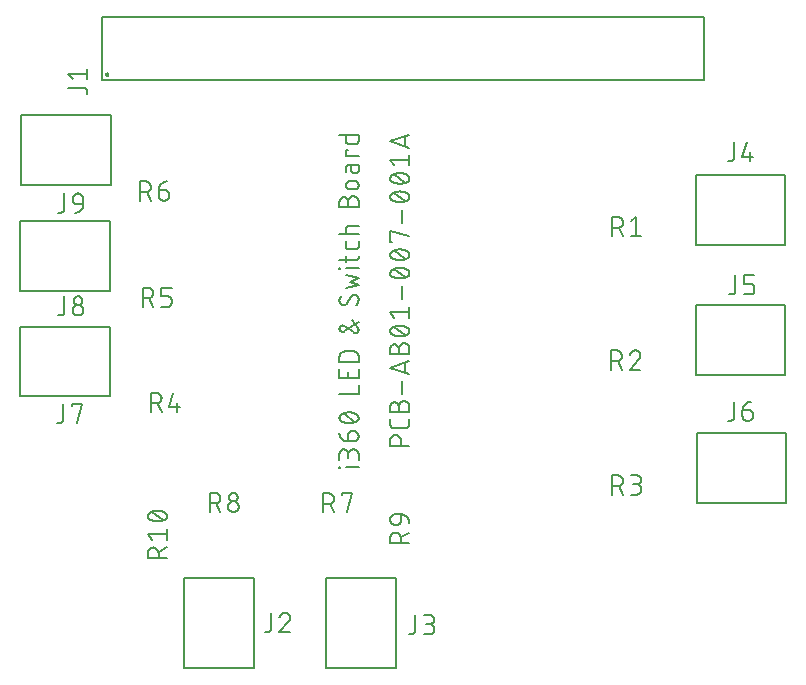
<source format=gbr>
G04 EAGLE Gerber RS-274X export*
G75*
%MOMM*%
%FSLAX34Y34*%
%LPD*%
%INSilkscreen Top*%
%IPPOS*%
%AMOC8*
5,1,8,0,0,1.08239X$1,22.5*%
G01*
%ADD10C,0.152400*%
%ADD11C,0.200000*%
%ADD12C,0.127000*%


D10*
X330238Y188762D02*
X313982Y188762D01*
X313982Y193278D01*
X313984Y193411D01*
X313990Y193543D01*
X314000Y193675D01*
X314013Y193807D01*
X314031Y193939D01*
X314052Y194069D01*
X314077Y194200D01*
X314106Y194329D01*
X314139Y194457D01*
X314175Y194585D01*
X314215Y194711D01*
X314259Y194836D01*
X314307Y194960D01*
X314358Y195082D01*
X314413Y195203D01*
X314471Y195322D01*
X314533Y195440D01*
X314598Y195555D01*
X314667Y195669D01*
X314738Y195780D01*
X314814Y195889D01*
X314892Y195996D01*
X314973Y196101D01*
X315058Y196203D01*
X315145Y196303D01*
X315235Y196400D01*
X315328Y196495D01*
X315424Y196586D01*
X315522Y196675D01*
X315623Y196761D01*
X315727Y196844D01*
X315833Y196924D01*
X315941Y197000D01*
X316051Y197074D01*
X316164Y197144D01*
X316278Y197211D01*
X316395Y197274D01*
X316513Y197334D01*
X316633Y197391D01*
X316755Y197444D01*
X316878Y197493D01*
X317002Y197539D01*
X317128Y197581D01*
X317255Y197619D01*
X317383Y197654D01*
X317512Y197685D01*
X317641Y197712D01*
X317772Y197735D01*
X317903Y197755D01*
X318035Y197770D01*
X318167Y197782D01*
X318299Y197790D01*
X318432Y197794D01*
X318564Y197794D01*
X318697Y197790D01*
X318829Y197782D01*
X318961Y197770D01*
X319093Y197755D01*
X319224Y197735D01*
X319355Y197712D01*
X319484Y197685D01*
X319613Y197654D01*
X319741Y197619D01*
X319868Y197581D01*
X319994Y197539D01*
X320118Y197493D01*
X320241Y197444D01*
X320363Y197391D01*
X320483Y197334D01*
X320601Y197274D01*
X320718Y197211D01*
X320832Y197144D01*
X320945Y197074D01*
X321055Y197000D01*
X321163Y196924D01*
X321269Y196844D01*
X321373Y196761D01*
X321474Y196675D01*
X321572Y196586D01*
X321668Y196495D01*
X321761Y196400D01*
X321851Y196303D01*
X321938Y196203D01*
X322023Y196101D01*
X322104Y195996D01*
X322182Y195889D01*
X322258Y195780D01*
X322329Y195669D01*
X322398Y195555D01*
X322463Y195440D01*
X322525Y195322D01*
X322583Y195203D01*
X322638Y195082D01*
X322689Y194960D01*
X322737Y194836D01*
X322781Y194711D01*
X322821Y194585D01*
X322857Y194457D01*
X322890Y194329D01*
X322919Y194200D01*
X322944Y194069D01*
X322965Y193939D01*
X322983Y193807D01*
X322996Y193675D01*
X323006Y193543D01*
X323012Y193411D01*
X323014Y193278D01*
X323013Y193278D02*
X323013Y188762D01*
X330238Y207234D02*
X330238Y210847D01*
X330238Y207234D02*
X330236Y207116D01*
X330230Y206998D01*
X330221Y206880D01*
X330207Y206763D01*
X330190Y206646D01*
X330169Y206529D01*
X330144Y206414D01*
X330115Y206299D01*
X330082Y206185D01*
X330046Y206073D01*
X330006Y205962D01*
X329963Y205852D01*
X329916Y205743D01*
X329866Y205636D01*
X329811Y205531D01*
X329754Y205428D01*
X329693Y205327D01*
X329629Y205227D01*
X329562Y205130D01*
X329492Y205035D01*
X329418Y204943D01*
X329342Y204852D01*
X329262Y204765D01*
X329180Y204680D01*
X329095Y204598D01*
X329008Y204518D01*
X328917Y204442D01*
X328825Y204368D01*
X328730Y204298D01*
X328633Y204231D01*
X328533Y204167D01*
X328432Y204106D01*
X328329Y204049D01*
X328224Y203994D01*
X328117Y203944D01*
X328008Y203897D01*
X327898Y203854D01*
X327787Y203814D01*
X327675Y203778D01*
X327561Y203745D01*
X327446Y203716D01*
X327331Y203691D01*
X327214Y203670D01*
X327097Y203653D01*
X326980Y203639D01*
X326862Y203630D01*
X326744Y203624D01*
X326626Y203622D01*
X317594Y203622D01*
X317594Y203621D02*
X317476Y203623D01*
X317358Y203629D01*
X317240Y203638D01*
X317122Y203652D01*
X317005Y203669D01*
X316889Y203690D01*
X316774Y203715D01*
X316659Y203744D01*
X316545Y203777D01*
X316433Y203813D01*
X316321Y203853D01*
X316211Y203896D01*
X316103Y203943D01*
X315996Y203994D01*
X315891Y204048D01*
X315788Y204105D01*
X315686Y204166D01*
X315587Y204230D01*
X315490Y204297D01*
X315395Y204368D01*
X315302Y204441D01*
X315212Y204518D01*
X315124Y204597D01*
X315039Y204679D01*
X314957Y204764D01*
X314878Y204852D01*
X314801Y204942D01*
X314728Y205035D01*
X314657Y205129D01*
X314590Y205227D01*
X314526Y205326D01*
X314465Y205427D01*
X314408Y205531D01*
X314354Y205636D01*
X314303Y205743D01*
X314256Y205851D01*
X314213Y205961D01*
X314173Y206073D01*
X314137Y206185D01*
X314104Y206299D01*
X314075Y206414D01*
X314050Y206529D01*
X314029Y206645D01*
X314012Y206762D01*
X313998Y206880D01*
X313989Y206998D01*
X313983Y207116D01*
X313981Y207234D01*
X313982Y207234D02*
X313982Y210847D01*
X321207Y217419D02*
X321207Y221935D01*
X321206Y221935D02*
X321208Y222068D01*
X321214Y222200D01*
X321224Y222332D01*
X321237Y222464D01*
X321255Y222596D01*
X321276Y222726D01*
X321301Y222857D01*
X321330Y222986D01*
X321363Y223114D01*
X321399Y223242D01*
X321439Y223368D01*
X321483Y223493D01*
X321531Y223617D01*
X321582Y223739D01*
X321637Y223860D01*
X321695Y223979D01*
X321757Y224097D01*
X321822Y224212D01*
X321891Y224326D01*
X321962Y224437D01*
X322038Y224546D01*
X322116Y224653D01*
X322197Y224758D01*
X322282Y224860D01*
X322369Y224960D01*
X322459Y225057D01*
X322552Y225152D01*
X322648Y225243D01*
X322746Y225332D01*
X322847Y225418D01*
X322951Y225501D01*
X323057Y225581D01*
X323165Y225657D01*
X323275Y225731D01*
X323388Y225801D01*
X323502Y225868D01*
X323619Y225931D01*
X323737Y225991D01*
X323857Y226048D01*
X323979Y226101D01*
X324102Y226150D01*
X324226Y226196D01*
X324352Y226238D01*
X324479Y226276D01*
X324607Y226311D01*
X324736Y226342D01*
X324865Y226369D01*
X324996Y226392D01*
X325127Y226412D01*
X325259Y226427D01*
X325391Y226439D01*
X325523Y226447D01*
X325656Y226451D01*
X325788Y226451D01*
X325921Y226447D01*
X326053Y226439D01*
X326185Y226427D01*
X326317Y226412D01*
X326448Y226392D01*
X326579Y226369D01*
X326708Y226342D01*
X326837Y226311D01*
X326965Y226276D01*
X327092Y226238D01*
X327218Y226196D01*
X327342Y226150D01*
X327465Y226101D01*
X327587Y226048D01*
X327707Y225991D01*
X327825Y225931D01*
X327942Y225868D01*
X328056Y225801D01*
X328169Y225731D01*
X328279Y225657D01*
X328387Y225581D01*
X328493Y225501D01*
X328597Y225418D01*
X328698Y225332D01*
X328796Y225243D01*
X328892Y225152D01*
X328985Y225057D01*
X329075Y224960D01*
X329162Y224860D01*
X329247Y224758D01*
X329328Y224653D01*
X329406Y224546D01*
X329482Y224437D01*
X329553Y224326D01*
X329622Y224212D01*
X329687Y224097D01*
X329749Y223979D01*
X329807Y223860D01*
X329862Y223739D01*
X329913Y223617D01*
X329961Y223493D01*
X330005Y223368D01*
X330045Y223242D01*
X330081Y223114D01*
X330114Y222986D01*
X330143Y222857D01*
X330168Y222726D01*
X330189Y222596D01*
X330207Y222464D01*
X330220Y222332D01*
X330230Y222200D01*
X330236Y222068D01*
X330238Y221935D01*
X330238Y217419D01*
X313982Y217419D01*
X313982Y221935D01*
X313984Y222054D01*
X313990Y222174D01*
X314000Y222293D01*
X314014Y222411D01*
X314031Y222530D01*
X314053Y222647D01*
X314078Y222764D01*
X314108Y222879D01*
X314141Y222994D01*
X314178Y223108D01*
X314218Y223220D01*
X314263Y223331D01*
X314311Y223440D01*
X314362Y223548D01*
X314417Y223654D01*
X314476Y223758D01*
X314538Y223860D01*
X314603Y223960D01*
X314672Y224058D01*
X314744Y224154D01*
X314819Y224247D01*
X314896Y224337D01*
X314977Y224425D01*
X315061Y224510D01*
X315148Y224592D01*
X315237Y224672D01*
X315329Y224748D01*
X315423Y224822D01*
X315520Y224892D01*
X315618Y224959D01*
X315719Y225023D01*
X315823Y225083D01*
X315928Y225140D01*
X316035Y225193D01*
X316143Y225243D01*
X316253Y225289D01*
X316365Y225331D01*
X316478Y225370D01*
X316592Y225405D01*
X316707Y225436D01*
X316824Y225464D01*
X316941Y225487D01*
X317058Y225507D01*
X317177Y225523D01*
X317296Y225535D01*
X317415Y225543D01*
X317534Y225547D01*
X317654Y225547D01*
X317773Y225543D01*
X317892Y225535D01*
X318011Y225523D01*
X318130Y225507D01*
X318247Y225487D01*
X318364Y225464D01*
X318481Y225436D01*
X318596Y225405D01*
X318710Y225370D01*
X318823Y225331D01*
X318935Y225289D01*
X319045Y225243D01*
X319153Y225193D01*
X319260Y225140D01*
X319365Y225083D01*
X319469Y225023D01*
X319570Y224959D01*
X319668Y224892D01*
X319765Y224822D01*
X319859Y224748D01*
X319951Y224672D01*
X320040Y224592D01*
X320127Y224510D01*
X320211Y224425D01*
X320292Y224337D01*
X320369Y224247D01*
X320444Y224154D01*
X320516Y224058D01*
X320585Y223960D01*
X320650Y223860D01*
X320712Y223758D01*
X320771Y223654D01*
X320826Y223548D01*
X320877Y223440D01*
X320925Y223331D01*
X320970Y223220D01*
X321010Y223108D01*
X321047Y222994D01*
X321080Y222879D01*
X321110Y222764D01*
X321135Y222647D01*
X321157Y222530D01*
X321174Y222411D01*
X321188Y222293D01*
X321198Y222174D01*
X321204Y222054D01*
X321206Y221935D01*
X323916Y232457D02*
X323916Y243295D01*
X330238Y249131D02*
X313982Y254549D01*
X330238Y259968D01*
X326174Y258613D02*
X326174Y250485D01*
X321207Y266397D02*
X321207Y270913D01*
X321206Y270913D02*
X321208Y271046D01*
X321214Y271178D01*
X321224Y271310D01*
X321237Y271442D01*
X321255Y271574D01*
X321276Y271704D01*
X321301Y271835D01*
X321330Y271964D01*
X321363Y272092D01*
X321399Y272220D01*
X321439Y272346D01*
X321483Y272471D01*
X321531Y272595D01*
X321582Y272717D01*
X321637Y272838D01*
X321695Y272957D01*
X321757Y273075D01*
X321822Y273190D01*
X321891Y273304D01*
X321962Y273415D01*
X322038Y273524D01*
X322116Y273631D01*
X322197Y273736D01*
X322282Y273838D01*
X322369Y273938D01*
X322459Y274035D01*
X322552Y274130D01*
X322648Y274221D01*
X322746Y274310D01*
X322847Y274396D01*
X322951Y274479D01*
X323057Y274559D01*
X323165Y274635D01*
X323275Y274709D01*
X323388Y274779D01*
X323502Y274846D01*
X323619Y274909D01*
X323737Y274969D01*
X323857Y275026D01*
X323979Y275079D01*
X324102Y275128D01*
X324226Y275174D01*
X324352Y275216D01*
X324479Y275254D01*
X324607Y275289D01*
X324736Y275320D01*
X324865Y275347D01*
X324996Y275370D01*
X325127Y275390D01*
X325259Y275405D01*
X325391Y275417D01*
X325523Y275425D01*
X325656Y275429D01*
X325788Y275429D01*
X325921Y275425D01*
X326053Y275417D01*
X326185Y275405D01*
X326317Y275390D01*
X326448Y275370D01*
X326579Y275347D01*
X326708Y275320D01*
X326837Y275289D01*
X326965Y275254D01*
X327092Y275216D01*
X327218Y275174D01*
X327342Y275128D01*
X327465Y275079D01*
X327587Y275026D01*
X327707Y274969D01*
X327825Y274909D01*
X327942Y274846D01*
X328056Y274779D01*
X328169Y274709D01*
X328279Y274635D01*
X328387Y274559D01*
X328493Y274479D01*
X328597Y274396D01*
X328698Y274310D01*
X328796Y274221D01*
X328892Y274130D01*
X328985Y274035D01*
X329075Y273938D01*
X329162Y273838D01*
X329247Y273736D01*
X329328Y273631D01*
X329406Y273524D01*
X329482Y273415D01*
X329553Y273304D01*
X329622Y273190D01*
X329687Y273075D01*
X329749Y272957D01*
X329807Y272838D01*
X329862Y272717D01*
X329913Y272595D01*
X329961Y272471D01*
X330005Y272346D01*
X330045Y272220D01*
X330081Y272092D01*
X330114Y271964D01*
X330143Y271835D01*
X330168Y271704D01*
X330189Y271574D01*
X330207Y271442D01*
X330220Y271310D01*
X330230Y271178D01*
X330236Y271046D01*
X330238Y270913D01*
X330238Y266397D01*
X313982Y266397D01*
X313982Y270913D01*
X313984Y271032D01*
X313990Y271152D01*
X314000Y271271D01*
X314014Y271389D01*
X314031Y271508D01*
X314053Y271625D01*
X314078Y271742D01*
X314108Y271857D01*
X314141Y271972D01*
X314178Y272086D01*
X314218Y272198D01*
X314263Y272309D01*
X314311Y272418D01*
X314362Y272526D01*
X314417Y272632D01*
X314476Y272736D01*
X314538Y272838D01*
X314603Y272938D01*
X314672Y273036D01*
X314744Y273132D01*
X314819Y273225D01*
X314896Y273315D01*
X314977Y273403D01*
X315061Y273488D01*
X315148Y273570D01*
X315237Y273650D01*
X315329Y273726D01*
X315423Y273800D01*
X315520Y273870D01*
X315618Y273937D01*
X315719Y274001D01*
X315823Y274061D01*
X315928Y274118D01*
X316035Y274171D01*
X316143Y274221D01*
X316253Y274267D01*
X316365Y274309D01*
X316478Y274348D01*
X316592Y274383D01*
X316707Y274414D01*
X316824Y274442D01*
X316941Y274465D01*
X317058Y274485D01*
X317177Y274501D01*
X317296Y274513D01*
X317415Y274521D01*
X317534Y274525D01*
X317654Y274525D01*
X317773Y274521D01*
X317892Y274513D01*
X318011Y274501D01*
X318130Y274485D01*
X318247Y274465D01*
X318364Y274442D01*
X318481Y274414D01*
X318596Y274383D01*
X318710Y274348D01*
X318823Y274309D01*
X318935Y274267D01*
X319045Y274221D01*
X319153Y274171D01*
X319260Y274118D01*
X319365Y274061D01*
X319469Y274001D01*
X319570Y273937D01*
X319668Y273870D01*
X319765Y273800D01*
X319859Y273726D01*
X319951Y273650D01*
X320040Y273570D01*
X320127Y273488D01*
X320211Y273403D01*
X320292Y273315D01*
X320369Y273225D01*
X320444Y273132D01*
X320516Y273036D01*
X320585Y272938D01*
X320650Y272838D01*
X320712Y272736D01*
X320771Y272632D01*
X320826Y272526D01*
X320877Y272418D01*
X320925Y272309D01*
X320970Y272198D01*
X321010Y272086D01*
X321047Y271972D01*
X321080Y271857D01*
X321110Y271742D01*
X321135Y271625D01*
X321157Y271508D01*
X321174Y271389D01*
X321188Y271271D01*
X321198Y271152D01*
X321204Y271032D01*
X321206Y270913D01*
X322110Y281297D02*
X321790Y281301D01*
X321471Y281312D01*
X321151Y281331D01*
X320833Y281358D01*
X320515Y281392D01*
X320198Y281434D01*
X319882Y281484D01*
X319567Y281541D01*
X319254Y281605D01*
X318942Y281677D01*
X318632Y281756D01*
X318325Y281843D01*
X318019Y281937D01*
X317716Y282038D01*
X317415Y282147D01*
X317117Y282262D01*
X316821Y282385D01*
X316529Y282515D01*
X316240Y282652D01*
X316239Y282652D02*
X316131Y282691D01*
X316024Y282734D01*
X315919Y282780D01*
X315816Y282830D01*
X315714Y282884D01*
X315614Y282941D01*
X315516Y283002D01*
X315420Y283066D01*
X315327Y283133D01*
X315236Y283203D01*
X315147Y283277D01*
X315061Y283353D01*
X314978Y283433D01*
X314897Y283515D01*
X314819Y283600D01*
X314745Y283687D01*
X314673Y283778D01*
X314604Y283870D01*
X314539Y283965D01*
X314477Y284062D01*
X314418Y284161D01*
X314363Y284262D01*
X314312Y284365D01*
X314264Y284470D01*
X314219Y284576D01*
X314178Y284683D01*
X314141Y284792D01*
X314108Y284903D01*
X314079Y285014D01*
X314053Y285126D01*
X314031Y285239D01*
X314014Y285353D01*
X314000Y285467D01*
X313990Y285582D01*
X313984Y285697D01*
X313982Y285812D01*
X313984Y285927D01*
X313990Y286042D01*
X314000Y286157D01*
X314014Y286271D01*
X314031Y286385D01*
X314053Y286498D01*
X314079Y286610D01*
X314108Y286722D01*
X314141Y286832D01*
X314178Y286941D01*
X314219Y287049D01*
X314264Y287155D01*
X314312Y287260D01*
X314363Y287362D01*
X314419Y287464D01*
X314477Y287563D01*
X314539Y287660D01*
X314605Y287755D01*
X314673Y287847D01*
X314745Y287937D01*
X314819Y288025D01*
X314897Y288110D01*
X314978Y288192D01*
X315061Y288271D01*
X315147Y288348D01*
X315236Y288421D01*
X315327Y288492D01*
X315421Y288559D01*
X315516Y288623D01*
X315614Y288684D01*
X315714Y288741D01*
X315816Y288794D01*
X315920Y288845D01*
X316025Y288891D01*
X316132Y288934D01*
X316240Y288973D01*
X316240Y288972D02*
X316529Y289109D01*
X316821Y289239D01*
X317117Y289362D01*
X317415Y289477D01*
X317716Y289586D01*
X318019Y289687D01*
X318325Y289781D01*
X318632Y289868D01*
X318942Y289947D01*
X319254Y290019D01*
X319567Y290083D01*
X319882Y290140D01*
X320198Y290190D01*
X320515Y290232D01*
X320833Y290266D01*
X321151Y290293D01*
X321471Y290312D01*
X321790Y290323D01*
X322110Y290327D01*
X322110Y281297D02*
X322430Y281301D01*
X322749Y281312D01*
X323069Y281331D01*
X323387Y281358D01*
X323705Y281392D01*
X324022Y281434D01*
X324338Y281484D01*
X324653Y281541D01*
X324966Y281605D01*
X325278Y281677D01*
X325588Y281756D01*
X325895Y281843D01*
X326201Y281937D01*
X326504Y282038D01*
X326805Y282147D01*
X327103Y282262D01*
X327399Y282385D01*
X327691Y282515D01*
X327980Y282652D01*
X327981Y282651D02*
X328089Y282690D01*
X328196Y282733D01*
X328301Y282779D01*
X328405Y282830D01*
X328507Y282883D01*
X328607Y282940D01*
X328705Y283001D01*
X328800Y283065D01*
X328894Y283132D01*
X328985Y283203D01*
X329074Y283276D01*
X329160Y283353D01*
X329243Y283432D01*
X329324Y283514D01*
X329402Y283599D01*
X329476Y283687D01*
X329548Y283777D01*
X329617Y283870D01*
X329682Y283964D01*
X329744Y284061D01*
X329802Y284161D01*
X329858Y284262D01*
X329909Y284364D01*
X329957Y284469D01*
X330002Y284575D01*
X330043Y284683D01*
X330080Y284792D01*
X330113Y284902D01*
X330142Y285014D01*
X330168Y285126D01*
X330190Y285239D01*
X330207Y285353D01*
X330221Y285467D01*
X330231Y285582D01*
X330237Y285697D01*
X330239Y285812D01*
X327980Y288972D02*
X327691Y289109D01*
X327399Y289239D01*
X327103Y289362D01*
X326805Y289477D01*
X326504Y289586D01*
X326201Y289687D01*
X325895Y289781D01*
X325588Y289868D01*
X325278Y289947D01*
X324966Y290019D01*
X324653Y290083D01*
X324338Y290140D01*
X324022Y290190D01*
X323705Y290232D01*
X323387Y290266D01*
X323069Y290293D01*
X322749Y290312D01*
X322430Y290323D01*
X322110Y290327D01*
X327980Y288973D02*
X328088Y288934D01*
X328195Y288891D01*
X328300Y288845D01*
X328404Y288794D01*
X328506Y288741D01*
X328606Y288684D01*
X328704Y288623D01*
X328799Y288559D01*
X328893Y288492D01*
X328984Y288421D01*
X329073Y288348D01*
X329159Y288271D01*
X329242Y288192D01*
X329323Y288110D01*
X329401Y288025D01*
X329475Y287937D01*
X329547Y287847D01*
X329616Y287754D01*
X329681Y287660D01*
X329743Y287563D01*
X329801Y287463D01*
X329857Y287362D01*
X329908Y287259D01*
X329956Y287155D01*
X330001Y287049D01*
X330042Y286941D01*
X330079Y286832D01*
X330112Y286722D01*
X330141Y286610D01*
X330167Y286498D01*
X330189Y286385D01*
X330206Y286271D01*
X330220Y286157D01*
X330230Y286042D01*
X330236Y285927D01*
X330238Y285812D01*
X326626Y282199D02*
X317594Y289424D01*
X317594Y296928D02*
X313982Y301443D01*
X330238Y301443D01*
X330238Y296928D02*
X330238Y305959D01*
X323916Y312698D02*
X323916Y323535D01*
X322110Y330274D02*
X321790Y330278D01*
X321471Y330289D01*
X321151Y330308D01*
X320833Y330335D01*
X320515Y330369D01*
X320198Y330411D01*
X319882Y330461D01*
X319567Y330518D01*
X319254Y330582D01*
X318942Y330654D01*
X318632Y330733D01*
X318325Y330820D01*
X318019Y330914D01*
X317716Y331015D01*
X317415Y331124D01*
X317117Y331239D01*
X316821Y331362D01*
X316529Y331492D01*
X316240Y331629D01*
X316239Y331630D02*
X316131Y331669D01*
X316024Y331712D01*
X315919Y331758D01*
X315816Y331808D01*
X315714Y331862D01*
X315614Y331919D01*
X315516Y331980D01*
X315420Y332044D01*
X315327Y332111D01*
X315236Y332181D01*
X315147Y332255D01*
X315061Y332331D01*
X314978Y332411D01*
X314897Y332493D01*
X314819Y332578D01*
X314745Y332665D01*
X314673Y332756D01*
X314604Y332848D01*
X314539Y332943D01*
X314477Y333040D01*
X314418Y333139D01*
X314363Y333240D01*
X314312Y333343D01*
X314264Y333448D01*
X314219Y333554D01*
X314178Y333661D01*
X314141Y333770D01*
X314108Y333881D01*
X314079Y333992D01*
X314053Y334104D01*
X314031Y334217D01*
X314014Y334331D01*
X314000Y334445D01*
X313990Y334560D01*
X313984Y334675D01*
X313982Y334790D01*
X313984Y334905D01*
X313990Y335020D01*
X314000Y335135D01*
X314014Y335249D01*
X314031Y335363D01*
X314053Y335476D01*
X314079Y335588D01*
X314108Y335700D01*
X314141Y335810D01*
X314178Y335919D01*
X314219Y336027D01*
X314264Y336133D01*
X314312Y336238D01*
X314363Y336340D01*
X314419Y336442D01*
X314477Y336541D01*
X314539Y336638D01*
X314605Y336733D01*
X314673Y336825D01*
X314745Y336915D01*
X314819Y337003D01*
X314897Y337088D01*
X314978Y337170D01*
X315061Y337249D01*
X315147Y337326D01*
X315236Y337399D01*
X315327Y337470D01*
X315421Y337537D01*
X315516Y337601D01*
X315614Y337662D01*
X315714Y337719D01*
X315816Y337772D01*
X315920Y337823D01*
X316025Y337869D01*
X316132Y337912D01*
X316240Y337951D01*
X316240Y337950D02*
X316529Y338087D01*
X316821Y338217D01*
X317117Y338340D01*
X317415Y338455D01*
X317716Y338564D01*
X318019Y338665D01*
X318325Y338759D01*
X318632Y338846D01*
X318942Y338925D01*
X319254Y338997D01*
X319567Y339061D01*
X319882Y339118D01*
X320198Y339168D01*
X320515Y339210D01*
X320833Y339244D01*
X321151Y339271D01*
X321471Y339290D01*
X321790Y339301D01*
X322110Y339305D01*
X322110Y330275D02*
X322430Y330279D01*
X322749Y330290D01*
X323069Y330309D01*
X323387Y330336D01*
X323705Y330370D01*
X324022Y330412D01*
X324338Y330462D01*
X324653Y330519D01*
X324966Y330583D01*
X325278Y330655D01*
X325588Y330734D01*
X325895Y330821D01*
X326201Y330915D01*
X326504Y331016D01*
X326805Y331125D01*
X327103Y331240D01*
X327399Y331363D01*
X327691Y331493D01*
X327980Y331630D01*
X327981Y331629D02*
X328089Y331668D01*
X328196Y331711D01*
X328301Y331757D01*
X328405Y331808D01*
X328507Y331861D01*
X328607Y331918D01*
X328705Y331979D01*
X328800Y332043D01*
X328894Y332110D01*
X328985Y332181D01*
X329074Y332254D01*
X329160Y332331D01*
X329243Y332410D01*
X329324Y332492D01*
X329402Y332577D01*
X329476Y332665D01*
X329548Y332755D01*
X329617Y332848D01*
X329682Y332942D01*
X329744Y333039D01*
X329802Y333139D01*
X329858Y333240D01*
X329909Y333342D01*
X329957Y333447D01*
X330002Y333553D01*
X330043Y333661D01*
X330080Y333770D01*
X330113Y333880D01*
X330142Y333992D01*
X330168Y334104D01*
X330190Y334217D01*
X330207Y334331D01*
X330221Y334445D01*
X330231Y334560D01*
X330237Y334675D01*
X330239Y334790D01*
X327980Y337950D02*
X327691Y338087D01*
X327399Y338217D01*
X327103Y338340D01*
X326805Y338455D01*
X326504Y338564D01*
X326201Y338665D01*
X325895Y338759D01*
X325588Y338846D01*
X325278Y338925D01*
X324966Y338997D01*
X324653Y339061D01*
X324338Y339118D01*
X324022Y339168D01*
X323705Y339210D01*
X323387Y339244D01*
X323069Y339271D01*
X322749Y339290D01*
X322430Y339301D01*
X322110Y339305D01*
X327980Y337951D02*
X328088Y337912D01*
X328195Y337869D01*
X328300Y337823D01*
X328404Y337772D01*
X328506Y337719D01*
X328606Y337662D01*
X328704Y337601D01*
X328799Y337537D01*
X328893Y337470D01*
X328984Y337399D01*
X329073Y337326D01*
X329159Y337249D01*
X329242Y337170D01*
X329323Y337088D01*
X329401Y337003D01*
X329475Y336915D01*
X329547Y336825D01*
X329616Y336732D01*
X329681Y336638D01*
X329743Y336541D01*
X329801Y336441D01*
X329857Y336340D01*
X329908Y336237D01*
X329956Y336133D01*
X330001Y336027D01*
X330042Y335919D01*
X330079Y335810D01*
X330112Y335700D01*
X330141Y335588D01*
X330167Y335476D01*
X330189Y335363D01*
X330206Y335249D01*
X330220Y335135D01*
X330230Y335020D01*
X330236Y334905D01*
X330238Y334790D01*
X326626Y331177D02*
X317594Y338402D01*
X322110Y345906D02*
X321790Y345910D01*
X321471Y345921D01*
X321151Y345940D01*
X320833Y345967D01*
X320515Y346001D01*
X320198Y346043D01*
X319882Y346093D01*
X319567Y346150D01*
X319254Y346214D01*
X318942Y346286D01*
X318632Y346365D01*
X318325Y346452D01*
X318019Y346546D01*
X317716Y346647D01*
X317415Y346756D01*
X317117Y346871D01*
X316821Y346994D01*
X316529Y347124D01*
X316240Y347261D01*
X316239Y347261D02*
X316131Y347300D01*
X316024Y347343D01*
X315919Y347389D01*
X315816Y347439D01*
X315714Y347493D01*
X315614Y347550D01*
X315516Y347611D01*
X315420Y347675D01*
X315327Y347742D01*
X315236Y347812D01*
X315147Y347886D01*
X315061Y347962D01*
X314978Y348042D01*
X314897Y348124D01*
X314819Y348209D01*
X314745Y348296D01*
X314673Y348387D01*
X314604Y348479D01*
X314539Y348574D01*
X314477Y348671D01*
X314418Y348770D01*
X314363Y348871D01*
X314312Y348974D01*
X314264Y349079D01*
X314219Y349185D01*
X314178Y349292D01*
X314141Y349401D01*
X314108Y349512D01*
X314079Y349623D01*
X314053Y349735D01*
X314031Y349848D01*
X314014Y349962D01*
X314000Y350076D01*
X313990Y350191D01*
X313984Y350306D01*
X313982Y350421D01*
X313984Y350536D01*
X313990Y350651D01*
X314000Y350766D01*
X314014Y350880D01*
X314031Y350994D01*
X314053Y351107D01*
X314079Y351219D01*
X314108Y351331D01*
X314141Y351441D01*
X314178Y351550D01*
X314219Y351658D01*
X314264Y351764D01*
X314312Y351869D01*
X314363Y351971D01*
X314419Y352073D01*
X314477Y352172D01*
X314539Y352269D01*
X314605Y352364D01*
X314673Y352456D01*
X314745Y352546D01*
X314819Y352634D01*
X314897Y352719D01*
X314978Y352801D01*
X315061Y352880D01*
X315147Y352957D01*
X315236Y353030D01*
X315327Y353101D01*
X315421Y353168D01*
X315516Y353232D01*
X315614Y353293D01*
X315714Y353350D01*
X315816Y353403D01*
X315920Y353454D01*
X316025Y353500D01*
X316132Y353543D01*
X316240Y353582D01*
X316240Y353581D02*
X316529Y353718D01*
X316821Y353848D01*
X317117Y353971D01*
X317415Y354086D01*
X317716Y354195D01*
X318019Y354296D01*
X318325Y354390D01*
X318632Y354477D01*
X318942Y354556D01*
X319254Y354628D01*
X319567Y354692D01*
X319882Y354749D01*
X320198Y354799D01*
X320515Y354841D01*
X320833Y354875D01*
X321151Y354902D01*
X321471Y354921D01*
X321790Y354932D01*
X322110Y354936D01*
X322110Y345906D02*
X322430Y345910D01*
X322749Y345921D01*
X323069Y345940D01*
X323387Y345967D01*
X323705Y346001D01*
X324022Y346043D01*
X324338Y346093D01*
X324653Y346150D01*
X324966Y346214D01*
X325278Y346286D01*
X325588Y346365D01*
X325895Y346452D01*
X326201Y346546D01*
X326504Y346647D01*
X326805Y346756D01*
X327103Y346871D01*
X327399Y346994D01*
X327691Y347124D01*
X327980Y347261D01*
X327981Y347260D02*
X328089Y347299D01*
X328196Y347342D01*
X328301Y347388D01*
X328405Y347439D01*
X328507Y347492D01*
X328607Y347549D01*
X328705Y347610D01*
X328800Y347674D01*
X328894Y347741D01*
X328985Y347812D01*
X329074Y347885D01*
X329160Y347962D01*
X329243Y348041D01*
X329324Y348123D01*
X329402Y348208D01*
X329476Y348296D01*
X329548Y348386D01*
X329617Y348479D01*
X329682Y348573D01*
X329744Y348670D01*
X329802Y348770D01*
X329858Y348871D01*
X329909Y348973D01*
X329957Y349078D01*
X330002Y349184D01*
X330043Y349292D01*
X330080Y349401D01*
X330113Y349511D01*
X330142Y349623D01*
X330168Y349735D01*
X330190Y349848D01*
X330207Y349962D01*
X330221Y350076D01*
X330231Y350191D01*
X330237Y350306D01*
X330239Y350421D01*
X327980Y353581D02*
X327691Y353718D01*
X327399Y353848D01*
X327103Y353971D01*
X326805Y354086D01*
X326504Y354195D01*
X326201Y354296D01*
X325895Y354390D01*
X325588Y354477D01*
X325278Y354556D01*
X324966Y354628D01*
X324653Y354692D01*
X324338Y354749D01*
X324022Y354799D01*
X323705Y354841D01*
X323387Y354875D01*
X323069Y354902D01*
X322749Y354921D01*
X322430Y354932D01*
X322110Y354936D01*
X327980Y353582D02*
X328088Y353543D01*
X328195Y353500D01*
X328300Y353454D01*
X328404Y353403D01*
X328506Y353350D01*
X328606Y353293D01*
X328704Y353232D01*
X328799Y353168D01*
X328893Y353101D01*
X328984Y353030D01*
X329073Y352957D01*
X329159Y352880D01*
X329242Y352801D01*
X329323Y352719D01*
X329401Y352634D01*
X329475Y352546D01*
X329547Y352456D01*
X329616Y352363D01*
X329681Y352269D01*
X329743Y352172D01*
X329801Y352072D01*
X329857Y351971D01*
X329908Y351868D01*
X329956Y351764D01*
X330001Y351658D01*
X330042Y351550D01*
X330079Y351441D01*
X330112Y351331D01*
X330141Y351219D01*
X330167Y351107D01*
X330189Y350994D01*
X330206Y350880D01*
X330220Y350766D01*
X330230Y350651D01*
X330236Y350536D01*
X330238Y350421D01*
X326626Y346808D02*
X317594Y354033D01*
X315788Y361537D02*
X313982Y361537D01*
X313982Y370568D01*
X330238Y366052D01*
X323916Y377307D02*
X323916Y388144D01*
X322110Y394883D02*
X321790Y394887D01*
X321471Y394898D01*
X321151Y394917D01*
X320833Y394944D01*
X320515Y394978D01*
X320198Y395020D01*
X319882Y395070D01*
X319567Y395127D01*
X319254Y395191D01*
X318942Y395263D01*
X318632Y395342D01*
X318325Y395429D01*
X318019Y395523D01*
X317716Y395624D01*
X317415Y395733D01*
X317117Y395848D01*
X316821Y395971D01*
X316529Y396101D01*
X316240Y396238D01*
X316239Y396239D02*
X316131Y396278D01*
X316024Y396321D01*
X315919Y396367D01*
X315816Y396417D01*
X315714Y396471D01*
X315614Y396528D01*
X315516Y396589D01*
X315420Y396653D01*
X315327Y396720D01*
X315236Y396790D01*
X315147Y396864D01*
X315061Y396940D01*
X314978Y397020D01*
X314897Y397102D01*
X314819Y397187D01*
X314745Y397274D01*
X314673Y397365D01*
X314604Y397457D01*
X314539Y397552D01*
X314477Y397649D01*
X314418Y397748D01*
X314363Y397849D01*
X314312Y397952D01*
X314264Y398057D01*
X314219Y398163D01*
X314178Y398270D01*
X314141Y398379D01*
X314108Y398490D01*
X314079Y398601D01*
X314053Y398713D01*
X314031Y398826D01*
X314014Y398940D01*
X314000Y399054D01*
X313990Y399169D01*
X313984Y399284D01*
X313982Y399399D01*
X313984Y399514D01*
X313990Y399629D01*
X314000Y399744D01*
X314014Y399858D01*
X314031Y399972D01*
X314053Y400085D01*
X314079Y400197D01*
X314108Y400309D01*
X314141Y400419D01*
X314178Y400528D01*
X314219Y400636D01*
X314264Y400742D01*
X314312Y400847D01*
X314363Y400949D01*
X314419Y401051D01*
X314477Y401150D01*
X314539Y401247D01*
X314605Y401342D01*
X314673Y401434D01*
X314745Y401524D01*
X314819Y401612D01*
X314897Y401697D01*
X314978Y401779D01*
X315061Y401858D01*
X315147Y401935D01*
X315236Y402008D01*
X315327Y402079D01*
X315421Y402146D01*
X315516Y402210D01*
X315614Y402271D01*
X315714Y402328D01*
X315816Y402381D01*
X315920Y402432D01*
X316025Y402478D01*
X316132Y402521D01*
X316240Y402560D01*
X316240Y402559D02*
X316529Y402696D01*
X316821Y402826D01*
X317117Y402949D01*
X317415Y403064D01*
X317716Y403173D01*
X318019Y403274D01*
X318325Y403368D01*
X318632Y403455D01*
X318942Y403534D01*
X319254Y403606D01*
X319567Y403670D01*
X319882Y403727D01*
X320198Y403777D01*
X320515Y403819D01*
X320833Y403853D01*
X321151Y403880D01*
X321471Y403899D01*
X321790Y403910D01*
X322110Y403914D01*
X322110Y394884D02*
X322430Y394888D01*
X322749Y394899D01*
X323069Y394918D01*
X323387Y394945D01*
X323705Y394979D01*
X324022Y395021D01*
X324338Y395071D01*
X324653Y395128D01*
X324966Y395192D01*
X325278Y395264D01*
X325588Y395343D01*
X325895Y395430D01*
X326201Y395524D01*
X326504Y395625D01*
X326805Y395734D01*
X327103Y395849D01*
X327399Y395972D01*
X327691Y396102D01*
X327980Y396239D01*
X327981Y396238D02*
X328089Y396277D01*
X328196Y396320D01*
X328301Y396366D01*
X328405Y396417D01*
X328507Y396470D01*
X328607Y396527D01*
X328705Y396588D01*
X328800Y396652D01*
X328894Y396719D01*
X328985Y396790D01*
X329074Y396863D01*
X329160Y396940D01*
X329243Y397019D01*
X329324Y397101D01*
X329402Y397186D01*
X329476Y397274D01*
X329548Y397364D01*
X329617Y397457D01*
X329682Y397551D01*
X329744Y397648D01*
X329802Y397748D01*
X329858Y397849D01*
X329909Y397951D01*
X329957Y398056D01*
X330002Y398162D01*
X330043Y398270D01*
X330080Y398379D01*
X330113Y398489D01*
X330142Y398601D01*
X330168Y398713D01*
X330190Y398826D01*
X330207Y398940D01*
X330221Y399054D01*
X330231Y399169D01*
X330237Y399284D01*
X330239Y399399D01*
X327980Y402559D02*
X327691Y402696D01*
X327399Y402826D01*
X327103Y402949D01*
X326805Y403064D01*
X326504Y403173D01*
X326201Y403274D01*
X325895Y403368D01*
X325588Y403455D01*
X325278Y403534D01*
X324966Y403606D01*
X324653Y403670D01*
X324338Y403727D01*
X324022Y403777D01*
X323705Y403819D01*
X323387Y403853D01*
X323069Y403880D01*
X322749Y403899D01*
X322430Y403910D01*
X322110Y403914D01*
X327980Y402560D02*
X328088Y402521D01*
X328195Y402478D01*
X328300Y402432D01*
X328404Y402381D01*
X328506Y402328D01*
X328606Y402271D01*
X328704Y402210D01*
X328799Y402146D01*
X328893Y402079D01*
X328984Y402008D01*
X329073Y401935D01*
X329159Y401858D01*
X329242Y401779D01*
X329323Y401697D01*
X329401Y401612D01*
X329475Y401524D01*
X329547Y401434D01*
X329616Y401341D01*
X329681Y401247D01*
X329743Y401150D01*
X329801Y401050D01*
X329857Y400949D01*
X329908Y400846D01*
X329956Y400742D01*
X330001Y400636D01*
X330042Y400528D01*
X330079Y400419D01*
X330112Y400309D01*
X330141Y400197D01*
X330167Y400085D01*
X330189Y399972D01*
X330206Y399858D01*
X330220Y399744D01*
X330230Y399629D01*
X330236Y399514D01*
X330238Y399399D01*
X326626Y395786D02*
X317594Y403011D01*
X322110Y410515D02*
X321790Y410519D01*
X321471Y410530D01*
X321151Y410549D01*
X320833Y410576D01*
X320515Y410610D01*
X320198Y410652D01*
X319882Y410702D01*
X319567Y410759D01*
X319254Y410823D01*
X318942Y410895D01*
X318632Y410974D01*
X318325Y411061D01*
X318019Y411155D01*
X317716Y411256D01*
X317415Y411365D01*
X317117Y411480D01*
X316821Y411603D01*
X316529Y411733D01*
X316240Y411870D01*
X316239Y411870D02*
X316131Y411909D01*
X316024Y411952D01*
X315919Y411998D01*
X315816Y412048D01*
X315714Y412102D01*
X315614Y412159D01*
X315516Y412220D01*
X315420Y412284D01*
X315327Y412351D01*
X315236Y412421D01*
X315147Y412495D01*
X315061Y412571D01*
X314978Y412651D01*
X314897Y412733D01*
X314819Y412818D01*
X314745Y412905D01*
X314673Y412996D01*
X314604Y413088D01*
X314539Y413183D01*
X314477Y413280D01*
X314418Y413379D01*
X314363Y413480D01*
X314312Y413583D01*
X314264Y413688D01*
X314219Y413794D01*
X314178Y413901D01*
X314141Y414010D01*
X314108Y414121D01*
X314079Y414232D01*
X314053Y414344D01*
X314031Y414457D01*
X314014Y414571D01*
X314000Y414685D01*
X313990Y414800D01*
X313984Y414915D01*
X313982Y415030D01*
X313984Y415145D01*
X313990Y415260D01*
X314000Y415375D01*
X314014Y415489D01*
X314031Y415603D01*
X314053Y415716D01*
X314079Y415828D01*
X314108Y415940D01*
X314141Y416050D01*
X314178Y416159D01*
X314219Y416267D01*
X314264Y416373D01*
X314312Y416478D01*
X314363Y416580D01*
X314419Y416682D01*
X314477Y416781D01*
X314539Y416878D01*
X314605Y416973D01*
X314673Y417065D01*
X314745Y417155D01*
X314819Y417243D01*
X314897Y417328D01*
X314978Y417410D01*
X315061Y417489D01*
X315147Y417566D01*
X315236Y417639D01*
X315327Y417710D01*
X315421Y417777D01*
X315516Y417841D01*
X315614Y417902D01*
X315714Y417959D01*
X315816Y418012D01*
X315920Y418063D01*
X316025Y418109D01*
X316132Y418152D01*
X316240Y418191D01*
X316240Y418190D02*
X316529Y418327D01*
X316821Y418457D01*
X317117Y418580D01*
X317415Y418695D01*
X317716Y418804D01*
X318019Y418905D01*
X318325Y418999D01*
X318632Y419086D01*
X318942Y419165D01*
X319254Y419237D01*
X319567Y419301D01*
X319882Y419358D01*
X320198Y419408D01*
X320515Y419450D01*
X320833Y419484D01*
X321151Y419511D01*
X321471Y419530D01*
X321790Y419541D01*
X322110Y419545D01*
X322110Y410515D02*
X322430Y410519D01*
X322749Y410530D01*
X323069Y410549D01*
X323387Y410576D01*
X323705Y410610D01*
X324022Y410652D01*
X324338Y410702D01*
X324653Y410759D01*
X324966Y410823D01*
X325278Y410895D01*
X325588Y410974D01*
X325895Y411061D01*
X326201Y411155D01*
X326504Y411256D01*
X326805Y411365D01*
X327103Y411480D01*
X327399Y411603D01*
X327691Y411733D01*
X327980Y411870D01*
X327981Y411869D02*
X328089Y411908D01*
X328196Y411951D01*
X328301Y411997D01*
X328405Y412048D01*
X328507Y412101D01*
X328607Y412158D01*
X328705Y412219D01*
X328800Y412283D01*
X328894Y412350D01*
X328985Y412421D01*
X329074Y412494D01*
X329160Y412571D01*
X329243Y412650D01*
X329324Y412732D01*
X329402Y412817D01*
X329476Y412905D01*
X329548Y412995D01*
X329617Y413088D01*
X329682Y413182D01*
X329744Y413279D01*
X329802Y413379D01*
X329858Y413480D01*
X329909Y413582D01*
X329957Y413687D01*
X330002Y413793D01*
X330043Y413901D01*
X330080Y414010D01*
X330113Y414120D01*
X330142Y414232D01*
X330168Y414344D01*
X330190Y414457D01*
X330207Y414571D01*
X330221Y414685D01*
X330231Y414800D01*
X330237Y414915D01*
X330239Y415030D01*
X327980Y418190D02*
X327691Y418327D01*
X327399Y418457D01*
X327103Y418580D01*
X326805Y418695D01*
X326504Y418804D01*
X326201Y418905D01*
X325895Y418999D01*
X325588Y419086D01*
X325278Y419165D01*
X324966Y419237D01*
X324653Y419301D01*
X324338Y419358D01*
X324022Y419408D01*
X323705Y419450D01*
X323387Y419484D01*
X323069Y419511D01*
X322749Y419530D01*
X322430Y419541D01*
X322110Y419545D01*
X327980Y418191D02*
X328088Y418152D01*
X328195Y418109D01*
X328300Y418063D01*
X328404Y418012D01*
X328506Y417959D01*
X328606Y417902D01*
X328704Y417841D01*
X328799Y417777D01*
X328893Y417710D01*
X328984Y417639D01*
X329073Y417566D01*
X329159Y417489D01*
X329242Y417410D01*
X329323Y417328D01*
X329401Y417243D01*
X329475Y417155D01*
X329547Y417065D01*
X329616Y416972D01*
X329681Y416878D01*
X329743Y416781D01*
X329801Y416681D01*
X329857Y416580D01*
X329908Y416477D01*
X329956Y416373D01*
X330001Y416267D01*
X330042Y416159D01*
X330079Y416050D01*
X330112Y415940D01*
X330141Y415828D01*
X330167Y415716D01*
X330189Y415603D01*
X330206Y415489D01*
X330220Y415375D01*
X330230Y415260D01*
X330236Y415145D01*
X330238Y415030D01*
X326626Y411418D02*
X317594Y418642D01*
X317594Y426146D02*
X313982Y430661D01*
X330238Y430661D01*
X330238Y426146D02*
X330238Y435177D01*
X330238Y440874D02*
X313982Y446292D01*
X330238Y451711D01*
X326174Y450356D02*
X326174Y442228D01*
X287238Y170214D02*
X276401Y170214D01*
X271885Y169762D02*
X270982Y169762D01*
X270982Y170665D01*
X271885Y170665D01*
X271885Y169762D01*
X287238Y176640D02*
X287238Y181155D01*
X287236Y181288D01*
X287230Y181420D01*
X287220Y181552D01*
X287207Y181684D01*
X287189Y181816D01*
X287168Y181946D01*
X287143Y182077D01*
X287114Y182206D01*
X287081Y182334D01*
X287045Y182462D01*
X287005Y182588D01*
X286961Y182713D01*
X286913Y182837D01*
X286862Y182959D01*
X286807Y183080D01*
X286749Y183199D01*
X286687Y183317D01*
X286622Y183432D01*
X286553Y183546D01*
X286482Y183657D01*
X286406Y183766D01*
X286328Y183873D01*
X286247Y183978D01*
X286162Y184080D01*
X286075Y184180D01*
X285985Y184277D01*
X285892Y184372D01*
X285796Y184463D01*
X285698Y184552D01*
X285597Y184638D01*
X285493Y184721D01*
X285387Y184801D01*
X285279Y184877D01*
X285169Y184951D01*
X285056Y185021D01*
X284942Y185088D01*
X284825Y185151D01*
X284707Y185211D01*
X284587Y185268D01*
X284465Y185321D01*
X284342Y185370D01*
X284218Y185416D01*
X284092Y185458D01*
X283965Y185496D01*
X283837Y185531D01*
X283708Y185562D01*
X283579Y185589D01*
X283448Y185612D01*
X283317Y185632D01*
X283185Y185647D01*
X283053Y185659D01*
X282921Y185667D01*
X282788Y185671D01*
X282656Y185671D01*
X282523Y185667D01*
X282391Y185659D01*
X282259Y185647D01*
X282127Y185632D01*
X281996Y185612D01*
X281865Y185589D01*
X281736Y185562D01*
X281607Y185531D01*
X281479Y185496D01*
X281352Y185458D01*
X281226Y185416D01*
X281102Y185370D01*
X280979Y185321D01*
X280857Y185268D01*
X280737Y185211D01*
X280619Y185151D01*
X280502Y185088D01*
X280388Y185021D01*
X280275Y184951D01*
X280165Y184877D01*
X280057Y184801D01*
X279951Y184721D01*
X279847Y184638D01*
X279746Y184552D01*
X279648Y184463D01*
X279552Y184372D01*
X279459Y184277D01*
X279369Y184180D01*
X279282Y184080D01*
X279197Y183978D01*
X279116Y183873D01*
X279038Y183766D01*
X278962Y183657D01*
X278891Y183546D01*
X278822Y183432D01*
X278757Y183317D01*
X278695Y183199D01*
X278637Y183080D01*
X278582Y182959D01*
X278531Y182837D01*
X278483Y182713D01*
X278439Y182588D01*
X278399Y182462D01*
X278363Y182334D01*
X278330Y182206D01*
X278301Y182077D01*
X278276Y181946D01*
X278255Y181816D01*
X278237Y181684D01*
X278224Y181552D01*
X278214Y181420D01*
X278208Y181288D01*
X278206Y181155D01*
X270982Y182059D02*
X270982Y176640D01*
X270982Y182059D02*
X270984Y182178D01*
X270990Y182298D01*
X271000Y182417D01*
X271014Y182535D01*
X271031Y182654D01*
X271053Y182771D01*
X271078Y182888D01*
X271108Y183003D01*
X271141Y183118D01*
X271178Y183232D01*
X271218Y183344D01*
X271263Y183455D01*
X271311Y183564D01*
X271362Y183672D01*
X271417Y183778D01*
X271476Y183882D01*
X271538Y183984D01*
X271603Y184084D01*
X271672Y184182D01*
X271744Y184278D01*
X271819Y184371D01*
X271896Y184461D01*
X271977Y184549D01*
X272061Y184634D01*
X272148Y184716D01*
X272237Y184796D01*
X272329Y184872D01*
X272423Y184946D01*
X272520Y185016D01*
X272618Y185083D01*
X272719Y185147D01*
X272823Y185207D01*
X272928Y185264D01*
X273035Y185317D01*
X273143Y185367D01*
X273253Y185413D01*
X273365Y185455D01*
X273478Y185494D01*
X273592Y185529D01*
X273707Y185560D01*
X273824Y185588D01*
X273941Y185611D01*
X274058Y185631D01*
X274177Y185647D01*
X274296Y185659D01*
X274415Y185667D01*
X274534Y185671D01*
X274654Y185671D01*
X274773Y185667D01*
X274892Y185659D01*
X275011Y185647D01*
X275130Y185631D01*
X275247Y185611D01*
X275364Y185588D01*
X275481Y185560D01*
X275596Y185529D01*
X275710Y185494D01*
X275823Y185455D01*
X275935Y185413D01*
X276045Y185367D01*
X276153Y185317D01*
X276260Y185264D01*
X276365Y185207D01*
X276469Y185147D01*
X276570Y185083D01*
X276668Y185016D01*
X276765Y184946D01*
X276859Y184872D01*
X276951Y184796D01*
X277040Y184716D01*
X277127Y184634D01*
X277211Y184549D01*
X277292Y184461D01*
X277369Y184371D01*
X277444Y184278D01*
X277516Y184182D01*
X277585Y184084D01*
X277650Y183984D01*
X277712Y183882D01*
X277771Y183778D01*
X277826Y183672D01*
X277877Y183564D01*
X277925Y183455D01*
X277970Y183344D01*
X278010Y183232D01*
X278047Y183118D01*
X278080Y183003D01*
X278110Y182888D01*
X278135Y182771D01*
X278157Y182654D01*
X278174Y182535D01*
X278188Y182417D01*
X278198Y182298D01*
X278204Y182178D01*
X278206Y182059D01*
X278207Y182059D02*
X278207Y178446D01*
X278207Y192271D02*
X278207Y197690D01*
X278209Y197808D01*
X278215Y197926D01*
X278224Y198044D01*
X278238Y198161D01*
X278255Y198278D01*
X278276Y198395D01*
X278301Y198510D01*
X278330Y198625D01*
X278363Y198739D01*
X278399Y198851D01*
X278439Y198962D01*
X278482Y199072D01*
X278529Y199181D01*
X278579Y199288D01*
X278634Y199393D01*
X278691Y199496D01*
X278752Y199597D01*
X278816Y199697D01*
X278883Y199794D01*
X278953Y199889D01*
X279027Y199981D01*
X279103Y200072D01*
X279183Y200159D01*
X279265Y200244D01*
X279350Y200326D01*
X279437Y200406D01*
X279528Y200482D01*
X279620Y200556D01*
X279715Y200626D01*
X279812Y200693D01*
X279912Y200757D01*
X280013Y200818D01*
X280116Y200875D01*
X280221Y200930D01*
X280328Y200980D01*
X280437Y201027D01*
X280547Y201070D01*
X280658Y201110D01*
X280770Y201146D01*
X280884Y201179D01*
X280999Y201208D01*
X281114Y201233D01*
X281231Y201254D01*
X281348Y201271D01*
X281465Y201285D01*
X281583Y201294D01*
X281701Y201300D01*
X281819Y201302D01*
X282722Y201302D01*
X282722Y201303D02*
X282855Y201301D01*
X282987Y201295D01*
X283119Y201285D01*
X283251Y201272D01*
X283383Y201254D01*
X283513Y201233D01*
X283644Y201208D01*
X283773Y201179D01*
X283901Y201146D01*
X284029Y201110D01*
X284155Y201070D01*
X284280Y201026D01*
X284404Y200978D01*
X284526Y200927D01*
X284647Y200872D01*
X284766Y200814D01*
X284884Y200752D01*
X284999Y200687D01*
X285113Y200618D01*
X285224Y200547D01*
X285333Y200471D01*
X285440Y200393D01*
X285545Y200312D01*
X285647Y200227D01*
X285747Y200140D01*
X285844Y200050D01*
X285939Y199957D01*
X286030Y199861D01*
X286119Y199763D01*
X286205Y199662D01*
X286288Y199558D01*
X286368Y199452D01*
X286444Y199344D01*
X286518Y199234D01*
X286588Y199121D01*
X286655Y199007D01*
X286718Y198890D01*
X286778Y198772D01*
X286835Y198652D01*
X286888Y198530D01*
X286937Y198407D01*
X286983Y198283D01*
X287025Y198157D01*
X287063Y198030D01*
X287098Y197902D01*
X287129Y197773D01*
X287156Y197644D01*
X287179Y197513D01*
X287199Y197382D01*
X287214Y197250D01*
X287226Y197118D01*
X287234Y196986D01*
X287238Y196853D01*
X287238Y196721D01*
X287234Y196588D01*
X287226Y196456D01*
X287214Y196324D01*
X287199Y196192D01*
X287179Y196061D01*
X287156Y195930D01*
X287129Y195801D01*
X287098Y195672D01*
X287063Y195544D01*
X287025Y195417D01*
X286983Y195291D01*
X286937Y195167D01*
X286888Y195044D01*
X286835Y194922D01*
X286778Y194802D01*
X286718Y194684D01*
X286655Y194567D01*
X286588Y194453D01*
X286518Y194340D01*
X286444Y194230D01*
X286368Y194122D01*
X286288Y194016D01*
X286205Y193912D01*
X286119Y193811D01*
X286030Y193713D01*
X285939Y193617D01*
X285844Y193524D01*
X285747Y193434D01*
X285647Y193347D01*
X285545Y193262D01*
X285440Y193181D01*
X285333Y193103D01*
X285224Y193027D01*
X285113Y192956D01*
X284999Y192887D01*
X284884Y192822D01*
X284766Y192760D01*
X284647Y192702D01*
X284526Y192647D01*
X284404Y192596D01*
X284280Y192548D01*
X284155Y192504D01*
X284029Y192464D01*
X283901Y192428D01*
X283773Y192395D01*
X283644Y192366D01*
X283513Y192341D01*
X283383Y192320D01*
X283251Y192302D01*
X283119Y192289D01*
X282987Y192279D01*
X282855Y192273D01*
X282722Y192271D01*
X278207Y192271D01*
X278030Y192273D01*
X277852Y192280D01*
X277675Y192291D01*
X277499Y192306D01*
X277323Y192325D01*
X277147Y192349D01*
X276972Y192377D01*
X276797Y192410D01*
X276624Y192447D01*
X276451Y192488D01*
X276280Y192533D01*
X276110Y192582D01*
X275941Y192636D01*
X275773Y192693D01*
X275607Y192755D01*
X275442Y192821D01*
X275279Y192891D01*
X275118Y192965D01*
X274959Y193042D01*
X274801Y193124D01*
X274646Y193210D01*
X274493Y193299D01*
X274342Y193392D01*
X274193Y193489D01*
X274047Y193589D01*
X273903Y193693D01*
X273762Y193800D01*
X273624Y193911D01*
X273488Y194025D01*
X273355Y194143D01*
X273225Y194263D01*
X273098Y194387D01*
X272974Y194514D01*
X272854Y194644D01*
X272736Y194777D01*
X272622Y194912D01*
X272511Y195051D01*
X272404Y195192D01*
X272300Y195336D01*
X272200Y195482D01*
X272103Y195631D01*
X272010Y195782D01*
X271921Y195935D01*
X271835Y196090D01*
X271753Y196248D01*
X271676Y196407D01*
X271602Y196568D01*
X271532Y196731D01*
X271466Y196896D01*
X271404Y197062D01*
X271347Y197230D01*
X271293Y197399D01*
X271244Y197569D01*
X271199Y197740D01*
X271158Y197913D01*
X271121Y198086D01*
X271088Y198261D01*
X271060Y198436D01*
X271036Y198612D01*
X271017Y198788D01*
X271002Y198964D01*
X270991Y199141D01*
X270984Y199319D01*
X270982Y199496D01*
X273240Y209258D02*
X273529Y209121D01*
X273821Y208991D01*
X274117Y208868D01*
X274415Y208753D01*
X274716Y208644D01*
X275019Y208543D01*
X275325Y208449D01*
X275632Y208362D01*
X275942Y208283D01*
X276254Y208211D01*
X276567Y208147D01*
X276882Y208090D01*
X277198Y208040D01*
X277515Y207998D01*
X277833Y207964D01*
X278151Y207937D01*
X278471Y207918D01*
X278790Y207907D01*
X279110Y207903D01*
X273239Y209258D02*
X273131Y209297D01*
X273024Y209340D01*
X272919Y209386D01*
X272816Y209436D01*
X272714Y209490D01*
X272614Y209547D01*
X272516Y209608D01*
X272420Y209672D01*
X272327Y209739D01*
X272236Y209809D01*
X272147Y209883D01*
X272061Y209959D01*
X271978Y210039D01*
X271897Y210121D01*
X271819Y210206D01*
X271745Y210293D01*
X271673Y210384D01*
X271604Y210476D01*
X271539Y210571D01*
X271477Y210668D01*
X271418Y210767D01*
X271363Y210868D01*
X271312Y210971D01*
X271264Y211076D01*
X271219Y211182D01*
X271178Y211289D01*
X271141Y211398D01*
X271108Y211509D01*
X271079Y211620D01*
X271053Y211732D01*
X271031Y211845D01*
X271014Y211959D01*
X271000Y212073D01*
X270990Y212188D01*
X270984Y212303D01*
X270982Y212418D01*
X270984Y212533D01*
X270990Y212648D01*
X271000Y212763D01*
X271014Y212877D01*
X271031Y212991D01*
X271053Y213104D01*
X271079Y213216D01*
X271108Y213328D01*
X271141Y213438D01*
X271178Y213547D01*
X271219Y213655D01*
X271264Y213761D01*
X271312Y213866D01*
X271363Y213968D01*
X271419Y214070D01*
X271477Y214169D01*
X271539Y214266D01*
X271605Y214361D01*
X271673Y214453D01*
X271745Y214543D01*
X271819Y214631D01*
X271897Y214716D01*
X271978Y214798D01*
X272061Y214877D01*
X272147Y214954D01*
X272236Y215027D01*
X272327Y215098D01*
X272421Y215165D01*
X272516Y215229D01*
X272614Y215290D01*
X272714Y215347D01*
X272816Y215400D01*
X272920Y215451D01*
X273025Y215497D01*
X273132Y215540D01*
X273240Y215579D01*
X273240Y215578D02*
X273529Y215715D01*
X273821Y215845D01*
X274117Y215968D01*
X274415Y216083D01*
X274716Y216192D01*
X275019Y216293D01*
X275325Y216387D01*
X275632Y216474D01*
X275942Y216553D01*
X276254Y216625D01*
X276567Y216689D01*
X276882Y216746D01*
X277198Y216796D01*
X277515Y216838D01*
X277833Y216872D01*
X278151Y216899D01*
X278471Y216918D01*
X278790Y216929D01*
X279110Y216933D01*
X279110Y207903D02*
X279430Y207907D01*
X279749Y207918D01*
X280069Y207937D01*
X280387Y207964D01*
X280705Y207998D01*
X281022Y208040D01*
X281338Y208090D01*
X281653Y208147D01*
X281966Y208211D01*
X282278Y208283D01*
X282588Y208362D01*
X282895Y208449D01*
X283201Y208543D01*
X283504Y208644D01*
X283805Y208753D01*
X284103Y208868D01*
X284399Y208991D01*
X284691Y209121D01*
X284980Y209258D01*
X284981Y209257D02*
X285089Y209296D01*
X285196Y209339D01*
X285301Y209385D01*
X285405Y209436D01*
X285507Y209489D01*
X285607Y209546D01*
X285705Y209607D01*
X285800Y209671D01*
X285894Y209738D01*
X285985Y209809D01*
X286074Y209882D01*
X286160Y209959D01*
X286243Y210038D01*
X286324Y210120D01*
X286402Y210205D01*
X286476Y210293D01*
X286548Y210383D01*
X286617Y210476D01*
X286682Y210570D01*
X286744Y210667D01*
X286802Y210767D01*
X286858Y210868D01*
X286909Y210970D01*
X286957Y211075D01*
X287002Y211181D01*
X287043Y211289D01*
X287080Y211398D01*
X287113Y211508D01*
X287142Y211620D01*
X287168Y211732D01*
X287190Y211845D01*
X287207Y211959D01*
X287221Y212073D01*
X287231Y212188D01*
X287237Y212303D01*
X287239Y212418D01*
X284980Y215578D02*
X284691Y215715D01*
X284399Y215845D01*
X284103Y215968D01*
X283805Y216083D01*
X283504Y216192D01*
X283201Y216293D01*
X282895Y216387D01*
X282588Y216474D01*
X282278Y216553D01*
X281966Y216625D01*
X281653Y216689D01*
X281338Y216746D01*
X281022Y216796D01*
X280705Y216838D01*
X280387Y216872D01*
X280069Y216899D01*
X279749Y216918D01*
X279430Y216929D01*
X279110Y216933D01*
X284980Y215579D02*
X285088Y215540D01*
X285195Y215497D01*
X285300Y215451D01*
X285404Y215400D01*
X285506Y215347D01*
X285606Y215290D01*
X285704Y215229D01*
X285799Y215165D01*
X285893Y215098D01*
X285984Y215027D01*
X286073Y214954D01*
X286159Y214877D01*
X286242Y214798D01*
X286323Y214716D01*
X286401Y214631D01*
X286475Y214543D01*
X286547Y214453D01*
X286616Y214360D01*
X286681Y214266D01*
X286743Y214169D01*
X286801Y214069D01*
X286857Y213968D01*
X286908Y213865D01*
X286956Y213761D01*
X287001Y213655D01*
X287042Y213547D01*
X287079Y213438D01*
X287112Y213328D01*
X287141Y213216D01*
X287167Y213104D01*
X287189Y212991D01*
X287206Y212877D01*
X287220Y212763D01*
X287230Y212648D01*
X287236Y212533D01*
X287238Y212418D01*
X283626Y208805D02*
X274594Y216030D01*
X270982Y232421D02*
X287238Y232421D01*
X287238Y239646D01*
X287238Y245968D02*
X287238Y253193D01*
X287238Y245968D02*
X270982Y245968D01*
X270982Y253193D01*
X278207Y251387D02*
X278207Y245968D01*
X270982Y259485D02*
X287238Y259485D01*
X270982Y259485D02*
X270982Y264001D01*
X270984Y264132D01*
X270990Y264264D01*
X270999Y264395D01*
X271013Y264525D01*
X271030Y264656D01*
X271051Y264785D01*
X271075Y264914D01*
X271104Y265042D01*
X271136Y265170D01*
X271172Y265296D01*
X271211Y265421D01*
X271254Y265546D01*
X271301Y265668D01*
X271351Y265790D01*
X271405Y265910D01*
X271462Y266028D01*
X271523Y266144D01*
X271587Y266259D01*
X271654Y266372D01*
X271725Y266483D01*
X271799Y266591D01*
X271876Y266698D01*
X271956Y266802D01*
X272039Y266904D01*
X272124Y267003D01*
X272213Y267100D01*
X272305Y267194D01*
X272399Y267286D01*
X272496Y267375D01*
X272595Y267460D01*
X272697Y267543D01*
X272801Y267623D01*
X272908Y267700D01*
X273016Y267774D01*
X273127Y267845D01*
X273240Y267912D01*
X273355Y267976D01*
X273471Y268037D01*
X273589Y268094D01*
X273709Y268148D01*
X273831Y268198D01*
X273953Y268245D01*
X274078Y268288D01*
X274203Y268327D01*
X274329Y268363D01*
X274457Y268395D01*
X274585Y268424D01*
X274714Y268448D01*
X274843Y268469D01*
X274974Y268486D01*
X275104Y268500D01*
X275235Y268509D01*
X275367Y268515D01*
X275498Y268517D01*
X275498Y268516D02*
X282722Y268516D01*
X282722Y268517D02*
X282853Y268515D01*
X282985Y268509D01*
X283116Y268500D01*
X283246Y268486D01*
X283377Y268469D01*
X283506Y268448D01*
X283635Y268424D01*
X283763Y268395D01*
X283891Y268363D01*
X284017Y268327D01*
X284142Y268288D01*
X284267Y268245D01*
X284389Y268198D01*
X284511Y268148D01*
X284631Y268094D01*
X284749Y268037D01*
X284865Y267976D01*
X284980Y267912D01*
X285093Y267845D01*
X285204Y267774D01*
X285312Y267700D01*
X285419Y267623D01*
X285523Y267543D01*
X285625Y267460D01*
X285724Y267375D01*
X285821Y267286D01*
X285915Y267194D01*
X286007Y267100D01*
X286096Y267003D01*
X286181Y266904D01*
X286264Y266802D01*
X286344Y266698D01*
X286421Y266591D01*
X286495Y266483D01*
X286566Y266372D01*
X286633Y266259D01*
X286697Y266144D01*
X286758Y266028D01*
X286815Y265910D01*
X286869Y265790D01*
X286919Y265668D01*
X286966Y265546D01*
X287009Y265421D01*
X287048Y265296D01*
X287084Y265170D01*
X287116Y265042D01*
X287145Y264914D01*
X287169Y264785D01*
X287190Y264655D01*
X287207Y264525D01*
X287221Y264395D01*
X287230Y264264D01*
X287236Y264132D01*
X287238Y264001D01*
X287238Y259485D01*
X275046Y285591D02*
X274959Y285540D01*
X274870Y285491D01*
X274780Y285446D01*
X274688Y285405D01*
X274594Y285367D01*
X274499Y285332D01*
X274403Y285302D01*
X274306Y285274D01*
X274208Y285251D01*
X274108Y285231D01*
X274009Y285216D01*
X273908Y285203D01*
X273808Y285195D01*
X273707Y285191D01*
X273606Y285190D01*
X273505Y285193D01*
X273404Y285201D01*
X273304Y285211D01*
X273204Y285226D01*
X273104Y285245D01*
X273006Y285267D01*
X272908Y285293D01*
X272812Y285323D01*
X272716Y285356D01*
X272622Y285393D01*
X272530Y285433D01*
X272439Y285477D01*
X272350Y285525D01*
X272262Y285575D01*
X272177Y285629D01*
X272094Y285687D01*
X272013Y285747D01*
X271934Y285810D01*
X271858Y285877D01*
X271784Y285946D01*
X271713Y286018D01*
X271645Y286092D01*
X271580Y286169D01*
X271518Y286249D01*
X271458Y286330D01*
X271402Y286414D01*
X271349Y286501D01*
X271300Y286589D01*
X271254Y286678D01*
X271211Y286770D01*
X271172Y286863D01*
X271136Y286957D01*
X271104Y287053D01*
X271075Y287150D01*
X271051Y287248D01*
X271030Y287347D01*
X271013Y287446D01*
X270999Y287547D01*
X270990Y287647D01*
X270984Y287748D01*
X270982Y287849D01*
X275046Y285591D02*
X287238Y293268D01*
X275046Y290107D02*
X274959Y290158D01*
X274870Y290207D01*
X274780Y290252D01*
X274688Y290293D01*
X274594Y290331D01*
X274499Y290366D01*
X274403Y290396D01*
X274306Y290424D01*
X274208Y290447D01*
X274108Y290467D01*
X274009Y290482D01*
X273908Y290495D01*
X273808Y290503D01*
X273707Y290507D01*
X273606Y290508D01*
X273505Y290505D01*
X273404Y290497D01*
X273304Y290487D01*
X273204Y290472D01*
X273104Y290453D01*
X273006Y290431D01*
X272908Y290405D01*
X272812Y290375D01*
X272716Y290342D01*
X272622Y290305D01*
X272530Y290265D01*
X272439Y290221D01*
X272350Y290173D01*
X272262Y290123D01*
X272177Y290069D01*
X272094Y290011D01*
X272013Y289951D01*
X271934Y289888D01*
X271858Y289821D01*
X271784Y289752D01*
X271713Y289680D01*
X271645Y289606D01*
X271580Y289529D01*
X271518Y289449D01*
X271458Y289368D01*
X271402Y289284D01*
X271349Y289197D01*
X271300Y289109D01*
X271254Y289020D01*
X271211Y288928D01*
X271172Y288835D01*
X271136Y288741D01*
X271104Y288645D01*
X271075Y288548D01*
X271051Y288450D01*
X271030Y288351D01*
X271013Y288252D01*
X270999Y288151D01*
X270990Y288051D01*
X270984Y287950D01*
X270982Y287849D01*
X284529Y284237D02*
X284630Y284239D01*
X284731Y284245D01*
X284832Y284254D01*
X284933Y284267D01*
X285033Y284284D01*
X285132Y284305D01*
X285230Y284329D01*
X285327Y284357D01*
X285424Y284389D01*
X285519Y284424D01*
X285612Y284463D01*
X285704Y284505D01*
X285795Y284551D01*
X285884Y284600D01*
X285970Y284652D01*
X286055Y284708D01*
X286138Y284766D01*
X286218Y284828D01*
X286296Y284893D01*
X286372Y284960D01*
X286445Y285030D01*
X286515Y285103D01*
X286582Y285179D01*
X286647Y285257D01*
X286709Y285337D01*
X286767Y285420D01*
X286823Y285505D01*
X286875Y285592D01*
X286924Y285680D01*
X286970Y285771D01*
X287012Y285863D01*
X287051Y285956D01*
X287086Y286051D01*
X287118Y286148D01*
X287146Y286245D01*
X287170Y286343D01*
X287191Y286442D01*
X287208Y286542D01*
X287221Y286643D01*
X287230Y286744D01*
X287236Y286845D01*
X287238Y286946D01*
X284529Y284237D02*
X284438Y284239D01*
X284348Y284244D01*
X284257Y284253D01*
X284167Y284266D01*
X284078Y284282D01*
X283989Y284302D01*
X283902Y284326D01*
X283815Y284353D01*
X283729Y284383D01*
X283645Y284417D01*
X283562Y284454D01*
X283481Y284495D01*
X283402Y284539D01*
X283324Y284586D01*
X283248Y284636D01*
X283174Y284689D01*
X283174Y284688D02*
X275046Y290107D01*
X286786Y288301D02*
X286839Y288227D01*
X286889Y288151D01*
X286936Y288073D01*
X286980Y287994D01*
X287021Y287913D01*
X287058Y287830D01*
X287092Y287746D01*
X287122Y287660D01*
X287149Y287573D01*
X287173Y287486D01*
X287193Y287397D01*
X287209Y287308D01*
X287222Y287218D01*
X287231Y287127D01*
X287236Y287037D01*
X287238Y286946D01*
X286786Y288301D02*
X281819Y295074D01*
X287238Y312840D02*
X287236Y312958D01*
X287230Y313076D01*
X287221Y313194D01*
X287207Y313311D01*
X287190Y313428D01*
X287169Y313545D01*
X287144Y313660D01*
X287115Y313775D01*
X287082Y313889D01*
X287046Y314001D01*
X287006Y314112D01*
X286963Y314222D01*
X286916Y314331D01*
X286866Y314438D01*
X286811Y314543D01*
X286754Y314646D01*
X286693Y314747D01*
X286629Y314847D01*
X286562Y314944D01*
X286492Y315039D01*
X286418Y315131D01*
X286342Y315222D01*
X286262Y315309D01*
X286180Y315394D01*
X286095Y315476D01*
X286008Y315556D01*
X285917Y315632D01*
X285825Y315706D01*
X285730Y315776D01*
X285633Y315843D01*
X285533Y315907D01*
X285432Y315968D01*
X285329Y316025D01*
X285224Y316080D01*
X285117Y316130D01*
X285008Y316177D01*
X284898Y316220D01*
X284787Y316260D01*
X284675Y316296D01*
X284561Y316329D01*
X284446Y316358D01*
X284331Y316383D01*
X284214Y316404D01*
X284097Y316421D01*
X283980Y316435D01*
X283862Y316444D01*
X283744Y316450D01*
X283626Y316452D01*
X287238Y312840D02*
X287236Y312657D01*
X287229Y312475D01*
X287218Y312293D01*
X287203Y312111D01*
X287183Y311929D01*
X287160Y311748D01*
X287131Y311568D01*
X287099Y311388D01*
X287062Y311209D01*
X287021Y311032D01*
X286975Y310855D01*
X286926Y310679D01*
X286872Y310505D01*
X286814Y310331D01*
X286752Y310160D01*
X286686Y309990D01*
X286615Y309821D01*
X286541Y309654D01*
X286463Y309489D01*
X286381Y309326D01*
X286295Y309165D01*
X286205Y309006D01*
X286111Y308849D01*
X286014Y308695D01*
X285913Y308543D01*
X285808Y308393D01*
X285700Y308246D01*
X285589Y308102D01*
X285474Y307960D01*
X285355Y307821D01*
X285233Y307685D01*
X285108Y307552D01*
X284980Y307422D01*
X274594Y307873D02*
X274476Y307875D01*
X274358Y307881D01*
X274240Y307890D01*
X274123Y307904D01*
X274006Y307921D01*
X273889Y307942D01*
X273774Y307967D01*
X273659Y307996D01*
X273545Y308029D01*
X273433Y308065D01*
X273322Y308105D01*
X273212Y308148D01*
X273103Y308195D01*
X272996Y308245D01*
X272891Y308300D01*
X272788Y308357D01*
X272687Y308418D01*
X272587Y308482D01*
X272490Y308549D01*
X272395Y308619D01*
X272303Y308693D01*
X272212Y308769D01*
X272125Y308849D01*
X272040Y308931D01*
X271958Y309016D01*
X271878Y309103D01*
X271802Y309194D01*
X271728Y309286D01*
X271658Y309381D01*
X271591Y309478D01*
X271527Y309578D01*
X271466Y309679D01*
X271409Y309782D01*
X271354Y309887D01*
X271304Y309994D01*
X271257Y310103D01*
X271214Y310213D01*
X271174Y310324D01*
X271138Y310436D01*
X271105Y310550D01*
X271076Y310665D01*
X271051Y310780D01*
X271030Y310897D01*
X271013Y311014D01*
X270999Y311131D01*
X270990Y311249D01*
X270984Y311367D01*
X270982Y311485D01*
X270984Y311646D01*
X270990Y311808D01*
X270999Y311969D01*
X271013Y312130D01*
X271030Y312290D01*
X271051Y312450D01*
X271076Y312610D01*
X271105Y312769D01*
X271137Y312927D01*
X271173Y313084D01*
X271213Y313240D01*
X271257Y313396D01*
X271305Y313550D01*
X271356Y313703D01*
X271410Y313855D01*
X271469Y314006D01*
X271530Y314155D01*
X271596Y314302D01*
X271665Y314448D01*
X271737Y314593D01*
X271813Y314735D01*
X271892Y314876D01*
X271974Y315015D01*
X272060Y315151D01*
X272149Y315286D01*
X272241Y315419D01*
X272337Y315549D01*
X277755Y309678D02*
X277693Y309577D01*
X277628Y309477D01*
X277559Y309380D01*
X277487Y309285D01*
X277413Y309192D01*
X277335Y309102D01*
X277254Y309014D01*
X277171Y308929D01*
X277085Y308847D01*
X276996Y308768D01*
X276905Y308691D01*
X276811Y308618D01*
X276715Y308547D01*
X276617Y308480D01*
X276517Y308416D01*
X276414Y308355D01*
X276310Y308298D01*
X276204Y308244D01*
X276096Y308194D01*
X275987Y308147D01*
X275876Y308103D01*
X275764Y308063D01*
X275650Y308027D01*
X275536Y307995D01*
X275420Y307966D01*
X275304Y307941D01*
X275187Y307920D01*
X275069Y307903D01*
X274951Y307889D01*
X274832Y307880D01*
X274713Y307874D01*
X274594Y307872D01*
X280465Y314646D02*
X280527Y314747D01*
X280592Y314847D01*
X280661Y314944D01*
X280733Y315039D01*
X280807Y315132D01*
X280885Y315222D01*
X280966Y315310D01*
X281049Y315395D01*
X281135Y315477D01*
X281224Y315556D01*
X281315Y315633D01*
X281409Y315706D01*
X281505Y315777D01*
X281603Y315844D01*
X281703Y315908D01*
X281806Y315969D01*
X281910Y316026D01*
X282016Y316080D01*
X282124Y316130D01*
X282233Y316177D01*
X282344Y316221D01*
X282456Y316261D01*
X282570Y316297D01*
X282684Y316329D01*
X282800Y316358D01*
X282916Y316383D01*
X283033Y316404D01*
X283151Y316421D01*
X283269Y316435D01*
X283388Y316444D01*
X283507Y316450D01*
X283626Y316452D01*
X280465Y314646D02*
X277755Y309679D01*
X276401Y322149D02*
X287238Y324858D01*
X280013Y327568D01*
X287238Y330277D01*
X276401Y332986D01*
X276401Y339031D02*
X287238Y339031D01*
X271885Y338579D02*
X270982Y338579D01*
X270982Y339482D01*
X271885Y339482D01*
X271885Y338579D01*
X276401Y344021D02*
X276401Y349439D01*
X270982Y345827D02*
X284529Y345827D01*
X284630Y345829D01*
X284731Y345835D01*
X284832Y345844D01*
X284933Y345857D01*
X285033Y345874D01*
X285132Y345895D01*
X285230Y345919D01*
X285327Y345947D01*
X285424Y345979D01*
X285519Y346014D01*
X285612Y346053D01*
X285704Y346095D01*
X285795Y346141D01*
X285884Y346190D01*
X285970Y346242D01*
X286055Y346298D01*
X286138Y346356D01*
X286218Y346418D01*
X286296Y346483D01*
X286372Y346550D01*
X286445Y346620D01*
X286515Y346693D01*
X286582Y346769D01*
X286647Y346847D01*
X286709Y346927D01*
X286767Y347010D01*
X286823Y347095D01*
X286875Y347182D01*
X286924Y347270D01*
X286970Y347361D01*
X287012Y347453D01*
X287051Y347546D01*
X287086Y347641D01*
X287118Y347738D01*
X287146Y347835D01*
X287170Y347933D01*
X287191Y348032D01*
X287208Y348132D01*
X287221Y348233D01*
X287230Y348334D01*
X287236Y348435D01*
X287238Y348536D01*
X287238Y349439D01*
X287238Y357945D02*
X287238Y361557D01*
X287238Y357945D02*
X287236Y357844D01*
X287230Y357743D01*
X287221Y357642D01*
X287208Y357541D01*
X287191Y357441D01*
X287170Y357342D01*
X287146Y357244D01*
X287118Y357147D01*
X287086Y357050D01*
X287051Y356955D01*
X287012Y356862D01*
X286970Y356770D01*
X286924Y356679D01*
X286875Y356591D01*
X286823Y356504D01*
X286767Y356419D01*
X286709Y356336D01*
X286647Y356256D01*
X286582Y356178D01*
X286515Y356102D01*
X286445Y356029D01*
X286372Y355959D01*
X286296Y355892D01*
X286218Y355827D01*
X286138Y355765D01*
X286055Y355707D01*
X285970Y355651D01*
X285884Y355599D01*
X285795Y355550D01*
X285704Y355504D01*
X285612Y355462D01*
X285519Y355423D01*
X285424Y355388D01*
X285327Y355356D01*
X285230Y355328D01*
X285132Y355304D01*
X285033Y355283D01*
X284933Y355266D01*
X284832Y355253D01*
X284731Y355244D01*
X284630Y355238D01*
X284529Y355236D01*
X284529Y355235D02*
X279110Y355235D01*
X279110Y355236D02*
X279009Y355238D01*
X278908Y355244D01*
X278807Y355253D01*
X278706Y355266D01*
X278606Y355283D01*
X278507Y355304D01*
X278409Y355328D01*
X278312Y355356D01*
X278215Y355388D01*
X278120Y355423D01*
X278027Y355462D01*
X277935Y355504D01*
X277844Y355550D01*
X277756Y355599D01*
X277669Y355651D01*
X277584Y355707D01*
X277501Y355765D01*
X277421Y355827D01*
X277343Y355892D01*
X277267Y355959D01*
X277194Y356029D01*
X277124Y356102D01*
X277057Y356178D01*
X276992Y356256D01*
X276930Y356336D01*
X276872Y356419D01*
X276816Y356504D01*
X276764Y356591D01*
X276715Y356679D01*
X276669Y356770D01*
X276627Y356862D01*
X276588Y356955D01*
X276553Y357050D01*
X276521Y357147D01*
X276493Y357244D01*
X276469Y357342D01*
X276448Y357441D01*
X276431Y357541D01*
X276418Y357642D01*
X276409Y357743D01*
X276403Y357844D01*
X276401Y357945D01*
X276401Y361557D01*
X270982Y367723D02*
X287238Y367723D01*
X276401Y367723D02*
X276401Y372238D01*
X276403Y372342D01*
X276409Y372445D01*
X276419Y372549D01*
X276433Y372652D01*
X276451Y372754D01*
X276472Y372855D01*
X276498Y372956D01*
X276527Y373055D01*
X276560Y373154D01*
X276597Y373251D01*
X276638Y373346D01*
X276682Y373440D01*
X276730Y373532D01*
X276781Y373622D01*
X276836Y373711D01*
X276894Y373797D01*
X276956Y373880D01*
X277020Y373962D01*
X277088Y374040D01*
X277158Y374116D01*
X277231Y374190D01*
X277308Y374260D01*
X277386Y374328D01*
X277468Y374392D01*
X277551Y374454D01*
X277637Y374512D01*
X277726Y374567D01*
X277816Y374618D01*
X277908Y374666D01*
X278002Y374710D01*
X278097Y374751D01*
X278194Y374788D01*
X278293Y374821D01*
X278392Y374850D01*
X278493Y374876D01*
X278594Y374897D01*
X278696Y374915D01*
X278799Y374929D01*
X278903Y374939D01*
X279006Y374945D01*
X279110Y374947D01*
X279110Y374948D02*
X287238Y374948D01*
X278207Y390999D02*
X278207Y395514D01*
X278206Y395514D02*
X278208Y395647D01*
X278214Y395779D01*
X278224Y395911D01*
X278237Y396043D01*
X278255Y396175D01*
X278276Y396305D01*
X278301Y396436D01*
X278330Y396565D01*
X278363Y396693D01*
X278399Y396821D01*
X278439Y396947D01*
X278483Y397072D01*
X278531Y397196D01*
X278582Y397318D01*
X278637Y397439D01*
X278695Y397558D01*
X278757Y397676D01*
X278822Y397791D01*
X278891Y397905D01*
X278962Y398016D01*
X279038Y398125D01*
X279116Y398232D01*
X279197Y398337D01*
X279282Y398439D01*
X279369Y398539D01*
X279459Y398636D01*
X279552Y398731D01*
X279648Y398822D01*
X279746Y398911D01*
X279847Y398997D01*
X279951Y399080D01*
X280057Y399160D01*
X280165Y399236D01*
X280275Y399310D01*
X280388Y399380D01*
X280502Y399447D01*
X280619Y399510D01*
X280737Y399570D01*
X280857Y399627D01*
X280979Y399680D01*
X281102Y399729D01*
X281226Y399775D01*
X281352Y399817D01*
X281479Y399855D01*
X281607Y399890D01*
X281736Y399921D01*
X281865Y399948D01*
X281996Y399971D01*
X282127Y399991D01*
X282259Y400006D01*
X282391Y400018D01*
X282523Y400026D01*
X282656Y400030D01*
X282788Y400030D01*
X282921Y400026D01*
X283053Y400018D01*
X283185Y400006D01*
X283317Y399991D01*
X283448Y399971D01*
X283579Y399948D01*
X283708Y399921D01*
X283837Y399890D01*
X283965Y399855D01*
X284092Y399817D01*
X284218Y399775D01*
X284342Y399729D01*
X284465Y399680D01*
X284587Y399627D01*
X284707Y399570D01*
X284825Y399510D01*
X284942Y399447D01*
X285056Y399380D01*
X285169Y399310D01*
X285279Y399236D01*
X285387Y399160D01*
X285493Y399080D01*
X285597Y398997D01*
X285698Y398911D01*
X285796Y398822D01*
X285892Y398731D01*
X285985Y398636D01*
X286075Y398539D01*
X286162Y398439D01*
X286247Y398337D01*
X286328Y398232D01*
X286406Y398125D01*
X286482Y398016D01*
X286553Y397905D01*
X286622Y397791D01*
X286687Y397676D01*
X286749Y397558D01*
X286807Y397439D01*
X286862Y397318D01*
X286913Y397196D01*
X286961Y397072D01*
X287005Y396947D01*
X287045Y396821D01*
X287081Y396693D01*
X287114Y396565D01*
X287143Y396436D01*
X287168Y396305D01*
X287189Y396175D01*
X287207Y396043D01*
X287220Y395911D01*
X287230Y395779D01*
X287236Y395647D01*
X287238Y395514D01*
X287238Y390999D01*
X270982Y390999D01*
X270982Y395514D01*
X270984Y395633D01*
X270990Y395753D01*
X271000Y395872D01*
X271014Y395990D01*
X271031Y396109D01*
X271053Y396226D01*
X271078Y396343D01*
X271108Y396458D01*
X271141Y396573D01*
X271178Y396687D01*
X271218Y396799D01*
X271263Y396910D01*
X271311Y397019D01*
X271362Y397127D01*
X271417Y397233D01*
X271476Y397337D01*
X271538Y397439D01*
X271603Y397539D01*
X271672Y397637D01*
X271744Y397733D01*
X271819Y397826D01*
X271896Y397916D01*
X271977Y398004D01*
X272061Y398089D01*
X272148Y398171D01*
X272237Y398251D01*
X272329Y398327D01*
X272423Y398401D01*
X272520Y398471D01*
X272618Y398538D01*
X272719Y398602D01*
X272823Y398662D01*
X272928Y398719D01*
X273035Y398772D01*
X273143Y398822D01*
X273253Y398868D01*
X273365Y398910D01*
X273478Y398949D01*
X273592Y398984D01*
X273707Y399015D01*
X273824Y399043D01*
X273941Y399066D01*
X274058Y399086D01*
X274177Y399102D01*
X274296Y399114D01*
X274415Y399122D01*
X274534Y399126D01*
X274654Y399126D01*
X274773Y399122D01*
X274892Y399114D01*
X275011Y399102D01*
X275130Y399086D01*
X275247Y399066D01*
X275364Y399043D01*
X275481Y399015D01*
X275596Y398984D01*
X275710Y398949D01*
X275823Y398910D01*
X275935Y398868D01*
X276045Y398822D01*
X276153Y398772D01*
X276260Y398719D01*
X276365Y398662D01*
X276469Y398602D01*
X276570Y398538D01*
X276668Y398471D01*
X276765Y398401D01*
X276859Y398327D01*
X276951Y398251D01*
X277040Y398171D01*
X277127Y398089D01*
X277211Y398004D01*
X277292Y397916D01*
X277369Y397826D01*
X277444Y397733D01*
X277516Y397637D01*
X277585Y397539D01*
X277650Y397439D01*
X277712Y397337D01*
X277771Y397233D01*
X277826Y397127D01*
X277877Y397019D01*
X277925Y396910D01*
X277970Y396799D01*
X278010Y396687D01*
X278047Y396573D01*
X278080Y396458D01*
X278110Y396343D01*
X278135Y396226D01*
X278157Y396109D01*
X278174Y395990D01*
X278188Y395872D01*
X278198Y395753D01*
X278204Y395633D01*
X278206Y395514D01*
X280013Y405759D02*
X283626Y405759D01*
X280013Y405759D02*
X279894Y405761D01*
X279774Y405767D01*
X279655Y405777D01*
X279537Y405791D01*
X279418Y405808D01*
X279301Y405830D01*
X279184Y405855D01*
X279069Y405885D01*
X278954Y405918D01*
X278840Y405955D01*
X278728Y405995D01*
X278617Y406040D01*
X278508Y406088D01*
X278400Y406139D01*
X278294Y406194D01*
X278190Y406253D01*
X278088Y406315D01*
X277988Y406380D01*
X277890Y406449D01*
X277794Y406521D01*
X277701Y406596D01*
X277611Y406673D01*
X277523Y406754D01*
X277438Y406838D01*
X277356Y406925D01*
X277276Y407014D01*
X277200Y407106D01*
X277126Y407200D01*
X277056Y407297D01*
X276989Y407395D01*
X276925Y407496D01*
X276865Y407600D01*
X276808Y407705D01*
X276755Y407812D01*
X276705Y407920D01*
X276659Y408030D01*
X276617Y408142D01*
X276578Y408255D01*
X276543Y408369D01*
X276512Y408484D01*
X276484Y408601D01*
X276461Y408718D01*
X276441Y408835D01*
X276425Y408954D01*
X276413Y409073D01*
X276405Y409192D01*
X276401Y409311D01*
X276401Y409431D01*
X276405Y409550D01*
X276413Y409669D01*
X276425Y409788D01*
X276441Y409907D01*
X276461Y410024D01*
X276484Y410141D01*
X276512Y410258D01*
X276543Y410373D01*
X276578Y410487D01*
X276617Y410600D01*
X276659Y410712D01*
X276705Y410822D01*
X276755Y410930D01*
X276808Y411037D01*
X276865Y411142D01*
X276925Y411246D01*
X276989Y411347D01*
X277056Y411445D01*
X277126Y411542D01*
X277200Y411636D01*
X277276Y411728D01*
X277356Y411817D01*
X277438Y411904D01*
X277523Y411988D01*
X277611Y412069D01*
X277701Y412146D01*
X277794Y412221D01*
X277890Y412293D01*
X277988Y412362D01*
X278088Y412427D01*
X278190Y412489D01*
X278294Y412548D01*
X278400Y412603D01*
X278508Y412654D01*
X278617Y412702D01*
X278728Y412747D01*
X278840Y412787D01*
X278954Y412824D01*
X279069Y412857D01*
X279184Y412887D01*
X279301Y412912D01*
X279418Y412934D01*
X279537Y412951D01*
X279655Y412965D01*
X279774Y412975D01*
X279894Y412981D01*
X280013Y412983D01*
X280013Y412984D02*
X283626Y412984D01*
X283626Y412983D02*
X283745Y412981D01*
X283865Y412975D01*
X283984Y412965D01*
X284102Y412951D01*
X284221Y412934D01*
X284338Y412912D01*
X284455Y412887D01*
X284570Y412857D01*
X284685Y412824D01*
X284799Y412787D01*
X284911Y412747D01*
X285022Y412702D01*
X285131Y412654D01*
X285239Y412603D01*
X285345Y412548D01*
X285449Y412489D01*
X285551Y412427D01*
X285651Y412362D01*
X285749Y412293D01*
X285845Y412221D01*
X285938Y412146D01*
X286028Y412069D01*
X286116Y411988D01*
X286201Y411904D01*
X286283Y411817D01*
X286363Y411728D01*
X286439Y411636D01*
X286513Y411542D01*
X286583Y411445D01*
X286650Y411347D01*
X286714Y411246D01*
X286774Y411142D01*
X286831Y411037D01*
X286884Y410930D01*
X286934Y410822D01*
X286980Y410712D01*
X287022Y410600D01*
X287061Y410487D01*
X287096Y410373D01*
X287127Y410258D01*
X287155Y410141D01*
X287178Y410024D01*
X287198Y409907D01*
X287214Y409788D01*
X287226Y409669D01*
X287234Y409550D01*
X287238Y409431D01*
X287238Y409311D01*
X287234Y409192D01*
X287226Y409073D01*
X287214Y408954D01*
X287198Y408835D01*
X287178Y408718D01*
X287155Y408601D01*
X287127Y408484D01*
X287096Y408369D01*
X287061Y408255D01*
X287022Y408142D01*
X286980Y408030D01*
X286934Y407920D01*
X286884Y407812D01*
X286831Y407705D01*
X286774Y407600D01*
X286714Y407496D01*
X286650Y407395D01*
X286583Y407297D01*
X286513Y407200D01*
X286439Y407106D01*
X286363Y407014D01*
X286283Y406925D01*
X286201Y406838D01*
X286116Y406754D01*
X286028Y406673D01*
X285938Y406596D01*
X285845Y406521D01*
X285749Y406449D01*
X285651Y406380D01*
X285551Y406315D01*
X285449Y406253D01*
X285345Y406194D01*
X285239Y406139D01*
X285131Y406088D01*
X285022Y406040D01*
X284911Y405995D01*
X284799Y405955D01*
X284685Y405918D01*
X284570Y405885D01*
X284455Y405855D01*
X284338Y405830D01*
X284221Y405808D01*
X284102Y405791D01*
X283984Y405777D01*
X283865Y405767D01*
X283745Y405761D01*
X283626Y405759D01*
X280916Y422393D02*
X280916Y426457D01*
X280916Y422393D02*
X280918Y422281D01*
X280924Y422170D01*
X280934Y422059D01*
X280947Y421948D01*
X280965Y421838D01*
X280987Y421729D01*
X281012Y421620D01*
X281041Y421512D01*
X281074Y421406D01*
X281111Y421300D01*
X281151Y421196D01*
X281195Y421094D01*
X281243Y420993D01*
X281294Y420894D01*
X281349Y420796D01*
X281407Y420701D01*
X281468Y420608D01*
X281533Y420517D01*
X281601Y420428D01*
X281672Y420342D01*
X281745Y420259D01*
X281822Y420178D01*
X281902Y420099D01*
X281984Y420024D01*
X282069Y419952D01*
X282156Y419882D01*
X282246Y419816D01*
X282338Y419753D01*
X282433Y419693D01*
X282529Y419637D01*
X282627Y419584D01*
X282727Y419535D01*
X282829Y419489D01*
X282932Y419447D01*
X283037Y419408D01*
X283143Y419373D01*
X283250Y419342D01*
X283358Y419315D01*
X283467Y419291D01*
X283577Y419272D01*
X283687Y419256D01*
X283798Y419244D01*
X283910Y419236D01*
X284021Y419232D01*
X284133Y419232D01*
X284244Y419236D01*
X284356Y419244D01*
X284467Y419256D01*
X284577Y419272D01*
X284687Y419291D01*
X284796Y419315D01*
X284904Y419342D01*
X285011Y419373D01*
X285117Y419408D01*
X285222Y419447D01*
X285325Y419489D01*
X285427Y419535D01*
X285527Y419584D01*
X285625Y419637D01*
X285721Y419693D01*
X285816Y419753D01*
X285908Y419816D01*
X285998Y419882D01*
X286085Y419952D01*
X286170Y420024D01*
X286252Y420099D01*
X286332Y420178D01*
X286409Y420259D01*
X286482Y420342D01*
X286553Y420428D01*
X286621Y420517D01*
X286686Y420608D01*
X286747Y420701D01*
X286805Y420796D01*
X286860Y420894D01*
X286911Y420993D01*
X286959Y421094D01*
X287003Y421196D01*
X287043Y421300D01*
X287080Y421406D01*
X287113Y421512D01*
X287142Y421620D01*
X287167Y421729D01*
X287189Y421838D01*
X287207Y421948D01*
X287220Y422059D01*
X287230Y422170D01*
X287236Y422281D01*
X287238Y422393D01*
X287238Y426457D01*
X279110Y426457D01*
X279009Y426455D01*
X278908Y426449D01*
X278807Y426440D01*
X278706Y426427D01*
X278606Y426410D01*
X278507Y426389D01*
X278409Y426365D01*
X278312Y426337D01*
X278215Y426305D01*
X278120Y426270D01*
X278027Y426231D01*
X277935Y426189D01*
X277844Y426143D01*
X277756Y426094D01*
X277669Y426042D01*
X277584Y425986D01*
X277501Y425928D01*
X277421Y425866D01*
X277343Y425801D01*
X277267Y425734D01*
X277194Y425664D01*
X277124Y425591D01*
X277057Y425515D01*
X276992Y425437D01*
X276930Y425357D01*
X276872Y425274D01*
X276816Y425189D01*
X276764Y425103D01*
X276715Y425014D01*
X276669Y424923D01*
X276627Y424831D01*
X276588Y424738D01*
X276553Y424643D01*
X276521Y424546D01*
X276493Y424449D01*
X276469Y424351D01*
X276448Y424252D01*
X276431Y424152D01*
X276418Y424051D01*
X276409Y423950D01*
X276403Y423849D01*
X276401Y423748D01*
X276401Y420136D01*
X276401Y433980D02*
X287238Y433980D01*
X276401Y433980D02*
X276401Y439398D01*
X278207Y439398D01*
X270982Y451467D02*
X287238Y451467D01*
X287238Y446952D01*
X287236Y446851D01*
X287230Y446750D01*
X287221Y446649D01*
X287208Y446548D01*
X287191Y446448D01*
X287170Y446349D01*
X287146Y446251D01*
X287118Y446154D01*
X287086Y446057D01*
X287051Y445962D01*
X287012Y445869D01*
X286970Y445777D01*
X286924Y445686D01*
X286875Y445598D01*
X286823Y445511D01*
X286767Y445426D01*
X286709Y445343D01*
X286647Y445263D01*
X286582Y445185D01*
X286515Y445109D01*
X286445Y445036D01*
X286372Y444966D01*
X286296Y444899D01*
X286218Y444834D01*
X286138Y444772D01*
X286055Y444714D01*
X285970Y444658D01*
X285884Y444606D01*
X285795Y444557D01*
X285704Y444511D01*
X285612Y444469D01*
X285519Y444430D01*
X285424Y444395D01*
X285327Y444363D01*
X285230Y444335D01*
X285132Y444311D01*
X285033Y444290D01*
X284933Y444273D01*
X284832Y444260D01*
X284731Y444251D01*
X284630Y444245D01*
X284529Y444243D01*
X284529Y444242D02*
X279110Y444242D01*
X279110Y444243D02*
X279009Y444245D01*
X278908Y444251D01*
X278807Y444260D01*
X278706Y444273D01*
X278606Y444290D01*
X278507Y444311D01*
X278409Y444335D01*
X278312Y444363D01*
X278215Y444395D01*
X278120Y444430D01*
X278027Y444469D01*
X277935Y444511D01*
X277844Y444557D01*
X277756Y444606D01*
X277669Y444658D01*
X277584Y444714D01*
X277501Y444772D01*
X277421Y444834D01*
X277343Y444899D01*
X277267Y444966D01*
X277194Y445036D01*
X277124Y445109D01*
X277057Y445185D01*
X276992Y445263D01*
X276930Y445343D01*
X276872Y445426D01*
X276816Y445511D01*
X276764Y445598D01*
X276715Y445686D01*
X276669Y445777D01*
X276627Y445869D01*
X276588Y445962D01*
X276553Y446057D01*
X276521Y446154D01*
X276493Y446251D01*
X276469Y446349D01*
X276448Y446448D01*
X276431Y446548D01*
X276418Y446649D01*
X276409Y446750D01*
X276403Y446851D01*
X276401Y446952D01*
X276401Y451467D01*
D11*
X70000Y551400D02*
X580000Y551400D01*
X580000Y498600D01*
X70000Y498600D01*
X70000Y551400D01*
X73400Y503000D02*
X73402Y503063D01*
X73408Y503125D01*
X73418Y503187D01*
X73431Y503249D01*
X73449Y503309D01*
X73470Y503368D01*
X73495Y503426D01*
X73524Y503482D01*
X73556Y503536D01*
X73591Y503588D01*
X73629Y503637D01*
X73671Y503685D01*
X73715Y503729D01*
X73763Y503771D01*
X73812Y503809D01*
X73864Y503844D01*
X73918Y503876D01*
X73974Y503905D01*
X74032Y503930D01*
X74091Y503951D01*
X74151Y503969D01*
X74213Y503982D01*
X74275Y503992D01*
X74337Y503998D01*
X74400Y504000D01*
X74463Y503998D01*
X74525Y503992D01*
X74587Y503982D01*
X74649Y503969D01*
X74709Y503951D01*
X74768Y503930D01*
X74826Y503905D01*
X74882Y503876D01*
X74936Y503844D01*
X74988Y503809D01*
X75037Y503771D01*
X75085Y503729D01*
X75129Y503685D01*
X75171Y503637D01*
X75209Y503588D01*
X75244Y503536D01*
X75276Y503482D01*
X75305Y503426D01*
X75330Y503368D01*
X75351Y503309D01*
X75369Y503249D01*
X75382Y503187D01*
X75392Y503125D01*
X75398Y503063D01*
X75400Y503000D01*
X75398Y502937D01*
X75392Y502875D01*
X75382Y502813D01*
X75369Y502751D01*
X75351Y502691D01*
X75330Y502632D01*
X75305Y502574D01*
X75276Y502518D01*
X75244Y502464D01*
X75209Y502412D01*
X75171Y502363D01*
X75129Y502315D01*
X75085Y502271D01*
X75037Y502229D01*
X74988Y502191D01*
X74936Y502156D01*
X74882Y502124D01*
X74826Y502095D01*
X74768Y502070D01*
X74709Y502049D01*
X74649Y502031D01*
X74587Y502018D01*
X74525Y502008D01*
X74463Y502002D01*
X74400Y502000D01*
X74337Y502002D01*
X74275Y502008D01*
X74213Y502018D01*
X74151Y502031D01*
X74091Y502049D01*
X74032Y502070D01*
X73974Y502095D01*
X73918Y502124D01*
X73864Y502156D01*
X73812Y502191D01*
X73763Y502229D01*
X73715Y502271D01*
X73671Y502315D01*
X73629Y502363D01*
X73591Y502412D01*
X73556Y502464D01*
X73524Y502518D01*
X73495Y502574D01*
X73470Y502632D01*
X73449Y502691D01*
X73431Y502751D01*
X73418Y502813D01*
X73408Y502875D01*
X73402Y502937D01*
X73400Y503000D01*
D10*
X54065Y491864D02*
X41421Y491864D01*
X54065Y491863D02*
X54183Y491861D01*
X54301Y491855D01*
X54419Y491846D01*
X54536Y491832D01*
X54653Y491815D01*
X54770Y491794D01*
X54885Y491769D01*
X55000Y491740D01*
X55114Y491707D01*
X55226Y491671D01*
X55337Y491631D01*
X55447Y491588D01*
X55556Y491541D01*
X55663Y491491D01*
X55768Y491436D01*
X55871Y491379D01*
X55972Y491318D01*
X56072Y491254D01*
X56169Y491187D01*
X56264Y491117D01*
X56356Y491043D01*
X56447Y490967D01*
X56534Y490887D01*
X56619Y490805D01*
X56701Y490720D01*
X56781Y490633D01*
X56857Y490542D01*
X56931Y490450D01*
X57001Y490355D01*
X57068Y490258D01*
X57132Y490158D01*
X57193Y490057D01*
X57250Y489954D01*
X57305Y489849D01*
X57355Y489742D01*
X57402Y489633D01*
X57445Y489523D01*
X57485Y489412D01*
X57521Y489300D01*
X57554Y489186D01*
X57583Y489071D01*
X57608Y488956D01*
X57629Y488839D01*
X57646Y488722D01*
X57660Y488605D01*
X57669Y488487D01*
X57675Y488369D01*
X57677Y488251D01*
X57677Y486445D01*
X45033Y498931D02*
X41421Y503446D01*
X57677Y503446D01*
X57677Y498931D02*
X57677Y507962D01*
X502117Y382288D02*
X502117Y366032D01*
X502117Y382288D02*
X506633Y382288D01*
X506766Y382286D01*
X506898Y382280D01*
X507030Y382270D01*
X507162Y382257D01*
X507294Y382239D01*
X507424Y382218D01*
X507555Y382193D01*
X507684Y382164D01*
X507812Y382131D01*
X507940Y382095D01*
X508066Y382055D01*
X508191Y382011D01*
X508315Y381963D01*
X508437Y381912D01*
X508558Y381857D01*
X508677Y381799D01*
X508795Y381737D01*
X508910Y381672D01*
X509024Y381603D01*
X509135Y381532D01*
X509244Y381456D01*
X509351Y381378D01*
X509456Y381297D01*
X509558Y381212D01*
X509658Y381125D01*
X509755Y381035D01*
X509850Y380942D01*
X509941Y380846D01*
X510030Y380748D01*
X510116Y380647D01*
X510199Y380543D01*
X510279Y380437D01*
X510355Y380329D01*
X510429Y380219D01*
X510499Y380106D01*
X510566Y379992D01*
X510629Y379875D01*
X510689Y379757D01*
X510746Y379637D01*
X510799Y379515D01*
X510848Y379392D01*
X510894Y379268D01*
X510936Y379142D01*
X510974Y379015D01*
X511009Y378887D01*
X511040Y378758D01*
X511067Y378629D01*
X511090Y378498D01*
X511110Y378367D01*
X511125Y378235D01*
X511137Y378103D01*
X511145Y377971D01*
X511149Y377838D01*
X511149Y377706D01*
X511145Y377573D01*
X511137Y377441D01*
X511125Y377309D01*
X511110Y377177D01*
X511090Y377046D01*
X511067Y376915D01*
X511040Y376786D01*
X511009Y376657D01*
X510974Y376529D01*
X510936Y376402D01*
X510894Y376276D01*
X510848Y376152D01*
X510799Y376029D01*
X510746Y375907D01*
X510689Y375787D01*
X510629Y375669D01*
X510566Y375552D01*
X510499Y375438D01*
X510429Y375325D01*
X510355Y375215D01*
X510279Y375107D01*
X510199Y375001D01*
X510116Y374897D01*
X510030Y374796D01*
X509941Y374698D01*
X509850Y374602D01*
X509755Y374509D01*
X509658Y374419D01*
X509558Y374332D01*
X509456Y374247D01*
X509351Y374166D01*
X509244Y374088D01*
X509135Y374012D01*
X509024Y373941D01*
X508910Y373872D01*
X508795Y373807D01*
X508677Y373745D01*
X508558Y373687D01*
X508437Y373632D01*
X508315Y373581D01*
X508191Y373533D01*
X508066Y373489D01*
X507940Y373449D01*
X507812Y373413D01*
X507684Y373380D01*
X507555Y373351D01*
X507424Y373326D01*
X507294Y373305D01*
X507162Y373287D01*
X507030Y373274D01*
X506898Y373264D01*
X506766Y373258D01*
X506633Y373256D01*
X506633Y373257D02*
X502117Y373257D01*
X507536Y373257D02*
X511148Y366032D01*
X517657Y378676D02*
X522172Y382288D01*
X522172Y366032D01*
X517657Y366032D02*
X526688Y366032D01*
X501117Y269388D02*
X501117Y253132D01*
X501117Y269388D02*
X505633Y269388D01*
X505766Y269386D01*
X505898Y269380D01*
X506030Y269370D01*
X506162Y269357D01*
X506294Y269339D01*
X506424Y269318D01*
X506555Y269293D01*
X506684Y269264D01*
X506812Y269231D01*
X506940Y269195D01*
X507066Y269155D01*
X507191Y269111D01*
X507315Y269063D01*
X507437Y269012D01*
X507558Y268957D01*
X507677Y268899D01*
X507795Y268837D01*
X507910Y268772D01*
X508024Y268703D01*
X508135Y268632D01*
X508244Y268556D01*
X508351Y268478D01*
X508456Y268397D01*
X508558Y268312D01*
X508658Y268225D01*
X508755Y268135D01*
X508850Y268042D01*
X508941Y267946D01*
X509030Y267848D01*
X509116Y267747D01*
X509199Y267643D01*
X509279Y267537D01*
X509355Y267429D01*
X509429Y267319D01*
X509499Y267206D01*
X509566Y267092D01*
X509629Y266975D01*
X509689Y266857D01*
X509746Y266737D01*
X509799Y266615D01*
X509848Y266492D01*
X509894Y266368D01*
X509936Y266242D01*
X509974Y266115D01*
X510009Y265987D01*
X510040Y265858D01*
X510067Y265729D01*
X510090Y265598D01*
X510110Y265467D01*
X510125Y265335D01*
X510137Y265203D01*
X510145Y265071D01*
X510149Y264938D01*
X510149Y264806D01*
X510145Y264673D01*
X510137Y264541D01*
X510125Y264409D01*
X510110Y264277D01*
X510090Y264146D01*
X510067Y264015D01*
X510040Y263886D01*
X510009Y263757D01*
X509974Y263629D01*
X509936Y263502D01*
X509894Y263376D01*
X509848Y263252D01*
X509799Y263129D01*
X509746Y263007D01*
X509689Y262887D01*
X509629Y262769D01*
X509566Y262652D01*
X509499Y262538D01*
X509429Y262425D01*
X509355Y262315D01*
X509279Y262207D01*
X509199Y262101D01*
X509116Y261997D01*
X509030Y261896D01*
X508941Y261798D01*
X508850Y261702D01*
X508755Y261609D01*
X508658Y261519D01*
X508558Y261432D01*
X508456Y261347D01*
X508351Y261266D01*
X508244Y261188D01*
X508135Y261112D01*
X508024Y261041D01*
X507910Y260972D01*
X507795Y260907D01*
X507677Y260845D01*
X507558Y260787D01*
X507437Y260732D01*
X507315Y260681D01*
X507191Y260633D01*
X507066Y260589D01*
X506940Y260549D01*
X506812Y260513D01*
X506684Y260480D01*
X506555Y260451D01*
X506424Y260426D01*
X506294Y260405D01*
X506162Y260387D01*
X506030Y260374D01*
X505898Y260364D01*
X505766Y260358D01*
X505633Y260356D01*
X505633Y260357D02*
X501117Y260357D01*
X506536Y260357D02*
X510148Y253132D01*
X525688Y265324D02*
X525686Y265449D01*
X525680Y265574D01*
X525671Y265699D01*
X525657Y265823D01*
X525640Y265947D01*
X525619Y266071D01*
X525594Y266193D01*
X525565Y266315D01*
X525533Y266436D01*
X525497Y266556D01*
X525457Y266675D01*
X525414Y266792D01*
X525367Y266908D01*
X525316Y267023D01*
X525262Y267135D01*
X525204Y267247D01*
X525144Y267356D01*
X525079Y267463D01*
X525012Y267569D01*
X524941Y267672D01*
X524867Y267773D01*
X524790Y267872D01*
X524710Y267968D01*
X524627Y268062D01*
X524542Y268153D01*
X524453Y268242D01*
X524362Y268327D01*
X524268Y268410D01*
X524172Y268490D01*
X524073Y268567D01*
X523972Y268641D01*
X523869Y268712D01*
X523763Y268779D01*
X523656Y268844D01*
X523547Y268904D01*
X523435Y268962D01*
X523323Y269016D01*
X523208Y269067D01*
X523092Y269114D01*
X522975Y269157D01*
X522856Y269197D01*
X522736Y269233D01*
X522615Y269265D01*
X522493Y269294D01*
X522371Y269319D01*
X522247Y269340D01*
X522123Y269357D01*
X521999Y269371D01*
X521874Y269380D01*
X521749Y269386D01*
X521624Y269388D01*
X521481Y269386D01*
X521339Y269380D01*
X521196Y269370D01*
X521054Y269357D01*
X520913Y269339D01*
X520771Y269318D01*
X520631Y269293D01*
X520491Y269264D01*
X520352Y269231D01*
X520214Y269194D01*
X520077Y269154D01*
X519942Y269110D01*
X519807Y269062D01*
X519674Y269010D01*
X519542Y268955D01*
X519412Y268896D01*
X519284Y268834D01*
X519157Y268768D01*
X519032Y268699D01*
X518909Y268627D01*
X518789Y268551D01*
X518670Y268472D01*
X518553Y268389D01*
X518439Y268304D01*
X518327Y268215D01*
X518218Y268124D01*
X518111Y268029D01*
X518006Y267932D01*
X517905Y267831D01*
X517806Y267728D01*
X517710Y267623D01*
X517617Y267514D01*
X517527Y267403D01*
X517440Y267290D01*
X517356Y267175D01*
X517276Y267057D01*
X517198Y266937D01*
X517124Y266815D01*
X517054Y266691D01*
X516986Y266565D01*
X516923Y266437D01*
X516862Y266308D01*
X516805Y266177D01*
X516752Y266045D01*
X516703Y265911D01*
X516657Y265776D01*
X524333Y262163D02*
X524427Y262255D01*
X524517Y262349D01*
X524605Y262446D01*
X524690Y262546D01*
X524772Y262648D01*
X524851Y262753D01*
X524926Y262860D01*
X524998Y262969D01*
X525067Y263080D01*
X525133Y263194D01*
X525195Y263309D01*
X525254Y263426D01*
X525309Y263545D01*
X525360Y263665D01*
X525408Y263787D01*
X525453Y263910D01*
X525493Y264034D01*
X525530Y264160D01*
X525563Y264287D01*
X525592Y264414D01*
X525618Y264543D01*
X525639Y264672D01*
X525657Y264802D01*
X525670Y264932D01*
X525680Y265062D01*
X525686Y265193D01*
X525688Y265324D01*
X524333Y262163D02*
X516657Y253132D01*
X525688Y253132D01*
X502117Y163488D02*
X502117Y147232D01*
X502117Y163488D02*
X506633Y163488D01*
X506766Y163486D01*
X506898Y163480D01*
X507030Y163470D01*
X507162Y163457D01*
X507294Y163439D01*
X507424Y163418D01*
X507555Y163393D01*
X507684Y163364D01*
X507812Y163331D01*
X507940Y163295D01*
X508066Y163255D01*
X508191Y163211D01*
X508315Y163163D01*
X508437Y163112D01*
X508558Y163057D01*
X508677Y162999D01*
X508795Y162937D01*
X508910Y162872D01*
X509024Y162803D01*
X509135Y162732D01*
X509244Y162656D01*
X509351Y162578D01*
X509456Y162497D01*
X509558Y162412D01*
X509658Y162325D01*
X509755Y162235D01*
X509850Y162142D01*
X509941Y162046D01*
X510030Y161948D01*
X510116Y161847D01*
X510199Y161743D01*
X510279Y161637D01*
X510355Y161529D01*
X510429Y161419D01*
X510499Y161306D01*
X510566Y161192D01*
X510629Y161075D01*
X510689Y160957D01*
X510746Y160837D01*
X510799Y160715D01*
X510848Y160592D01*
X510894Y160468D01*
X510936Y160342D01*
X510974Y160215D01*
X511009Y160087D01*
X511040Y159958D01*
X511067Y159829D01*
X511090Y159698D01*
X511110Y159567D01*
X511125Y159435D01*
X511137Y159303D01*
X511145Y159171D01*
X511149Y159038D01*
X511149Y158906D01*
X511145Y158773D01*
X511137Y158641D01*
X511125Y158509D01*
X511110Y158377D01*
X511090Y158246D01*
X511067Y158115D01*
X511040Y157986D01*
X511009Y157857D01*
X510974Y157729D01*
X510936Y157602D01*
X510894Y157476D01*
X510848Y157352D01*
X510799Y157229D01*
X510746Y157107D01*
X510689Y156987D01*
X510629Y156869D01*
X510566Y156752D01*
X510499Y156638D01*
X510429Y156525D01*
X510355Y156415D01*
X510279Y156307D01*
X510199Y156201D01*
X510116Y156097D01*
X510030Y155996D01*
X509941Y155898D01*
X509850Y155802D01*
X509755Y155709D01*
X509658Y155619D01*
X509558Y155532D01*
X509456Y155447D01*
X509351Y155366D01*
X509244Y155288D01*
X509135Y155212D01*
X509024Y155141D01*
X508910Y155072D01*
X508795Y155007D01*
X508677Y154945D01*
X508558Y154887D01*
X508437Y154832D01*
X508315Y154781D01*
X508191Y154733D01*
X508066Y154689D01*
X507940Y154649D01*
X507812Y154613D01*
X507684Y154580D01*
X507555Y154551D01*
X507424Y154526D01*
X507294Y154505D01*
X507162Y154487D01*
X507030Y154474D01*
X506898Y154464D01*
X506766Y154458D01*
X506633Y154456D01*
X506633Y154457D02*
X502117Y154457D01*
X507536Y154457D02*
X511148Y147232D01*
X517657Y147232D02*
X522172Y147232D01*
X522305Y147234D01*
X522437Y147240D01*
X522569Y147250D01*
X522701Y147263D01*
X522833Y147281D01*
X522963Y147302D01*
X523094Y147327D01*
X523223Y147356D01*
X523351Y147389D01*
X523479Y147425D01*
X523605Y147465D01*
X523730Y147509D01*
X523854Y147557D01*
X523976Y147608D01*
X524097Y147663D01*
X524216Y147721D01*
X524334Y147783D01*
X524449Y147848D01*
X524563Y147917D01*
X524674Y147988D01*
X524783Y148064D01*
X524890Y148142D01*
X524995Y148223D01*
X525097Y148308D01*
X525197Y148395D01*
X525294Y148485D01*
X525389Y148578D01*
X525480Y148674D01*
X525569Y148772D01*
X525655Y148873D01*
X525738Y148977D01*
X525818Y149083D01*
X525894Y149191D01*
X525968Y149301D01*
X526038Y149414D01*
X526105Y149528D01*
X526168Y149645D01*
X526228Y149763D01*
X526285Y149883D01*
X526338Y150005D01*
X526387Y150128D01*
X526433Y150252D01*
X526475Y150378D01*
X526513Y150505D01*
X526548Y150633D01*
X526579Y150762D01*
X526606Y150891D01*
X526629Y151022D01*
X526649Y151153D01*
X526664Y151285D01*
X526676Y151417D01*
X526684Y151549D01*
X526688Y151682D01*
X526688Y151814D01*
X526684Y151947D01*
X526676Y152079D01*
X526664Y152211D01*
X526649Y152343D01*
X526629Y152474D01*
X526606Y152605D01*
X526579Y152734D01*
X526548Y152863D01*
X526513Y152991D01*
X526475Y153118D01*
X526433Y153244D01*
X526387Y153368D01*
X526338Y153491D01*
X526285Y153613D01*
X526228Y153733D01*
X526168Y153851D01*
X526105Y153968D01*
X526038Y154082D01*
X525968Y154195D01*
X525894Y154305D01*
X525818Y154413D01*
X525738Y154519D01*
X525655Y154623D01*
X525569Y154724D01*
X525480Y154822D01*
X525389Y154918D01*
X525294Y155011D01*
X525197Y155101D01*
X525097Y155188D01*
X524995Y155273D01*
X524890Y155354D01*
X524783Y155432D01*
X524674Y155508D01*
X524563Y155579D01*
X524449Y155648D01*
X524334Y155713D01*
X524216Y155775D01*
X524097Y155833D01*
X523976Y155888D01*
X523854Y155939D01*
X523730Y155987D01*
X523605Y156031D01*
X523479Y156071D01*
X523351Y156107D01*
X523223Y156140D01*
X523094Y156169D01*
X522963Y156194D01*
X522833Y156215D01*
X522701Y156233D01*
X522569Y156246D01*
X522437Y156256D01*
X522305Y156262D01*
X522172Y156264D01*
X523076Y163488D02*
X517657Y163488D01*
X523076Y163488D02*
X523195Y163486D01*
X523315Y163480D01*
X523434Y163470D01*
X523552Y163456D01*
X523671Y163439D01*
X523788Y163417D01*
X523905Y163392D01*
X524020Y163362D01*
X524135Y163329D01*
X524249Y163292D01*
X524361Y163252D01*
X524472Y163207D01*
X524581Y163159D01*
X524689Y163108D01*
X524795Y163053D01*
X524899Y162994D01*
X525001Y162932D01*
X525101Y162867D01*
X525199Y162798D01*
X525295Y162726D01*
X525388Y162651D01*
X525478Y162574D01*
X525566Y162493D01*
X525651Y162409D01*
X525733Y162322D01*
X525813Y162233D01*
X525889Y162141D01*
X525963Y162047D01*
X526033Y161950D01*
X526100Y161852D01*
X526164Y161751D01*
X526224Y161647D01*
X526281Y161542D01*
X526334Y161435D01*
X526384Y161327D01*
X526430Y161217D01*
X526472Y161105D01*
X526511Y160992D01*
X526546Y160878D01*
X526577Y160763D01*
X526605Y160646D01*
X526628Y160529D01*
X526648Y160412D01*
X526664Y160293D01*
X526676Y160174D01*
X526684Y160055D01*
X526688Y159936D01*
X526688Y159816D01*
X526684Y159697D01*
X526676Y159578D01*
X526664Y159459D01*
X526648Y159340D01*
X526628Y159223D01*
X526605Y159106D01*
X526577Y158989D01*
X526546Y158874D01*
X526511Y158760D01*
X526472Y158647D01*
X526430Y158535D01*
X526384Y158425D01*
X526334Y158317D01*
X526281Y158210D01*
X526224Y158105D01*
X526164Y158001D01*
X526100Y157900D01*
X526033Y157802D01*
X525963Y157705D01*
X525889Y157611D01*
X525813Y157519D01*
X525733Y157430D01*
X525651Y157343D01*
X525566Y157259D01*
X525478Y157178D01*
X525388Y157101D01*
X525295Y157026D01*
X525199Y156954D01*
X525101Y156885D01*
X525001Y156820D01*
X524899Y156758D01*
X524795Y156699D01*
X524689Y156644D01*
X524581Y156593D01*
X524472Y156545D01*
X524361Y156500D01*
X524249Y156460D01*
X524135Y156423D01*
X524020Y156390D01*
X523905Y156360D01*
X523788Y156335D01*
X523671Y156313D01*
X523552Y156296D01*
X523434Y156282D01*
X523315Y156272D01*
X523195Y156266D01*
X523076Y156264D01*
X523076Y156263D02*
X519463Y156263D01*
X111312Y217412D02*
X111312Y233668D01*
X115828Y233668D01*
X115961Y233666D01*
X116093Y233660D01*
X116225Y233650D01*
X116357Y233637D01*
X116489Y233619D01*
X116619Y233598D01*
X116750Y233573D01*
X116879Y233544D01*
X117007Y233511D01*
X117135Y233475D01*
X117261Y233435D01*
X117386Y233391D01*
X117510Y233343D01*
X117632Y233292D01*
X117753Y233237D01*
X117872Y233179D01*
X117990Y233117D01*
X118105Y233052D01*
X118219Y232983D01*
X118330Y232912D01*
X118439Y232836D01*
X118546Y232758D01*
X118651Y232677D01*
X118753Y232592D01*
X118853Y232505D01*
X118950Y232415D01*
X119045Y232322D01*
X119136Y232226D01*
X119225Y232128D01*
X119311Y232027D01*
X119394Y231923D01*
X119474Y231817D01*
X119550Y231709D01*
X119624Y231599D01*
X119694Y231486D01*
X119761Y231372D01*
X119824Y231255D01*
X119884Y231137D01*
X119941Y231017D01*
X119994Y230895D01*
X120043Y230772D01*
X120089Y230648D01*
X120131Y230522D01*
X120169Y230395D01*
X120204Y230267D01*
X120235Y230138D01*
X120262Y230009D01*
X120285Y229878D01*
X120305Y229747D01*
X120320Y229615D01*
X120332Y229483D01*
X120340Y229351D01*
X120344Y229218D01*
X120344Y229086D01*
X120340Y228953D01*
X120332Y228821D01*
X120320Y228689D01*
X120305Y228557D01*
X120285Y228426D01*
X120262Y228295D01*
X120235Y228166D01*
X120204Y228037D01*
X120169Y227909D01*
X120131Y227782D01*
X120089Y227656D01*
X120043Y227532D01*
X119994Y227409D01*
X119941Y227287D01*
X119884Y227167D01*
X119824Y227049D01*
X119761Y226932D01*
X119694Y226818D01*
X119624Y226705D01*
X119550Y226595D01*
X119474Y226487D01*
X119394Y226381D01*
X119311Y226277D01*
X119225Y226176D01*
X119136Y226078D01*
X119045Y225982D01*
X118950Y225889D01*
X118853Y225799D01*
X118753Y225712D01*
X118651Y225627D01*
X118546Y225546D01*
X118439Y225468D01*
X118330Y225392D01*
X118219Y225321D01*
X118105Y225252D01*
X117990Y225187D01*
X117872Y225125D01*
X117753Y225067D01*
X117632Y225012D01*
X117510Y224961D01*
X117386Y224913D01*
X117261Y224869D01*
X117135Y224829D01*
X117007Y224793D01*
X116879Y224760D01*
X116750Y224731D01*
X116619Y224706D01*
X116489Y224685D01*
X116357Y224667D01*
X116225Y224654D01*
X116093Y224644D01*
X115961Y224638D01*
X115828Y224636D01*
X115828Y224637D02*
X111312Y224637D01*
X116731Y224637D02*
X120343Y217412D01*
X126852Y221024D02*
X130464Y233668D01*
X126852Y221024D02*
X135883Y221024D01*
X133173Y217412D02*
X133173Y224637D01*
X104312Y306312D02*
X104312Y322568D01*
X108828Y322568D01*
X108961Y322566D01*
X109093Y322560D01*
X109225Y322550D01*
X109357Y322537D01*
X109489Y322519D01*
X109619Y322498D01*
X109750Y322473D01*
X109879Y322444D01*
X110007Y322411D01*
X110135Y322375D01*
X110261Y322335D01*
X110386Y322291D01*
X110510Y322243D01*
X110632Y322192D01*
X110753Y322137D01*
X110872Y322079D01*
X110990Y322017D01*
X111105Y321952D01*
X111219Y321883D01*
X111330Y321812D01*
X111439Y321736D01*
X111546Y321658D01*
X111651Y321577D01*
X111753Y321492D01*
X111853Y321405D01*
X111950Y321315D01*
X112045Y321222D01*
X112136Y321126D01*
X112225Y321028D01*
X112311Y320927D01*
X112394Y320823D01*
X112474Y320717D01*
X112550Y320609D01*
X112624Y320499D01*
X112694Y320386D01*
X112761Y320272D01*
X112824Y320155D01*
X112884Y320037D01*
X112941Y319917D01*
X112994Y319795D01*
X113043Y319672D01*
X113089Y319548D01*
X113131Y319422D01*
X113169Y319295D01*
X113204Y319167D01*
X113235Y319038D01*
X113262Y318909D01*
X113285Y318778D01*
X113305Y318647D01*
X113320Y318515D01*
X113332Y318383D01*
X113340Y318251D01*
X113344Y318118D01*
X113344Y317986D01*
X113340Y317853D01*
X113332Y317721D01*
X113320Y317589D01*
X113305Y317457D01*
X113285Y317326D01*
X113262Y317195D01*
X113235Y317066D01*
X113204Y316937D01*
X113169Y316809D01*
X113131Y316682D01*
X113089Y316556D01*
X113043Y316432D01*
X112994Y316309D01*
X112941Y316187D01*
X112884Y316067D01*
X112824Y315949D01*
X112761Y315832D01*
X112694Y315718D01*
X112624Y315605D01*
X112550Y315495D01*
X112474Y315387D01*
X112394Y315281D01*
X112311Y315177D01*
X112225Y315076D01*
X112136Y314978D01*
X112045Y314882D01*
X111950Y314789D01*
X111853Y314699D01*
X111753Y314612D01*
X111651Y314527D01*
X111546Y314446D01*
X111439Y314368D01*
X111330Y314292D01*
X111219Y314221D01*
X111105Y314152D01*
X110990Y314087D01*
X110872Y314025D01*
X110753Y313967D01*
X110632Y313912D01*
X110510Y313861D01*
X110386Y313813D01*
X110261Y313769D01*
X110135Y313729D01*
X110007Y313693D01*
X109879Y313660D01*
X109750Y313631D01*
X109619Y313606D01*
X109489Y313585D01*
X109357Y313567D01*
X109225Y313554D01*
X109093Y313544D01*
X108961Y313538D01*
X108828Y313536D01*
X108828Y313537D02*
X104312Y313537D01*
X109731Y313537D02*
X113343Y306312D01*
X119852Y306312D02*
X125270Y306312D01*
X125388Y306314D01*
X125506Y306320D01*
X125624Y306329D01*
X125741Y306343D01*
X125858Y306360D01*
X125975Y306381D01*
X126090Y306406D01*
X126205Y306435D01*
X126319Y306468D01*
X126431Y306504D01*
X126542Y306544D01*
X126652Y306587D01*
X126761Y306634D01*
X126868Y306684D01*
X126973Y306739D01*
X127076Y306796D01*
X127177Y306857D01*
X127277Y306921D01*
X127374Y306988D01*
X127469Y307058D01*
X127561Y307132D01*
X127652Y307208D01*
X127739Y307288D01*
X127824Y307370D01*
X127906Y307455D01*
X127986Y307542D01*
X128062Y307633D01*
X128136Y307725D01*
X128206Y307820D01*
X128273Y307917D01*
X128337Y308017D01*
X128398Y308118D01*
X128455Y308221D01*
X128510Y308326D01*
X128560Y308433D01*
X128607Y308542D01*
X128650Y308652D01*
X128690Y308763D01*
X128726Y308875D01*
X128759Y308989D01*
X128788Y309104D01*
X128813Y309219D01*
X128834Y309336D01*
X128851Y309453D01*
X128865Y309570D01*
X128874Y309688D01*
X128880Y309806D01*
X128882Y309924D01*
X128883Y309924D02*
X128883Y311731D01*
X128882Y311731D02*
X128880Y311849D01*
X128874Y311967D01*
X128865Y312085D01*
X128851Y312202D01*
X128834Y312319D01*
X128813Y312436D01*
X128788Y312551D01*
X128759Y312666D01*
X128726Y312780D01*
X128690Y312892D01*
X128650Y313003D01*
X128607Y313113D01*
X128560Y313222D01*
X128510Y313329D01*
X128455Y313434D01*
X128398Y313537D01*
X128337Y313638D01*
X128273Y313738D01*
X128206Y313835D01*
X128136Y313930D01*
X128062Y314022D01*
X127986Y314113D01*
X127906Y314200D01*
X127824Y314285D01*
X127739Y314367D01*
X127652Y314447D01*
X127561Y314523D01*
X127469Y314597D01*
X127374Y314667D01*
X127277Y314734D01*
X127177Y314798D01*
X127076Y314859D01*
X126973Y314916D01*
X126868Y314971D01*
X126761Y315021D01*
X126652Y315068D01*
X126542Y315111D01*
X126431Y315151D01*
X126319Y315187D01*
X126205Y315220D01*
X126090Y315249D01*
X125975Y315274D01*
X125858Y315295D01*
X125741Y315312D01*
X125624Y315326D01*
X125506Y315335D01*
X125388Y315341D01*
X125270Y315343D01*
X119852Y315343D01*
X119852Y322568D01*
X128883Y322568D01*
X102312Y396212D02*
X102312Y412468D01*
X106828Y412468D01*
X106961Y412466D01*
X107093Y412460D01*
X107225Y412450D01*
X107357Y412437D01*
X107489Y412419D01*
X107619Y412398D01*
X107750Y412373D01*
X107879Y412344D01*
X108007Y412311D01*
X108135Y412275D01*
X108261Y412235D01*
X108386Y412191D01*
X108510Y412143D01*
X108632Y412092D01*
X108753Y412037D01*
X108872Y411979D01*
X108990Y411917D01*
X109105Y411852D01*
X109219Y411783D01*
X109330Y411712D01*
X109439Y411636D01*
X109546Y411558D01*
X109651Y411477D01*
X109753Y411392D01*
X109853Y411305D01*
X109950Y411215D01*
X110045Y411122D01*
X110136Y411026D01*
X110225Y410928D01*
X110311Y410827D01*
X110394Y410723D01*
X110474Y410617D01*
X110550Y410509D01*
X110624Y410399D01*
X110694Y410286D01*
X110761Y410172D01*
X110824Y410055D01*
X110884Y409937D01*
X110941Y409817D01*
X110994Y409695D01*
X111043Y409572D01*
X111089Y409448D01*
X111131Y409322D01*
X111169Y409195D01*
X111204Y409067D01*
X111235Y408938D01*
X111262Y408809D01*
X111285Y408678D01*
X111305Y408547D01*
X111320Y408415D01*
X111332Y408283D01*
X111340Y408151D01*
X111344Y408018D01*
X111344Y407886D01*
X111340Y407753D01*
X111332Y407621D01*
X111320Y407489D01*
X111305Y407357D01*
X111285Y407226D01*
X111262Y407095D01*
X111235Y406966D01*
X111204Y406837D01*
X111169Y406709D01*
X111131Y406582D01*
X111089Y406456D01*
X111043Y406332D01*
X110994Y406209D01*
X110941Y406087D01*
X110884Y405967D01*
X110824Y405849D01*
X110761Y405732D01*
X110694Y405618D01*
X110624Y405505D01*
X110550Y405395D01*
X110474Y405287D01*
X110394Y405181D01*
X110311Y405077D01*
X110225Y404976D01*
X110136Y404878D01*
X110045Y404782D01*
X109950Y404689D01*
X109853Y404599D01*
X109753Y404512D01*
X109651Y404427D01*
X109546Y404346D01*
X109439Y404268D01*
X109330Y404192D01*
X109219Y404121D01*
X109105Y404052D01*
X108990Y403987D01*
X108872Y403925D01*
X108753Y403867D01*
X108632Y403812D01*
X108510Y403761D01*
X108386Y403713D01*
X108261Y403669D01*
X108135Y403629D01*
X108007Y403593D01*
X107879Y403560D01*
X107750Y403531D01*
X107619Y403506D01*
X107489Y403485D01*
X107357Y403467D01*
X107225Y403454D01*
X107093Y403444D01*
X106961Y403438D01*
X106828Y403436D01*
X106828Y403437D02*
X102312Y403437D01*
X107731Y403437D02*
X111343Y396212D01*
X117852Y405243D02*
X123270Y405243D01*
X123388Y405241D01*
X123506Y405235D01*
X123624Y405226D01*
X123741Y405212D01*
X123858Y405195D01*
X123975Y405174D01*
X124090Y405149D01*
X124205Y405120D01*
X124319Y405087D01*
X124431Y405051D01*
X124542Y405011D01*
X124652Y404968D01*
X124761Y404921D01*
X124868Y404871D01*
X124973Y404816D01*
X125076Y404759D01*
X125177Y404698D01*
X125277Y404634D01*
X125374Y404567D01*
X125469Y404497D01*
X125561Y404423D01*
X125652Y404347D01*
X125739Y404267D01*
X125824Y404185D01*
X125906Y404100D01*
X125986Y404013D01*
X126062Y403922D01*
X126136Y403830D01*
X126206Y403735D01*
X126273Y403638D01*
X126337Y403538D01*
X126398Y403437D01*
X126455Y403334D01*
X126510Y403229D01*
X126560Y403122D01*
X126607Y403013D01*
X126650Y402903D01*
X126690Y402792D01*
X126726Y402680D01*
X126759Y402566D01*
X126788Y402451D01*
X126813Y402336D01*
X126834Y402219D01*
X126851Y402102D01*
X126865Y401985D01*
X126874Y401867D01*
X126880Y401749D01*
X126882Y401631D01*
X126883Y401631D02*
X126883Y400728D01*
X126881Y400595D01*
X126875Y400463D01*
X126865Y400331D01*
X126852Y400199D01*
X126834Y400067D01*
X126813Y399937D01*
X126788Y399806D01*
X126759Y399677D01*
X126726Y399549D01*
X126690Y399421D01*
X126650Y399295D01*
X126606Y399170D01*
X126558Y399046D01*
X126507Y398924D01*
X126452Y398803D01*
X126394Y398684D01*
X126332Y398566D01*
X126267Y398451D01*
X126198Y398337D01*
X126127Y398226D01*
X126051Y398117D01*
X125973Y398010D01*
X125892Y397905D01*
X125807Y397803D01*
X125720Y397703D01*
X125630Y397606D01*
X125537Y397511D01*
X125441Y397420D01*
X125343Y397331D01*
X125242Y397245D01*
X125138Y397162D01*
X125032Y397082D01*
X124924Y397006D01*
X124814Y396932D01*
X124701Y396862D01*
X124587Y396795D01*
X124470Y396732D01*
X124352Y396672D01*
X124232Y396615D01*
X124110Y396562D01*
X123987Y396513D01*
X123863Y396467D01*
X123737Y396425D01*
X123610Y396387D01*
X123482Y396352D01*
X123353Y396321D01*
X123224Y396294D01*
X123093Y396271D01*
X122962Y396251D01*
X122830Y396236D01*
X122698Y396224D01*
X122566Y396216D01*
X122433Y396212D01*
X122301Y396212D01*
X122168Y396216D01*
X122036Y396224D01*
X121904Y396236D01*
X121772Y396251D01*
X121641Y396271D01*
X121510Y396294D01*
X121381Y396321D01*
X121252Y396352D01*
X121124Y396387D01*
X120997Y396425D01*
X120871Y396467D01*
X120747Y396513D01*
X120624Y396562D01*
X120502Y396615D01*
X120382Y396672D01*
X120264Y396732D01*
X120147Y396795D01*
X120033Y396862D01*
X119920Y396932D01*
X119810Y397006D01*
X119702Y397082D01*
X119596Y397162D01*
X119492Y397245D01*
X119391Y397331D01*
X119293Y397420D01*
X119197Y397511D01*
X119104Y397606D01*
X119014Y397703D01*
X118927Y397803D01*
X118842Y397905D01*
X118761Y398010D01*
X118683Y398117D01*
X118607Y398226D01*
X118536Y398337D01*
X118467Y398451D01*
X118402Y398566D01*
X118340Y398684D01*
X118282Y398803D01*
X118227Y398924D01*
X118176Y399046D01*
X118128Y399170D01*
X118084Y399295D01*
X118044Y399421D01*
X118008Y399549D01*
X117975Y399677D01*
X117946Y399806D01*
X117921Y399937D01*
X117900Y400067D01*
X117882Y400199D01*
X117869Y400331D01*
X117859Y400463D01*
X117853Y400595D01*
X117851Y400728D01*
X117852Y400728D02*
X117852Y405243D01*
X117854Y405420D01*
X117861Y405598D01*
X117872Y405775D01*
X117887Y405951D01*
X117906Y406127D01*
X117930Y406303D01*
X117958Y406478D01*
X117991Y406653D01*
X118028Y406826D01*
X118069Y406999D01*
X118114Y407170D01*
X118163Y407340D01*
X118217Y407509D01*
X118274Y407677D01*
X118336Y407843D01*
X118402Y408008D01*
X118472Y408171D01*
X118546Y408332D01*
X118623Y408491D01*
X118705Y408649D01*
X118791Y408804D01*
X118880Y408957D01*
X118973Y409108D01*
X119070Y409257D01*
X119170Y409403D01*
X119274Y409547D01*
X119381Y409688D01*
X119492Y409826D01*
X119606Y409962D01*
X119724Y410095D01*
X119844Y410225D01*
X119968Y410352D01*
X120095Y410476D01*
X120225Y410596D01*
X120358Y410714D01*
X120493Y410828D01*
X120632Y410939D01*
X120773Y411046D01*
X120917Y411150D01*
X121063Y411250D01*
X121212Y411347D01*
X121363Y411440D01*
X121516Y411529D01*
X121671Y411615D01*
X121829Y411697D01*
X121988Y411774D01*
X122149Y411848D01*
X122312Y411918D01*
X122477Y411984D01*
X122643Y412046D01*
X122811Y412103D01*
X122980Y412157D01*
X123150Y412206D01*
X123321Y412251D01*
X123494Y412292D01*
X123667Y412329D01*
X123842Y412362D01*
X124017Y412390D01*
X124193Y412414D01*
X124369Y412433D01*
X124545Y412448D01*
X124722Y412459D01*
X124900Y412466D01*
X125077Y412468D01*
X257312Y148368D02*
X257312Y132112D01*
X257312Y148368D02*
X261828Y148368D01*
X261961Y148366D01*
X262093Y148360D01*
X262225Y148350D01*
X262357Y148337D01*
X262489Y148319D01*
X262619Y148298D01*
X262750Y148273D01*
X262879Y148244D01*
X263007Y148211D01*
X263135Y148175D01*
X263261Y148135D01*
X263386Y148091D01*
X263510Y148043D01*
X263632Y147992D01*
X263753Y147937D01*
X263872Y147879D01*
X263990Y147817D01*
X264105Y147752D01*
X264219Y147683D01*
X264330Y147612D01*
X264439Y147536D01*
X264546Y147458D01*
X264651Y147377D01*
X264753Y147292D01*
X264853Y147205D01*
X264950Y147115D01*
X265045Y147022D01*
X265136Y146926D01*
X265225Y146828D01*
X265311Y146727D01*
X265394Y146623D01*
X265474Y146517D01*
X265550Y146409D01*
X265624Y146299D01*
X265694Y146186D01*
X265761Y146072D01*
X265824Y145955D01*
X265884Y145837D01*
X265941Y145717D01*
X265994Y145595D01*
X266043Y145472D01*
X266089Y145348D01*
X266131Y145222D01*
X266169Y145095D01*
X266204Y144967D01*
X266235Y144838D01*
X266262Y144709D01*
X266285Y144578D01*
X266305Y144447D01*
X266320Y144315D01*
X266332Y144183D01*
X266340Y144051D01*
X266344Y143918D01*
X266344Y143786D01*
X266340Y143653D01*
X266332Y143521D01*
X266320Y143389D01*
X266305Y143257D01*
X266285Y143126D01*
X266262Y142995D01*
X266235Y142866D01*
X266204Y142737D01*
X266169Y142609D01*
X266131Y142482D01*
X266089Y142356D01*
X266043Y142232D01*
X265994Y142109D01*
X265941Y141987D01*
X265884Y141867D01*
X265824Y141749D01*
X265761Y141632D01*
X265694Y141518D01*
X265624Y141405D01*
X265550Y141295D01*
X265474Y141187D01*
X265394Y141081D01*
X265311Y140977D01*
X265225Y140876D01*
X265136Y140778D01*
X265045Y140682D01*
X264950Y140589D01*
X264853Y140499D01*
X264753Y140412D01*
X264651Y140327D01*
X264546Y140246D01*
X264439Y140168D01*
X264330Y140092D01*
X264219Y140021D01*
X264105Y139952D01*
X263990Y139887D01*
X263872Y139825D01*
X263753Y139767D01*
X263632Y139712D01*
X263510Y139661D01*
X263386Y139613D01*
X263261Y139569D01*
X263135Y139529D01*
X263007Y139493D01*
X262879Y139460D01*
X262750Y139431D01*
X262619Y139406D01*
X262489Y139385D01*
X262357Y139367D01*
X262225Y139354D01*
X262093Y139344D01*
X261961Y139338D01*
X261828Y139336D01*
X261828Y139337D02*
X257312Y139337D01*
X262731Y139337D02*
X266343Y132112D01*
X272852Y146562D02*
X272852Y148368D01*
X281883Y148368D01*
X277367Y132112D01*
X161117Y132732D02*
X161117Y148988D01*
X165633Y148988D01*
X165766Y148986D01*
X165898Y148980D01*
X166030Y148970D01*
X166162Y148957D01*
X166294Y148939D01*
X166424Y148918D01*
X166555Y148893D01*
X166684Y148864D01*
X166812Y148831D01*
X166940Y148795D01*
X167066Y148755D01*
X167191Y148711D01*
X167315Y148663D01*
X167437Y148612D01*
X167558Y148557D01*
X167677Y148499D01*
X167795Y148437D01*
X167910Y148372D01*
X168024Y148303D01*
X168135Y148232D01*
X168244Y148156D01*
X168351Y148078D01*
X168456Y147997D01*
X168558Y147912D01*
X168658Y147825D01*
X168755Y147735D01*
X168850Y147642D01*
X168941Y147546D01*
X169030Y147448D01*
X169116Y147347D01*
X169199Y147243D01*
X169279Y147137D01*
X169355Y147029D01*
X169429Y146919D01*
X169499Y146806D01*
X169566Y146692D01*
X169629Y146575D01*
X169689Y146457D01*
X169746Y146337D01*
X169799Y146215D01*
X169848Y146092D01*
X169894Y145968D01*
X169936Y145842D01*
X169974Y145715D01*
X170009Y145587D01*
X170040Y145458D01*
X170067Y145329D01*
X170090Y145198D01*
X170110Y145067D01*
X170125Y144935D01*
X170137Y144803D01*
X170145Y144671D01*
X170149Y144538D01*
X170149Y144406D01*
X170145Y144273D01*
X170137Y144141D01*
X170125Y144009D01*
X170110Y143877D01*
X170090Y143746D01*
X170067Y143615D01*
X170040Y143486D01*
X170009Y143357D01*
X169974Y143229D01*
X169936Y143102D01*
X169894Y142976D01*
X169848Y142852D01*
X169799Y142729D01*
X169746Y142607D01*
X169689Y142487D01*
X169629Y142369D01*
X169566Y142252D01*
X169499Y142138D01*
X169429Y142025D01*
X169355Y141915D01*
X169279Y141807D01*
X169199Y141701D01*
X169116Y141597D01*
X169030Y141496D01*
X168941Y141398D01*
X168850Y141302D01*
X168755Y141209D01*
X168658Y141119D01*
X168558Y141032D01*
X168456Y140947D01*
X168351Y140866D01*
X168244Y140788D01*
X168135Y140712D01*
X168024Y140641D01*
X167910Y140572D01*
X167795Y140507D01*
X167677Y140445D01*
X167558Y140387D01*
X167437Y140332D01*
X167315Y140281D01*
X167191Y140233D01*
X167066Y140189D01*
X166940Y140149D01*
X166812Y140113D01*
X166684Y140080D01*
X166555Y140051D01*
X166424Y140026D01*
X166294Y140005D01*
X166162Y139987D01*
X166030Y139974D01*
X165898Y139964D01*
X165766Y139958D01*
X165633Y139956D01*
X165633Y139957D02*
X161117Y139957D01*
X166536Y139957D02*
X170148Y132732D01*
X176656Y137248D02*
X176658Y137381D01*
X176664Y137513D01*
X176674Y137645D01*
X176687Y137777D01*
X176705Y137909D01*
X176726Y138039D01*
X176751Y138170D01*
X176780Y138299D01*
X176813Y138427D01*
X176849Y138555D01*
X176889Y138681D01*
X176933Y138806D01*
X176981Y138930D01*
X177032Y139052D01*
X177087Y139173D01*
X177145Y139292D01*
X177207Y139410D01*
X177272Y139525D01*
X177341Y139639D01*
X177412Y139750D01*
X177488Y139859D01*
X177566Y139966D01*
X177647Y140071D01*
X177732Y140173D01*
X177819Y140273D01*
X177909Y140370D01*
X178002Y140465D01*
X178098Y140556D01*
X178196Y140645D01*
X178297Y140731D01*
X178401Y140814D01*
X178507Y140894D01*
X178615Y140970D01*
X178725Y141044D01*
X178838Y141114D01*
X178952Y141181D01*
X179069Y141244D01*
X179187Y141304D01*
X179307Y141361D01*
X179429Y141414D01*
X179552Y141463D01*
X179676Y141509D01*
X179802Y141551D01*
X179929Y141589D01*
X180057Y141624D01*
X180186Y141655D01*
X180315Y141682D01*
X180446Y141705D01*
X180577Y141725D01*
X180709Y141740D01*
X180841Y141752D01*
X180973Y141760D01*
X181106Y141764D01*
X181238Y141764D01*
X181371Y141760D01*
X181503Y141752D01*
X181635Y141740D01*
X181767Y141725D01*
X181898Y141705D01*
X182029Y141682D01*
X182158Y141655D01*
X182287Y141624D01*
X182415Y141589D01*
X182542Y141551D01*
X182668Y141509D01*
X182792Y141463D01*
X182915Y141414D01*
X183037Y141361D01*
X183157Y141304D01*
X183275Y141244D01*
X183392Y141181D01*
X183506Y141114D01*
X183619Y141044D01*
X183729Y140970D01*
X183837Y140894D01*
X183943Y140814D01*
X184047Y140731D01*
X184148Y140645D01*
X184246Y140556D01*
X184342Y140465D01*
X184435Y140370D01*
X184525Y140273D01*
X184612Y140173D01*
X184697Y140071D01*
X184778Y139966D01*
X184856Y139859D01*
X184932Y139750D01*
X185003Y139639D01*
X185072Y139525D01*
X185137Y139410D01*
X185199Y139292D01*
X185257Y139173D01*
X185312Y139052D01*
X185363Y138930D01*
X185411Y138806D01*
X185455Y138681D01*
X185495Y138555D01*
X185531Y138427D01*
X185564Y138299D01*
X185593Y138170D01*
X185618Y138039D01*
X185639Y137909D01*
X185657Y137777D01*
X185670Y137645D01*
X185680Y137513D01*
X185686Y137381D01*
X185688Y137248D01*
X185686Y137115D01*
X185680Y136983D01*
X185670Y136851D01*
X185657Y136719D01*
X185639Y136587D01*
X185618Y136457D01*
X185593Y136326D01*
X185564Y136197D01*
X185531Y136069D01*
X185495Y135941D01*
X185455Y135815D01*
X185411Y135690D01*
X185363Y135566D01*
X185312Y135444D01*
X185257Y135323D01*
X185199Y135204D01*
X185137Y135086D01*
X185072Y134971D01*
X185003Y134857D01*
X184932Y134746D01*
X184856Y134637D01*
X184778Y134530D01*
X184697Y134425D01*
X184612Y134323D01*
X184525Y134223D01*
X184435Y134126D01*
X184342Y134031D01*
X184246Y133940D01*
X184148Y133851D01*
X184047Y133765D01*
X183943Y133682D01*
X183837Y133602D01*
X183729Y133526D01*
X183619Y133452D01*
X183506Y133382D01*
X183392Y133315D01*
X183275Y133252D01*
X183157Y133192D01*
X183037Y133135D01*
X182915Y133082D01*
X182792Y133033D01*
X182668Y132987D01*
X182542Y132945D01*
X182415Y132907D01*
X182287Y132872D01*
X182158Y132841D01*
X182029Y132814D01*
X181898Y132791D01*
X181767Y132771D01*
X181635Y132756D01*
X181503Y132744D01*
X181371Y132736D01*
X181238Y132732D01*
X181106Y132732D01*
X180973Y132736D01*
X180841Y132744D01*
X180709Y132756D01*
X180577Y132771D01*
X180446Y132791D01*
X180315Y132814D01*
X180186Y132841D01*
X180057Y132872D01*
X179929Y132907D01*
X179802Y132945D01*
X179676Y132987D01*
X179552Y133033D01*
X179429Y133082D01*
X179307Y133135D01*
X179187Y133192D01*
X179069Y133252D01*
X178952Y133315D01*
X178838Y133382D01*
X178725Y133452D01*
X178615Y133526D01*
X178507Y133602D01*
X178401Y133682D01*
X178297Y133765D01*
X178196Y133851D01*
X178098Y133940D01*
X178002Y134031D01*
X177909Y134126D01*
X177819Y134223D01*
X177732Y134323D01*
X177647Y134425D01*
X177566Y134530D01*
X177488Y134637D01*
X177412Y134746D01*
X177341Y134857D01*
X177272Y134971D01*
X177207Y135086D01*
X177145Y135204D01*
X177087Y135323D01*
X177032Y135444D01*
X176981Y135566D01*
X176933Y135690D01*
X176889Y135815D01*
X176849Y135941D01*
X176813Y136069D01*
X176780Y136197D01*
X176751Y136326D01*
X176726Y136457D01*
X176705Y136587D01*
X176687Y136719D01*
X176674Y136851D01*
X176664Y136983D01*
X176658Y137115D01*
X176656Y137248D01*
X177560Y145376D02*
X177562Y145495D01*
X177568Y145615D01*
X177578Y145734D01*
X177592Y145852D01*
X177609Y145971D01*
X177631Y146088D01*
X177656Y146205D01*
X177686Y146320D01*
X177719Y146435D01*
X177756Y146549D01*
X177796Y146661D01*
X177841Y146772D01*
X177889Y146881D01*
X177940Y146989D01*
X177995Y147095D01*
X178054Y147199D01*
X178116Y147301D01*
X178181Y147401D01*
X178250Y147499D01*
X178322Y147595D01*
X178397Y147688D01*
X178474Y147778D01*
X178555Y147866D01*
X178639Y147951D01*
X178726Y148033D01*
X178815Y148113D01*
X178907Y148189D01*
X179001Y148263D01*
X179098Y148333D01*
X179196Y148400D01*
X179297Y148464D01*
X179401Y148524D01*
X179506Y148581D01*
X179613Y148634D01*
X179721Y148684D01*
X179831Y148730D01*
X179943Y148772D01*
X180056Y148811D01*
X180170Y148846D01*
X180285Y148877D01*
X180402Y148905D01*
X180519Y148928D01*
X180636Y148948D01*
X180755Y148964D01*
X180874Y148976D01*
X180993Y148984D01*
X181112Y148988D01*
X181232Y148988D01*
X181351Y148984D01*
X181470Y148976D01*
X181589Y148964D01*
X181708Y148948D01*
X181825Y148928D01*
X181942Y148905D01*
X182059Y148877D01*
X182174Y148846D01*
X182288Y148811D01*
X182401Y148772D01*
X182513Y148730D01*
X182623Y148684D01*
X182731Y148634D01*
X182838Y148581D01*
X182943Y148524D01*
X183047Y148464D01*
X183148Y148400D01*
X183246Y148333D01*
X183343Y148263D01*
X183437Y148189D01*
X183529Y148113D01*
X183618Y148033D01*
X183705Y147951D01*
X183789Y147866D01*
X183870Y147778D01*
X183947Y147688D01*
X184022Y147595D01*
X184094Y147499D01*
X184163Y147401D01*
X184228Y147301D01*
X184290Y147199D01*
X184349Y147095D01*
X184404Y146989D01*
X184455Y146881D01*
X184503Y146772D01*
X184548Y146661D01*
X184588Y146549D01*
X184625Y146435D01*
X184658Y146320D01*
X184688Y146205D01*
X184713Y146088D01*
X184735Y145971D01*
X184752Y145852D01*
X184766Y145734D01*
X184776Y145615D01*
X184782Y145495D01*
X184784Y145376D01*
X184782Y145257D01*
X184776Y145137D01*
X184766Y145018D01*
X184752Y144900D01*
X184735Y144781D01*
X184713Y144664D01*
X184688Y144547D01*
X184658Y144432D01*
X184625Y144317D01*
X184588Y144203D01*
X184548Y144091D01*
X184503Y143980D01*
X184455Y143871D01*
X184404Y143763D01*
X184349Y143657D01*
X184290Y143553D01*
X184228Y143451D01*
X184163Y143351D01*
X184094Y143253D01*
X184022Y143157D01*
X183947Y143064D01*
X183870Y142974D01*
X183789Y142886D01*
X183705Y142801D01*
X183618Y142719D01*
X183529Y142639D01*
X183437Y142563D01*
X183343Y142489D01*
X183246Y142419D01*
X183148Y142352D01*
X183047Y142288D01*
X182943Y142228D01*
X182838Y142171D01*
X182731Y142118D01*
X182623Y142068D01*
X182513Y142022D01*
X182401Y141980D01*
X182288Y141941D01*
X182174Y141906D01*
X182059Y141875D01*
X181942Y141847D01*
X181825Y141824D01*
X181708Y141804D01*
X181589Y141788D01*
X181470Y141776D01*
X181351Y141768D01*
X181232Y141764D01*
X181112Y141764D01*
X180993Y141768D01*
X180874Y141776D01*
X180755Y141788D01*
X180636Y141804D01*
X180519Y141824D01*
X180402Y141847D01*
X180285Y141875D01*
X180170Y141906D01*
X180056Y141941D01*
X179943Y141980D01*
X179831Y142022D01*
X179721Y142068D01*
X179613Y142118D01*
X179506Y142171D01*
X179401Y142228D01*
X179297Y142288D01*
X179196Y142352D01*
X179098Y142419D01*
X179001Y142489D01*
X178907Y142563D01*
X178815Y142639D01*
X178726Y142719D01*
X178639Y142801D01*
X178555Y142886D01*
X178474Y142974D01*
X178397Y143064D01*
X178322Y143157D01*
X178250Y143253D01*
X178181Y143351D01*
X178116Y143451D01*
X178054Y143553D01*
X177995Y143657D01*
X177940Y143763D01*
X177889Y143871D01*
X177841Y143980D01*
X177796Y144091D01*
X177756Y144203D01*
X177719Y144317D01*
X177686Y144432D01*
X177656Y144547D01*
X177631Y144664D01*
X177609Y144781D01*
X177592Y144900D01*
X177578Y145018D01*
X177568Y145137D01*
X177562Y145257D01*
X177560Y145376D01*
X313912Y106117D02*
X330168Y106117D01*
X313912Y106117D02*
X313912Y110633D01*
X313914Y110766D01*
X313920Y110898D01*
X313930Y111030D01*
X313943Y111162D01*
X313961Y111294D01*
X313982Y111424D01*
X314007Y111555D01*
X314036Y111684D01*
X314069Y111812D01*
X314105Y111940D01*
X314145Y112066D01*
X314189Y112191D01*
X314237Y112315D01*
X314288Y112437D01*
X314343Y112558D01*
X314401Y112677D01*
X314463Y112795D01*
X314528Y112910D01*
X314597Y113024D01*
X314668Y113135D01*
X314744Y113244D01*
X314822Y113351D01*
X314903Y113456D01*
X314988Y113558D01*
X315075Y113658D01*
X315165Y113755D01*
X315258Y113850D01*
X315354Y113941D01*
X315452Y114030D01*
X315553Y114116D01*
X315657Y114199D01*
X315763Y114279D01*
X315871Y114355D01*
X315981Y114429D01*
X316094Y114499D01*
X316208Y114566D01*
X316325Y114629D01*
X316443Y114689D01*
X316563Y114746D01*
X316685Y114799D01*
X316808Y114848D01*
X316932Y114894D01*
X317058Y114936D01*
X317185Y114974D01*
X317313Y115009D01*
X317442Y115040D01*
X317571Y115067D01*
X317702Y115090D01*
X317833Y115110D01*
X317965Y115125D01*
X318097Y115137D01*
X318229Y115145D01*
X318362Y115149D01*
X318494Y115149D01*
X318627Y115145D01*
X318759Y115137D01*
X318891Y115125D01*
X319023Y115110D01*
X319154Y115090D01*
X319285Y115067D01*
X319414Y115040D01*
X319543Y115009D01*
X319671Y114974D01*
X319798Y114936D01*
X319924Y114894D01*
X320048Y114848D01*
X320171Y114799D01*
X320293Y114746D01*
X320413Y114689D01*
X320531Y114629D01*
X320648Y114566D01*
X320762Y114499D01*
X320875Y114429D01*
X320985Y114355D01*
X321093Y114279D01*
X321199Y114199D01*
X321303Y114116D01*
X321404Y114030D01*
X321502Y113941D01*
X321598Y113850D01*
X321691Y113755D01*
X321781Y113658D01*
X321868Y113558D01*
X321953Y113456D01*
X322034Y113351D01*
X322112Y113244D01*
X322188Y113135D01*
X322259Y113024D01*
X322328Y112910D01*
X322393Y112795D01*
X322455Y112677D01*
X322513Y112558D01*
X322568Y112437D01*
X322619Y112315D01*
X322667Y112191D01*
X322711Y112066D01*
X322751Y111940D01*
X322787Y111812D01*
X322820Y111684D01*
X322849Y111555D01*
X322874Y111424D01*
X322895Y111294D01*
X322913Y111162D01*
X322926Y111030D01*
X322936Y110898D01*
X322942Y110766D01*
X322944Y110633D01*
X322943Y110633D02*
X322943Y106117D01*
X322943Y111536D02*
X330168Y115148D01*
X322943Y125269D02*
X322943Y130688D01*
X322943Y125269D02*
X322941Y125151D01*
X322935Y125033D01*
X322926Y124915D01*
X322912Y124798D01*
X322895Y124681D01*
X322874Y124564D01*
X322849Y124449D01*
X322820Y124334D01*
X322787Y124220D01*
X322751Y124108D01*
X322711Y123997D01*
X322668Y123887D01*
X322621Y123778D01*
X322571Y123671D01*
X322516Y123566D01*
X322459Y123463D01*
X322398Y123362D01*
X322334Y123262D01*
X322267Y123165D01*
X322197Y123070D01*
X322123Y122978D01*
X322047Y122887D01*
X321967Y122800D01*
X321885Y122715D01*
X321800Y122633D01*
X321713Y122553D01*
X321622Y122477D01*
X321530Y122403D01*
X321435Y122333D01*
X321338Y122266D01*
X321238Y122202D01*
X321137Y122141D01*
X321034Y122084D01*
X320929Y122029D01*
X320822Y121979D01*
X320713Y121932D01*
X320603Y121889D01*
X320492Y121849D01*
X320380Y121813D01*
X320266Y121780D01*
X320151Y121751D01*
X320036Y121726D01*
X319919Y121705D01*
X319802Y121688D01*
X319685Y121674D01*
X319567Y121665D01*
X319449Y121659D01*
X319331Y121657D01*
X318428Y121657D01*
X318428Y121656D02*
X318295Y121658D01*
X318163Y121664D01*
X318031Y121674D01*
X317899Y121687D01*
X317767Y121705D01*
X317637Y121726D01*
X317506Y121751D01*
X317377Y121780D01*
X317249Y121813D01*
X317121Y121849D01*
X316995Y121889D01*
X316870Y121933D01*
X316746Y121981D01*
X316624Y122032D01*
X316503Y122087D01*
X316384Y122145D01*
X316266Y122207D01*
X316151Y122272D01*
X316037Y122341D01*
X315926Y122412D01*
X315817Y122488D01*
X315710Y122566D01*
X315605Y122647D01*
X315503Y122732D01*
X315403Y122819D01*
X315306Y122909D01*
X315211Y123002D01*
X315120Y123098D01*
X315031Y123196D01*
X314945Y123297D01*
X314862Y123401D01*
X314782Y123507D01*
X314706Y123615D01*
X314632Y123725D01*
X314562Y123838D01*
X314495Y123952D01*
X314432Y124069D01*
X314372Y124187D01*
X314315Y124307D01*
X314262Y124429D01*
X314213Y124552D01*
X314167Y124676D01*
X314125Y124802D01*
X314087Y124929D01*
X314052Y125057D01*
X314021Y125186D01*
X313994Y125315D01*
X313971Y125446D01*
X313951Y125577D01*
X313936Y125709D01*
X313924Y125841D01*
X313916Y125973D01*
X313912Y126106D01*
X313912Y126238D01*
X313916Y126371D01*
X313924Y126503D01*
X313936Y126635D01*
X313951Y126767D01*
X313971Y126898D01*
X313994Y127029D01*
X314021Y127158D01*
X314052Y127287D01*
X314087Y127415D01*
X314125Y127542D01*
X314167Y127668D01*
X314213Y127792D01*
X314262Y127915D01*
X314315Y128037D01*
X314372Y128157D01*
X314432Y128275D01*
X314495Y128392D01*
X314562Y128506D01*
X314632Y128619D01*
X314706Y128729D01*
X314782Y128837D01*
X314862Y128943D01*
X314945Y129047D01*
X315031Y129148D01*
X315120Y129246D01*
X315211Y129342D01*
X315306Y129435D01*
X315403Y129525D01*
X315503Y129612D01*
X315605Y129697D01*
X315710Y129778D01*
X315817Y129856D01*
X315926Y129932D01*
X316037Y130003D01*
X316151Y130072D01*
X316266Y130137D01*
X316384Y130199D01*
X316503Y130257D01*
X316624Y130312D01*
X316746Y130363D01*
X316870Y130411D01*
X316995Y130455D01*
X317121Y130495D01*
X317249Y130531D01*
X317377Y130564D01*
X317506Y130593D01*
X317637Y130618D01*
X317767Y130639D01*
X317899Y130657D01*
X318031Y130670D01*
X318163Y130680D01*
X318295Y130686D01*
X318428Y130688D01*
X322943Y130688D01*
X323118Y130686D01*
X323292Y130680D01*
X323466Y130669D01*
X323640Y130654D01*
X323814Y130635D01*
X323987Y130612D01*
X324159Y130585D01*
X324331Y130553D01*
X324502Y130518D01*
X324672Y130478D01*
X324841Y130434D01*
X325009Y130386D01*
X325176Y130334D01*
X325341Y130278D01*
X325505Y130218D01*
X325668Y130155D01*
X325828Y130087D01*
X325988Y130015D01*
X326145Y129940D01*
X326301Y129860D01*
X326454Y129777D01*
X326606Y129691D01*
X326755Y129600D01*
X326902Y129506D01*
X327047Y129409D01*
X327190Y129308D01*
X327330Y129204D01*
X327467Y129096D01*
X327602Y128985D01*
X327734Y128871D01*
X327863Y128754D01*
X327990Y128633D01*
X328113Y128510D01*
X328234Y128383D01*
X328351Y128254D01*
X328465Y128122D01*
X328576Y127987D01*
X328684Y127850D01*
X328788Y127710D01*
X328889Y127567D01*
X328986Y127422D01*
X329080Y127275D01*
X329171Y127126D01*
X329257Y126974D01*
X329340Y126821D01*
X329420Y126665D01*
X329495Y126508D01*
X329567Y126348D01*
X329635Y126188D01*
X329698Y126025D01*
X329758Y125861D01*
X329814Y125696D01*
X329866Y125529D01*
X329914Y125361D01*
X329958Y125192D01*
X329998Y125022D01*
X330033Y124851D01*
X330065Y124679D01*
X330092Y124507D01*
X330115Y124334D01*
X330134Y124160D01*
X330149Y123986D01*
X330160Y123812D01*
X330166Y123638D01*
X330168Y123463D01*
X125068Y93486D02*
X108812Y93486D01*
X108812Y98002D01*
X108814Y98135D01*
X108820Y98267D01*
X108830Y98399D01*
X108843Y98531D01*
X108861Y98663D01*
X108882Y98793D01*
X108907Y98924D01*
X108936Y99053D01*
X108969Y99181D01*
X109005Y99309D01*
X109045Y99435D01*
X109089Y99560D01*
X109137Y99684D01*
X109188Y99806D01*
X109243Y99927D01*
X109301Y100046D01*
X109363Y100164D01*
X109428Y100279D01*
X109497Y100393D01*
X109568Y100504D01*
X109644Y100613D01*
X109722Y100720D01*
X109803Y100825D01*
X109888Y100927D01*
X109975Y101027D01*
X110065Y101124D01*
X110158Y101219D01*
X110254Y101310D01*
X110352Y101399D01*
X110453Y101485D01*
X110557Y101568D01*
X110663Y101648D01*
X110771Y101724D01*
X110881Y101798D01*
X110994Y101868D01*
X111108Y101935D01*
X111225Y101998D01*
X111343Y102058D01*
X111463Y102115D01*
X111585Y102168D01*
X111708Y102217D01*
X111832Y102263D01*
X111958Y102305D01*
X112085Y102343D01*
X112213Y102378D01*
X112342Y102409D01*
X112471Y102436D01*
X112602Y102459D01*
X112733Y102479D01*
X112865Y102494D01*
X112997Y102506D01*
X113129Y102514D01*
X113262Y102518D01*
X113394Y102518D01*
X113527Y102514D01*
X113659Y102506D01*
X113791Y102494D01*
X113923Y102479D01*
X114054Y102459D01*
X114185Y102436D01*
X114314Y102409D01*
X114443Y102378D01*
X114571Y102343D01*
X114698Y102305D01*
X114824Y102263D01*
X114948Y102217D01*
X115071Y102168D01*
X115193Y102115D01*
X115313Y102058D01*
X115431Y101998D01*
X115548Y101935D01*
X115662Y101868D01*
X115775Y101798D01*
X115885Y101724D01*
X115993Y101648D01*
X116099Y101568D01*
X116203Y101485D01*
X116304Y101399D01*
X116402Y101310D01*
X116498Y101219D01*
X116591Y101124D01*
X116681Y101027D01*
X116768Y100927D01*
X116853Y100825D01*
X116934Y100720D01*
X117012Y100613D01*
X117088Y100504D01*
X117159Y100393D01*
X117228Y100279D01*
X117293Y100164D01*
X117355Y100046D01*
X117413Y99927D01*
X117468Y99806D01*
X117519Y99684D01*
X117567Y99560D01*
X117611Y99435D01*
X117651Y99309D01*
X117687Y99181D01*
X117720Y99053D01*
X117749Y98924D01*
X117774Y98793D01*
X117795Y98663D01*
X117813Y98531D01*
X117826Y98399D01*
X117836Y98267D01*
X117842Y98135D01*
X117844Y98002D01*
X117843Y98002D02*
X117843Y93486D01*
X117843Y98905D02*
X125068Y102517D01*
X112424Y109026D02*
X108812Y113541D01*
X125068Y113541D01*
X125068Y109026D02*
X125068Y118057D01*
X116940Y124657D02*
X116620Y124661D01*
X116301Y124672D01*
X115981Y124691D01*
X115663Y124718D01*
X115345Y124752D01*
X115028Y124794D01*
X114712Y124844D01*
X114397Y124901D01*
X114084Y124965D01*
X113772Y125037D01*
X113462Y125116D01*
X113155Y125203D01*
X112849Y125297D01*
X112546Y125398D01*
X112245Y125507D01*
X111947Y125622D01*
X111651Y125745D01*
X111359Y125875D01*
X111070Y126012D01*
X111069Y126012D02*
X110961Y126051D01*
X110854Y126094D01*
X110749Y126140D01*
X110646Y126190D01*
X110544Y126244D01*
X110444Y126301D01*
X110346Y126362D01*
X110250Y126426D01*
X110157Y126493D01*
X110066Y126563D01*
X109977Y126637D01*
X109891Y126713D01*
X109808Y126793D01*
X109727Y126875D01*
X109649Y126960D01*
X109575Y127047D01*
X109503Y127138D01*
X109434Y127230D01*
X109369Y127325D01*
X109307Y127422D01*
X109248Y127521D01*
X109193Y127622D01*
X109142Y127725D01*
X109094Y127830D01*
X109049Y127936D01*
X109008Y128043D01*
X108971Y128152D01*
X108938Y128263D01*
X108909Y128374D01*
X108883Y128486D01*
X108861Y128599D01*
X108844Y128713D01*
X108830Y128827D01*
X108820Y128942D01*
X108814Y129057D01*
X108812Y129172D01*
X108814Y129287D01*
X108820Y129402D01*
X108830Y129517D01*
X108844Y129631D01*
X108861Y129745D01*
X108883Y129858D01*
X108909Y129970D01*
X108938Y130082D01*
X108971Y130192D01*
X109008Y130301D01*
X109049Y130409D01*
X109094Y130515D01*
X109142Y130620D01*
X109193Y130722D01*
X109249Y130824D01*
X109307Y130923D01*
X109369Y131020D01*
X109435Y131115D01*
X109503Y131207D01*
X109575Y131297D01*
X109649Y131385D01*
X109727Y131470D01*
X109808Y131552D01*
X109891Y131631D01*
X109977Y131708D01*
X110066Y131781D01*
X110157Y131852D01*
X110251Y131919D01*
X110346Y131983D01*
X110444Y132044D01*
X110544Y132101D01*
X110646Y132154D01*
X110750Y132205D01*
X110855Y132251D01*
X110962Y132294D01*
X111070Y132333D01*
X111359Y132470D01*
X111651Y132600D01*
X111947Y132723D01*
X112245Y132838D01*
X112546Y132947D01*
X112849Y133048D01*
X113155Y133142D01*
X113462Y133229D01*
X113772Y133308D01*
X114084Y133380D01*
X114397Y133444D01*
X114712Y133501D01*
X115028Y133551D01*
X115345Y133593D01*
X115663Y133627D01*
X115981Y133654D01*
X116301Y133673D01*
X116620Y133684D01*
X116940Y133688D01*
X116940Y124657D02*
X117260Y124661D01*
X117579Y124672D01*
X117899Y124691D01*
X118217Y124718D01*
X118535Y124752D01*
X118852Y124794D01*
X119168Y124844D01*
X119483Y124901D01*
X119796Y124965D01*
X120108Y125037D01*
X120418Y125116D01*
X120725Y125203D01*
X121031Y125297D01*
X121334Y125398D01*
X121635Y125507D01*
X121933Y125622D01*
X122229Y125745D01*
X122521Y125875D01*
X122810Y126012D01*
X122811Y126011D02*
X122919Y126050D01*
X123026Y126093D01*
X123131Y126139D01*
X123235Y126190D01*
X123337Y126243D01*
X123437Y126300D01*
X123535Y126361D01*
X123630Y126425D01*
X123724Y126492D01*
X123815Y126563D01*
X123904Y126636D01*
X123990Y126713D01*
X124073Y126792D01*
X124154Y126874D01*
X124232Y126959D01*
X124306Y127047D01*
X124378Y127137D01*
X124447Y127230D01*
X124512Y127324D01*
X124574Y127421D01*
X124632Y127521D01*
X124688Y127622D01*
X124739Y127724D01*
X124787Y127829D01*
X124832Y127935D01*
X124873Y128043D01*
X124910Y128152D01*
X124943Y128262D01*
X124972Y128374D01*
X124998Y128486D01*
X125020Y128599D01*
X125037Y128713D01*
X125051Y128827D01*
X125061Y128942D01*
X125067Y129057D01*
X125069Y129172D01*
X122810Y132333D02*
X122521Y132470D01*
X122229Y132600D01*
X121933Y132723D01*
X121635Y132838D01*
X121334Y132947D01*
X121031Y133048D01*
X120725Y133142D01*
X120418Y133229D01*
X120108Y133308D01*
X119796Y133380D01*
X119483Y133444D01*
X119168Y133501D01*
X118852Y133551D01*
X118535Y133593D01*
X118217Y133627D01*
X117899Y133654D01*
X117579Y133673D01*
X117260Y133684D01*
X116940Y133688D01*
X122810Y132333D02*
X122918Y132294D01*
X123025Y132251D01*
X123130Y132205D01*
X123234Y132154D01*
X123336Y132101D01*
X123436Y132044D01*
X123534Y131983D01*
X123629Y131919D01*
X123723Y131852D01*
X123814Y131781D01*
X123903Y131708D01*
X123989Y131631D01*
X124072Y131552D01*
X124153Y131470D01*
X124231Y131385D01*
X124305Y131297D01*
X124377Y131207D01*
X124446Y131114D01*
X124511Y131020D01*
X124573Y130923D01*
X124631Y130823D01*
X124687Y130722D01*
X124738Y130619D01*
X124786Y130515D01*
X124831Y130409D01*
X124872Y130301D01*
X124909Y130192D01*
X124942Y130082D01*
X124971Y129970D01*
X124997Y129858D01*
X125019Y129745D01*
X125036Y129631D01*
X125050Y129517D01*
X125060Y129402D01*
X125066Y129287D01*
X125068Y129172D01*
X121456Y125560D02*
X112424Y132785D01*
D12*
X139500Y76500D02*
X198500Y76500D01*
X139500Y76500D02*
X139500Y500D01*
X198500Y500D01*
X198500Y76500D01*
D10*
X213140Y47238D02*
X213140Y34594D01*
X213139Y34594D02*
X213137Y34476D01*
X213131Y34358D01*
X213122Y34240D01*
X213108Y34123D01*
X213091Y34006D01*
X213070Y33889D01*
X213045Y33774D01*
X213016Y33659D01*
X212983Y33545D01*
X212947Y33433D01*
X212907Y33322D01*
X212864Y33212D01*
X212817Y33103D01*
X212767Y32996D01*
X212712Y32891D01*
X212655Y32788D01*
X212594Y32687D01*
X212530Y32587D01*
X212463Y32490D01*
X212393Y32395D01*
X212319Y32303D01*
X212243Y32212D01*
X212163Y32125D01*
X212081Y32040D01*
X211996Y31958D01*
X211909Y31878D01*
X211818Y31802D01*
X211726Y31728D01*
X211631Y31658D01*
X211534Y31591D01*
X211434Y31527D01*
X211333Y31466D01*
X211230Y31409D01*
X211125Y31354D01*
X211018Y31304D01*
X210909Y31257D01*
X210799Y31214D01*
X210688Y31174D01*
X210576Y31138D01*
X210462Y31105D01*
X210347Y31076D01*
X210232Y31051D01*
X210115Y31030D01*
X209998Y31013D01*
X209881Y30999D01*
X209763Y30990D01*
X209645Y30984D01*
X209527Y30982D01*
X207721Y30982D01*
X225174Y47238D02*
X225299Y47236D01*
X225424Y47230D01*
X225549Y47221D01*
X225673Y47207D01*
X225797Y47190D01*
X225921Y47169D01*
X226043Y47144D01*
X226165Y47115D01*
X226286Y47083D01*
X226406Y47047D01*
X226525Y47007D01*
X226642Y46964D01*
X226758Y46917D01*
X226873Y46866D01*
X226985Y46812D01*
X227097Y46754D01*
X227206Y46694D01*
X227313Y46629D01*
X227419Y46562D01*
X227522Y46491D01*
X227623Y46417D01*
X227722Y46340D01*
X227818Y46260D01*
X227912Y46177D01*
X228003Y46092D01*
X228092Y46003D01*
X228177Y45912D01*
X228260Y45818D01*
X228340Y45722D01*
X228417Y45623D01*
X228491Y45522D01*
X228562Y45419D01*
X228629Y45313D01*
X228694Y45206D01*
X228754Y45097D01*
X228812Y44985D01*
X228866Y44873D01*
X228917Y44758D01*
X228964Y44642D01*
X229007Y44525D01*
X229047Y44406D01*
X229083Y44286D01*
X229115Y44165D01*
X229144Y44043D01*
X229169Y43921D01*
X229190Y43797D01*
X229207Y43673D01*
X229221Y43549D01*
X229230Y43424D01*
X229236Y43299D01*
X229238Y43174D01*
X225174Y47238D02*
X225031Y47236D01*
X224889Y47230D01*
X224746Y47220D01*
X224604Y47207D01*
X224463Y47189D01*
X224321Y47168D01*
X224181Y47143D01*
X224041Y47114D01*
X223902Y47081D01*
X223764Y47044D01*
X223627Y47004D01*
X223492Y46960D01*
X223357Y46912D01*
X223224Y46860D01*
X223092Y46805D01*
X222962Y46746D01*
X222834Y46684D01*
X222707Y46618D01*
X222582Y46549D01*
X222459Y46477D01*
X222339Y46401D01*
X222220Y46322D01*
X222103Y46239D01*
X221989Y46154D01*
X221877Y46065D01*
X221768Y45974D01*
X221661Y45879D01*
X221556Y45782D01*
X221455Y45681D01*
X221356Y45578D01*
X221260Y45473D01*
X221167Y45364D01*
X221077Y45253D01*
X220990Y45140D01*
X220906Y45025D01*
X220826Y44907D01*
X220748Y44787D01*
X220674Y44665D01*
X220604Y44541D01*
X220536Y44415D01*
X220473Y44287D01*
X220412Y44158D01*
X220355Y44027D01*
X220302Y43895D01*
X220253Y43761D01*
X220207Y43626D01*
X227883Y40013D02*
X227977Y40105D01*
X228067Y40199D01*
X228155Y40296D01*
X228240Y40396D01*
X228322Y40498D01*
X228401Y40603D01*
X228476Y40710D01*
X228548Y40819D01*
X228617Y40930D01*
X228683Y41044D01*
X228745Y41159D01*
X228804Y41276D01*
X228859Y41395D01*
X228910Y41515D01*
X228958Y41637D01*
X229003Y41760D01*
X229043Y41884D01*
X229080Y42010D01*
X229113Y42137D01*
X229142Y42264D01*
X229168Y42393D01*
X229189Y42522D01*
X229207Y42652D01*
X229220Y42782D01*
X229230Y42912D01*
X229236Y43043D01*
X229238Y43174D01*
X227883Y40013D02*
X220207Y30982D01*
X229238Y30982D01*
D12*
X259500Y76500D02*
X318500Y76500D01*
X259500Y76500D02*
X259500Y500D01*
X318500Y500D01*
X318500Y76500D01*
D10*
X335140Y45238D02*
X335140Y32594D01*
X335139Y32594D02*
X335137Y32476D01*
X335131Y32358D01*
X335122Y32240D01*
X335108Y32123D01*
X335091Y32006D01*
X335070Y31889D01*
X335045Y31774D01*
X335016Y31659D01*
X334983Y31545D01*
X334947Y31433D01*
X334907Y31322D01*
X334864Y31212D01*
X334817Y31103D01*
X334767Y30996D01*
X334712Y30891D01*
X334655Y30788D01*
X334594Y30687D01*
X334530Y30587D01*
X334463Y30490D01*
X334393Y30395D01*
X334319Y30303D01*
X334243Y30212D01*
X334163Y30125D01*
X334081Y30040D01*
X333996Y29958D01*
X333909Y29878D01*
X333818Y29802D01*
X333726Y29728D01*
X333631Y29658D01*
X333534Y29591D01*
X333434Y29527D01*
X333333Y29466D01*
X333230Y29409D01*
X333125Y29354D01*
X333018Y29304D01*
X332909Y29257D01*
X332799Y29214D01*
X332688Y29174D01*
X332576Y29138D01*
X332462Y29105D01*
X332347Y29076D01*
X332232Y29051D01*
X332115Y29030D01*
X331998Y29013D01*
X331881Y28999D01*
X331763Y28990D01*
X331645Y28984D01*
X331527Y28982D01*
X329721Y28982D01*
X342207Y28982D02*
X346722Y28982D01*
X346855Y28984D01*
X346987Y28990D01*
X347119Y29000D01*
X347251Y29013D01*
X347383Y29031D01*
X347513Y29052D01*
X347644Y29077D01*
X347773Y29106D01*
X347901Y29139D01*
X348029Y29175D01*
X348155Y29215D01*
X348280Y29259D01*
X348404Y29307D01*
X348526Y29358D01*
X348647Y29413D01*
X348766Y29471D01*
X348884Y29533D01*
X348999Y29598D01*
X349113Y29667D01*
X349224Y29738D01*
X349333Y29814D01*
X349440Y29892D01*
X349545Y29973D01*
X349647Y30058D01*
X349747Y30145D01*
X349844Y30235D01*
X349939Y30328D01*
X350030Y30424D01*
X350119Y30522D01*
X350205Y30623D01*
X350288Y30727D01*
X350368Y30833D01*
X350444Y30941D01*
X350518Y31051D01*
X350588Y31164D01*
X350655Y31278D01*
X350718Y31395D01*
X350778Y31513D01*
X350835Y31633D01*
X350888Y31755D01*
X350937Y31878D01*
X350983Y32002D01*
X351025Y32128D01*
X351063Y32255D01*
X351098Y32383D01*
X351129Y32512D01*
X351156Y32641D01*
X351179Y32772D01*
X351199Y32903D01*
X351214Y33035D01*
X351226Y33167D01*
X351234Y33299D01*
X351238Y33432D01*
X351238Y33564D01*
X351234Y33697D01*
X351226Y33829D01*
X351214Y33961D01*
X351199Y34093D01*
X351179Y34224D01*
X351156Y34355D01*
X351129Y34484D01*
X351098Y34613D01*
X351063Y34741D01*
X351025Y34868D01*
X350983Y34994D01*
X350937Y35118D01*
X350888Y35241D01*
X350835Y35363D01*
X350778Y35483D01*
X350718Y35601D01*
X350655Y35718D01*
X350588Y35832D01*
X350518Y35945D01*
X350444Y36055D01*
X350368Y36163D01*
X350288Y36269D01*
X350205Y36373D01*
X350119Y36474D01*
X350030Y36572D01*
X349939Y36668D01*
X349844Y36761D01*
X349747Y36851D01*
X349647Y36938D01*
X349545Y37023D01*
X349440Y37104D01*
X349333Y37182D01*
X349224Y37258D01*
X349113Y37329D01*
X348999Y37398D01*
X348884Y37463D01*
X348766Y37525D01*
X348647Y37583D01*
X348526Y37638D01*
X348404Y37689D01*
X348280Y37737D01*
X348155Y37781D01*
X348029Y37821D01*
X347901Y37857D01*
X347773Y37890D01*
X347644Y37919D01*
X347513Y37944D01*
X347383Y37965D01*
X347251Y37983D01*
X347119Y37996D01*
X346987Y38006D01*
X346855Y38012D01*
X346722Y38014D01*
X347626Y45238D02*
X342207Y45238D01*
X347626Y45238D02*
X347745Y45236D01*
X347865Y45230D01*
X347984Y45220D01*
X348102Y45206D01*
X348221Y45189D01*
X348338Y45167D01*
X348455Y45142D01*
X348570Y45112D01*
X348685Y45079D01*
X348799Y45042D01*
X348911Y45002D01*
X349022Y44957D01*
X349131Y44909D01*
X349239Y44858D01*
X349345Y44803D01*
X349449Y44744D01*
X349551Y44682D01*
X349651Y44617D01*
X349749Y44548D01*
X349845Y44476D01*
X349938Y44401D01*
X350028Y44324D01*
X350116Y44243D01*
X350201Y44159D01*
X350283Y44072D01*
X350363Y43983D01*
X350439Y43891D01*
X350513Y43797D01*
X350583Y43700D01*
X350650Y43602D01*
X350714Y43501D01*
X350774Y43397D01*
X350831Y43292D01*
X350884Y43185D01*
X350934Y43077D01*
X350980Y42967D01*
X351022Y42855D01*
X351061Y42742D01*
X351096Y42628D01*
X351127Y42513D01*
X351155Y42396D01*
X351178Y42279D01*
X351198Y42162D01*
X351214Y42043D01*
X351226Y41924D01*
X351234Y41805D01*
X351238Y41686D01*
X351238Y41566D01*
X351234Y41447D01*
X351226Y41328D01*
X351214Y41209D01*
X351198Y41090D01*
X351178Y40973D01*
X351155Y40856D01*
X351127Y40739D01*
X351096Y40624D01*
X351061Y40510D01*
X351022Y40397D01*
X350980Y40285D01*
X350934Y40175D01*
X350884Y40067D01*
X350831Y39960D01*
X350774Y39855D01*
X350714Y39751D01*
X350650Y39650D01*
X350583Y39552D01*
X350513Y39455D01*
X350439Y39361D01*
X350363Y39269D01*
X350283Y39180D01*
X350201Y39093D01*
X350116Y39009D01*
X350028Y38928D01*
X349938Y38851D01*
X349845Y38776D01*
X349749Y38704D01*
X349651Y38635D01*
X349551Y38570D01*
X349449Y38508D01*
X349345Y38449D01*
X349239Y38394D01*
X349131Y38343D01*
X349022Y38295D01*
X348911Y38250D01*
X348799Y38210D01*
X348685Y38173D01*
X348570Y38140D01*
X348455Y38110D01*
X348338Y38085D01*
X348221Y38063D01*
X348102Y38046D01*
X347984Y38032D01*
X347865Y38022D01*
X347745Y38016D01*
X347626Y38014D01*
X347626Y38013D02*
X344013Y38013D01*
D12*
X572500Y358500D02*
X572500Y417500D01*
X572500Y358500D02*
X648500Y358500D01*
X648500Y417500D01*
X572500Y417500D01*
D10*
X605181Y433374D02*
X605181Y446018D01*
X605180Y433374D02*
X605178Y433256D01*
X605172Y433138D01*
X605163Y433020D01*
X605149Y432903D01*
X605132Y432786D01*
X605111Y432669D01*
X605086Y432554D01*
X605057Y432439D01*
X605024Y432325D01*
X604988Y432213D01*
X604948Y432102D01*
X604905Y431992D01*
X604858Y431883D01*
X604808Y431776D01*
X604753Y431671D01*
X604696Y431568D01*
X604635Y431467D01*
X604571Y431367D01*
X604504Y431270D01*
X604434Y431175D01*
X604360Y431083D01*
X604284Y430992D01*
X604204Y430905D01*
X604122Y430820D01*
X604037Y430738D01*
X603950Y430658D01*
X603859Y430582D01*
X603767Y430508D01*
X603672Y430438D01*
X603575Y430371D01*
X603475Y430307D01*
X603374Y430246D01*
X603271Y430189D01*
X603166Y430134D01*
X603059Y430084D01*
X602950Y430037D01*
X602840Y429994D01*
X602729Y429954D01*
X602617Y429918D01*
X602503Y429885D01*
X602388Y429856D01*
X602273Y429831D01*
X602156Y429810D01*
X602039Y429793D01*
X601922Y429779D01*
X601804Y429770D01*
X601686Y429764D01*
X601568Y429762D01*
X599762Y429762D01*
X612248Y433374D02*
X615860Y446018D01*
X612248Y433374D02*
X621279Y433374D01*
X618569Y429762D02*
X618569Y436987D01*
D12*
X572500Y307500D02*
X572500Y248500D01*
X648500Y248500D01*
X648500Y307500D01*
X572500Y307500D01*
D10*
X606181Y320374D02*
X606181Y333018D01*
X606180Y320374D02*
X606178Y320256D01*
X606172Y320138D01*
X606163Y320020D01*
X606149Y319903D01*
X606132Y319786D01*
X606111Y319669D01*
X606086Y319554D01*
X606057Y319439D01*
X606024Y319325D01*
X605988Y319213D01*
X605948Y319102D01*
X605905Y318992D01*
X605858Y318883D01*
X605808Y318776D01*
X605753Y318671D01*
X605696Y318568D01*
X605635Y318467D01*
X605571Y318367D01*
X605504Y318270D01*
X605434Y318175D01*
X605360Y318083D01*
X605284Y317992D01*
X605204Y317905D01*
X605122Y317820D01*
X605037Y317738D01*
X604950Y317658D01*
X604859Y317582D01*
X604767Y317508D01*
X604672Y317438D01*
X604575Y317371D01*
X604475Y317307D01*
X604374Y317246D01*
X604271Y317189D01*
X604166Y317134D01*
X604059Y317084D01*
X603950Y317037D01*
X603840Y316994D01*
X603729Y316954D01*
X603617Y316918D01*
X603503Y316885D01*
X603388Y316856D01*
X603273Y316831D01*
X603156Y316810D01*
X603039Y316793D01*
X602922Y316779D01*
X602804Y316770D01*
X602686Y316764D01*
X602568Y316762D01*
X600762Y316762D01*
X613248Y316762D02*
X618666Y316762D01*
X618784Y316764D01*
X618902Y316770D01*
X619020Y316779D01*
X619137Y316793D01*
X619254Y316810D01*
X619371Y316831D01*
X619486Y316856D01*
X619601Y316885D01*
X619715Y316918D01*
X619827Y316954D01*
X619938Y316994D01*
X620048Y317037D01*
X620157Y317084D01*
X620264Y317134D01*
X620369Y317189D01*
X620472Y317246D01*
X620573Y317307D01*
X620673Y317371D01*
X620770Y317438D01*
X620865Y317508D01*
X620957Y317582D01*
X621048Y317658D01*
X621135Y317738D01*
X621220Y317820D01*
X621302Y317905D01*
X621382Y317992D01*
X621458Y318083D01*
X621532Y318175D01*
X621602Y318270D01*
X621669Y318367D01*
X621733Y318467D01*
X621794Y318568D01*
X621851Y318671D01*
X621906Y318776D01*
X621956Y318883D01*
X622003Y318992D01*
X622046Y319102D01*
X622086Y319213D01*
X622122Y319325D01*
X622155Y319439D01*
X622184Y319554D01*
X622209Y319669D01*
X622230Y319786D01*
X622247Y319903D01*
X622261Y320020D01*
X622270Y320138D01*
X622276Y320256D01*
X622278Y320374D01*
X622279Y320374D02*
X622279Y322181D01*
X622278Y322181D02*
X622276Y322299D01*
X622270Y322417D01*
X622261Y322535D01*
X622247Y322652D01*
X622230Y322769D01*
X622209Y322886D01*
X622184Y323001D01*
X622155Y323116D01*
X622122Y323230D01*
X622086Y323342D01*
X622046Y323453D01*
X622003Y323563D01*
X621956Y323672D01*
X621906Y323779D01*
X621851Y323884D01*
X621794Y323987D01*
X621733Y324088D01*
X621669Y324188D01*
X621602Y324285D01*
X621532Y324380D01*
X621458Y324472D01*
X621382Y324563D01*
X621302Y324650D01*
X621220Y324735D01*
X621135Y324817D01*
X621048Y324897D01*
X620957Y324973D01*
X620865Y325047D01*
X620770Y325117D01*
X620673Y325184D01*
X620573Y325248D01*
X620472Y325309D01*
X620369Y325366D01*
X620264Y325421D01*
X620157Y325471D01*
X620048Y325518D01*
X619938Y325561D01*
X619827Y325601D01*
X619715Y325637D01*
X619601Y325670D01*
X619486Y325699D01*
X619371Y325724D01*
X619254Y325745D01*
X619137Y325762D01*
X619020Y325776D01*
X618902Y325785D01*
X618784Y325791D01*
X618666Y325793D01*
X613248Y325793D01*
X613248Y333018D01*
X622279Y333018D01*
D12*
X573500Y199500D02*
X573500Y140500D01*
X649500Y140500D01*
X649500Y199500D01*
X573500Y199500D01*
D10*
X605181Y213374D02*
X605181Y226018D01*
X605180Y213374D02*
X605178Y213256D01*
X605172Y213138D01*
X605163Y213020D01*
X605149Y212903D01*
X605132Y212786D01*
X605111Y212669D01*
X605086Y212554D01*
X605057Y212439D01*
X605024Y212325D01*
X604988Y212213D01*
X604948Y212102D01*
X604905Y211992D01*
X604858Y211883D01*
X604808Y211776D01*
X604753Y211671D01*
X604696Y211568D01*
X604635Y211467D01*
X604571Y211367D01*
X604504Y211270D01*
X604434Y211175D01*
X604360Y211083D01*
X604284Y210992D01*
X604204Y210905D01*
X604122Y210820D01*
X604037Y210738D01*
X603950Y210658D01*
X603859Y210582D01*
X603767Y210508D01*
X603672Y210438D01*
X603575Y210371D01*
X603475Y210307D01*
X603374Y210246D01*
X603271Y210189D01*
X603166Y210134D01*
X603059Y210084D01*
X602950Y210037D01*
X602840Y209994D01*
X602729Y209954D01*
X602617Y209918D01*
X602503Y209885D01*
X602388Y209856D01*
X602273Y209831D01*
X602156Y209810D01*
X602039Y209793D01*
X601922Y209779D01*
X601804Y209770D01*
X601686Y209764D01*
X601568Y209762D01*
X599762Y209762D01*
X612248Y218793D02*
X617666Y218793D01*
X617784Y218791D01*
X617902Y218785D01*
X618020Y218776D01*
X618137Y218762D01*
X618254Y218745D01*
X618371Y218724D01*
X618486Y218699D01*
X618601Y218670D01*
X618715Y218637D01*
X618827Y218601D01*
X618938Y218561D01*
X619048Y218518D01*
X619157Y218471D01*
X619264Y218421D01*
X619369Y218366D01*
X619472Y218309D01*
X619573Y218248D01*
X619673Y218184D01*
X619770Y218117D01*
X619865Y218047D01*
X619957Y217973D01*
X620048Y217897D01*
X620135Y217817D01*
X620220Y217735D01*
X620302Y217650D01*
X620382Y217563D01*
X620458Y217472D01*
X620532Y217380D01*
X620602Y217285D01*
X620669Y217188D01*
X620733Y217088D01*
X620794Y216987D01*
X620851Y216884D01*
X620906Y216779D01*
X620956Y216672D01*
X621003Y216563D01*
X621046Y216453D01*
X621086Y216342D01*
X621122Y216230D01*
X621155Y216116D01*
X621184Y216001D01*
X621209Y215886D01*
X621230Y215769D01*
X621247Y215652D01*
X621261Y215535D01*
X621270Y215417D01*
X621276Y215299D01*
X621278Y215181D01*
X621279Y215181D02*
X621279Y214278D01*
X621277Y214145D01*
X621271Y214013D01*
X621261Y213881D01*
X621248Y213749D01*
X621230Y213617D01*
X621209Y213487D01*
X621184Y213356D01*
X621155Y213227D01*
X621122Y213099D01*
X621086Y212971D01*
X621046Y212845D01*
X621002Y212720D01*
X620954Y212596D01*
X620903Y212474D01*
X620848Y212353D01*
X620790Y212234D01*
X620728Y212116D01*
X620663Y212001D01*
X620594Y211887D01*
X620523Y211776D01*
X620447Y211667D01*
X620369Y211560D01*
X620288Y211455D01*
X620203Y211353D01*
X620116Y211253D01*
X620026Y211156D01*
X619933Y211061D01*
X619837Y210970D01*
X619739Y210881D01*
X619638Y210795D01*
X619534Y210712D01*
X619428Y210632D01*
X619320Y210556D01*
X619210Y210482D01*
X619097Y210412D01*
X618983Y210345D01*
X618866Y210282D01*
X618748Y210222D01*
X618628Y210165D01*
X618506Y210112D01*
X618383Y210063D01*
X618259Y210017D01*
X618133Y209975D01*
X618006Y209937D01*
X617878Y209902D01*
X617749Y209871D01*
X617620Y209844D01*
X617489Y209821D01*
X617358Y209801D01*
X617226Y209786D01*
X617094Y209774D01*
X616962Y209766D01*
X616829Y209762D01*
X616697Y209762D01*
X616564Y209766D01*
X616432Y209774D01*
X616300Y209786D01*
X616168Y209801D01*
X616037Y209821D01*
X615906Y209844D01*
X615777Y209871D01*
X615648Y209902D01*
X615520Y209937D01*
X615393Y209975D01*
X615267Y210017D01*
X615143Y210063D01*
X615020Y210112D01*
X614898Y210165D01*
X614778Y210222D01*
X614660Y210282D01*
X614543Y210345D01*
X614429Y210412D01*
X614316Y210482D01*
X614206Y210556D01*
X614098Y210632D01*
X613992Y210712D01*
X613888Y210795D01*
X613787Y210881D01*
X613689Y210970D01*
X613593Y211061D01*
X613500Y211156D01*
X613410Y211253D01*
X613323Y211353D01*
X613238Y211455D01*
X613157Y211560D01*
X613079Y211667D01*
X613003Y211776D01*
X612932Y211887D01*
X612863Y212001D01*
X612798Y212116D01*
X612736Y212234D01*
X612678Y212353D01*
X612623Y212474D01*
X612572Y212596D01*
X612524Y212720D01*
X612480Y212845D01*
X612440Y212971D01*
X612404Y213099D01*
X612371Y213227D01*
X612342Y213356D01*
X612317Y213487D01*
X612296Y213617D01*
X612278Y213749D01*
X612265Y213881D01*
X612255Y214013D01*
X612249Y214145D01*
X612247Y214278D01*
X612248Y214278D02*
X612248Y218793D01*
X612250Y218970D01*
X612257Y219148D01*
X612268Y219325D01*
X612283Y219501D01*
X612302Y219677D01*
X612326Y219853D01*
X612354Y220028D01*
X612387Y220203D01*
X612424Y220376D01*
X612465Y220549D01*
X612510Y220720D01*
X612559Y220890D01*
X612613Y221059D01*
X612670Y221227D01*
X612732Y221393D01*
X612798Y221558D01*
X612868Y221721D01*
X612942Y221882D01*
X613019Y222041D01*
X613101Y222199D01*
X613187Y222354D01*
X613276Y222507D01*
X613369Y222658D01*
X613466Y222807D01*
X613566Y222953D01*
X613670Y223097D01*
X613777Y223238D01*
X613888Y223376D01*
X614002Y223512D01*
X614120Y223645D01*
X614240Y223775D01*
X614364Y223902D01*
X614491Y224026D01*
X614621Y224146D01*
X614754Y224264D01*
X614889Y224378D01*
X615028Y224489D01*
X615169Y224596D01*
X615313Y224700D01*
X615459Y224800D01*
X615608Y224897D01*
X615759Y224990D01*
X615912Y225079D01*
X616067Y225165D01*
X616225Y225247D01*
X616384Y225324D01*
X616545Y225398D01*
X616708Y225468D01*
X616873Y225534D01*
X617039Y225596D01*
X617207Y225653D01*
X617376Y225707D01*
X617546Y225756D01*
X617717Y225801D01*
X617890Y225842D01*
X618063Y225879D01*
X618238Y225912D01*
X618413Y225940D01*
X618589Y225964D01*
X618765Y225983D01*
X618941Y225998D01*
X619118Y226009D01*
X619296Y226016D01*
X619473Y226018D01*
D12*
X76500Y230500D02*
X76500Y289500D01*
X500Y289500D01*
X500Y230500D01*
X76500Y230500D01*
D10*
X37140Y224238D02*
X37140Y211594D01*
X37139Y211594D02*
X37137Y211476D01*
X37131Y211358D01*
X37122Y211240D01*
X37108Y211123D01*
X37091Y211006D01*
X37070Y210889D01*
X37045Y210774D01*
X37016Y210659D01*
X36983Y210545D01*
X36947Y210433D01*
X36907Y210322D01*
X36864Y210212D01*
X36817Y210103D01*
X36767Y209996D01*
X36712Y209891D01*
X36655Y209788D01*
X36594Y209687D01*
X36530Y209587D01*
X36463Y209490D01*
X36393Y209395D01*
X36319Y209303D01*
X36243Y209212D01*
X36163Y209125D01*
X36081Y209040D01*
X35996Y208958D01*
X35909Y208878D01*
X35818Y208802D01*
X35726Y208728D01*
X35631Y208658D01*
X35534Y208591D01*
X35434Y208527D01*
X35333Y208466D01*
X35230Y208409D01*
X35125Y208354D01*
X35018Y208304D01*
X34909Y208257D01*
X34799Y208214D01*
X34688Y208174D01*
X34576Y208138D01*
X34462Y208105D01*
X34347Y208076D01*
X34232Y208051D01*
X34115Y208030D01*
X33998Y208013D01*
X33881Y207999D01*
X33763Y207990D01*
X33645Y207984D01*
X33527Y207982D01*
X31721Y207982D01*
X44207Y222432D02*
X44207Y224238D01*
X53238Y224238D01*
X48722Y207982D01*
D12*
X76500Y319500D02*
X76500Y378500D01*
X500Y378500D01*
X500Y319500D01*
X76500Y319500D01*
D10*
X38140Y315238D02*
X38140Y302594D01*
X38139Y302594D02*
X38137Y302476D01*
X38131Y302358D01*
X38122Y302240D01*
X38108Y302123D01*
X38091Y302006D01*
X38070Y301889D01*
X38045Y301774D01*
X38016Y301659D01*
X37983Y301545D01*
X37947Y301433D01*
X37907Y301322D01*
X37864Y301212D01*
X37817Y301103D01*
X37767Y300996D01*
X37712Y300891D01*
X37655Y300788D01*
X37594Y300687D01*
X37530Y300587D01*
X37463Y300490D01*
X37393Y300395D01*
X37319Y300303D01*
X37243Y300212D01*
X37163Y300125D01*
X37081Y300040D01*
X36996Y299958D01*
X36909Y299878D01*
X36818Y299802D01*
X36726Y299728D01*
X36631Y299658D01*
X36534Y299591D01*
X36434Y299527D01*
X36333Y299466D01*
X36230Y299409D01*
X36125Y299354D01*
X36018Y299304D01*
X35909Y299257D01*
X35799Y299214D01*
X35688Y299174D01*
X35576Y299138D01*
X35462Y299105D01*
X35347Y299076D01*
X35232Y299051D01*
X35115Y299030D01*
X34998Y299013D01*
X34881Y298999D01*
X34763Y298990D01*
X34645Y298984D01*
X34527Y298982D01*
X32721Y298982D01*
X45206Y303498D02*
X45208Y303631D01*
X45214Y303763D01*
X45224Y303895D01*
X45237Y304027D01*
X45255Y304159D01*
X45276Y304289D01*
X45301Y304420D01*
X45330Y304549D01*
X45363Y304677D01*
X45399Y304805D01*
X45439Y304931D01*
X45483Y305056D01*
X45531Y305180D01*
X45582Y305302D01*
X45637Y305423D01*
X45695Y305542D01*
X45757Y305660D01*
X45822Y305775D01*
X45891Y305889D01*
X45962Y306000D01*
X46038Y306109D01*
X46116Y306216D01*
X46197Y306321D01*
X46282Y306423D01*
X46369Y306523D01*
X46459Y306620D01*
X46552Y306715D01*
X46648Y306806D01*
X46746Y306895D01*
X46847Y306981D01*
X46951Y307064D01*
X47057Y307144D01*
X47165Y307220D01*
X47275Y307294D01*
X47388Y307364D01*
X47502Y307431D01*
X47619Y307494D01*
X47737Y307554D01*
X47857Y307611D01*
X47979Y307664D01*
X48102Y307713D01*
X48226Y307759D01*
X48352Y307801D01*
X48479Y307839D01*
X48607Y307874D01*
X48736Y307905D01*
X48865Y307932D01*
X48996Y307955D01*
X49127Y307975D01*
X49259Y307990D01*
X49391Y308002D01*
X49523Y308010D01*
X49656Y308014D01*
X49788Y308014D01*
X49921Y308010D01*
X50053Y308002D01*
X50185Y307990D01*
X50317Y307975D01*
X50448Y307955D01*
X50579Y307932D01*
X50708Y307905D01*
X50837Y307874D01*
X50965Y307839D01*
X51092Y307801D01*
X51218Y307759D01*
X51342Y307713D01*
X51465Y307664D01*
X51587Y307611D01*
X51707Y307554D01*
X51825Y307494D01*
X51942Y307431D01*
X52056Y307364D01*
X52169Y307294D01*
X52279Y307220D01*
X52387Y307144D01*
X52493Y307064D01*
X52597Y306981D01*
X52698Y306895D01*
X52796Y306806D01*
X52892Y306715D01*
X52985Y306620D01*
X53075Y306523D01*
X53162Y306423D01*
X53247Y306321D01*
X53328Y306216D01*
X53406Y306109D01*
X53482Y306000D01*
X53553Y305889D01*
X53622Y305775D01*
X53687Y305660D01*
X53749Y305542D01*
X53807Y305423D01*
X53862Y305302D01*
X53913Y305180D01*
X53961Y305056D01*
X54005Y304931D01*
X54045Y304805D01*
X54081Y304677D01*
X54114Y304549D01*
X54143Y304420D01*
X54168Y304289D01*
X54189Y304159D01*
X54207Y304027D01*
X54220Y303895D01*
X54230Y303763D01*
X54236Y303631D01*
X54238Y303498D01*
X54236Y303365D01*
X54230Y303233D01*
X54220Y303101D01*
X54207Y302969D01*
X54189Y302837D01*
X54168Y302707D01*
X54143Y302576D01*
X54114Y302447D01*
X54081Y302319D01*
X54045Y302191D01*
X54005Y302065D01*
X53961Y301940D01*
X53913Y301816D01*
X53862Y301694D01*
X53807Y301573D01*
X53749Y301454D01*
X53687Y301336D01*
X53622Y301221D01*
X53553Y301107D01*
X53482Y300996D01*
X53406Y300887D01*
X53328Y300780D01*
X53247Y300675D01*
X53162Y300573D01*
X53075Y300473D01*
X52985Y300376D01*
X52892Y300281D01*
X52796Y300190D01*
X52698Y300101D01*
X52597Y300015D01*
X52493Y299932D01*
X52387Y299852D01*
X52279Y299776D01*
X52169Y299702D01*
X52056Y299632D01*
X51942Y299565D01*
X51825Y299502D01*
X51707Y299442D01*
X51587Y299385D01*
X51465Y299332D01*
X51342Y299283D01*
X51218Y299237D01*
X51092Y299195D01*
X50965Y299157D01*
X50837Y299122D01*
X50708Y299091D01*
X50579Y299064D01*
X50448Y299041D01*
X50317Y299021D01*
X50185Y299006D01*
X50053Y298994D01*
X49921Y298986D01*
X49788Y298982D01*
X49656Y298982D01*
X49523Y298986D01*
X49391Y298994D01*
X49259Y299006D01*
X49127Y299021D01*
X48996Y299041D01*
X48865Y299064D01*
X48736Y299091D01*
X48607Y299122D01*
X48479Y299157D01*
X48352Y299195D01*
X48226Y299237D01*
X48102Y299283D01*
X47979Y299332D01*
X47857Y299385D01*
X47737Y299442D01*
X47619Y299502D01*
X47502Y299565D01*
X47388Y299632D01*
X47275Y299702D01*
X47165Y299776D01*
X47057Y299852D01*
X46951Y299932D01*
X46847Y300015D01*
X46746Y300101D01*
X46648Y300190D01*
X46552Y300281D01*
X46459Y300376D01*
X46369Y300473D01*
X46282Y300573D01*
X46197Y300675D01*
X46116Y300780D01*
X46038Y300887D01*
X45962Y300996D01*
X45891Y301107D01*
X45822Y301221D01*
X45757Y301336D01*
X45695Y301454D01*
X45637Y301573D01*
X45582Y301694D01*
X45531Y301816D01*
X45483Y301940D01*
X45439Y302065D01*
X45399Y302191D01*
X45363Y302319D01*
X45330Y302447D01*
X45301Y302576D01*
X45276Y302707D01*
X45255Y302837D01*
X45237Y302969D01*
X45224Y303101D01*
X45214Y303233D01*
X45208Y303365D01*
X45206Y303498D01*
X46110Y311626D02*
X46112Y311745D01*
X46118Y311865D01*
X46128Y311984D01*
X46142Y312102D01*
X46159Y312221D01*
X46181Y312338D01*
X46206Y312455D01*
X46236Y312570D01*
X46269Y312685D01*
X46306Y312799D01*
X46346Y312911D01*
X46391Y313022D01*
X46439Y313131D01*
X46490Y313239D01*
X46545Y313345D01*
X46604Y313449D01*
X46666Y313551D01*
X46731Y313651D01*
X46800Y313749D01*
X46872Y313845D01*
X46947Y313938D01*
X47024Y314028D01*
X47105Y314116D01*
X47189Y314201D01*
X47276Y314283D01*
X47365Y314363D01*
X47457Y314439D01*
X47551Y314513D01*
X47648Y314583D01*
X47746Y314650D01*
X47847Y314714D01*
X47951Y314774D01*
X48056Y314831D01*
X48163Y314884D01*
X48271Y314934D01*
X48381Y314980D01*
X48493Y315022D01*
X48606Y315061D01*
X48720Y315096D01*
X48835Y315127D01*
X48952Y315155D01*
X49069Y315178D01*
X49186Y315198D01*
X49305Y315214D01*
X49424Y315226D01*
X49543Y315234D01*
X49662Y315238D01*
X49782Y315238D01*
X49901Y315234D01*
X50020Y315226D01*
X50139Y315214D01*
X50258Y315198D01*
X50375Y315178D01*
X50492Y315155D01*
X50609Y315127D01*
X50724Y315096D01*
X50838Y315061D01*
X50951Y315022D01*
X51063Y314980D01*
X51173Y314934D01*
X51281Y314884D01*
X51388Y314831D01*
X51493Y314774D01*
X51597Y314714D01*
X51698Y314650D01*
X51796Y314583D01*
X51893Y314513D01*
X51987Y314439D01*
X52079Y314363D01*
X52168Y314283D01*
X52255Y314201D01*
X52339Y314116D01*
X52420Y314028D01*
X52497Y313938D01*
X52572Y313845D01*
X52644Y313749D01*
X52713Y313651D01*
X52778Y313551D01*
X52840Y313449D01*
X52899Y313345D01*
X52954Y313239D01*
X53005Y313131D01*
X53053Y313022D01*
X53098Y312911D01*
X53138Y312799D01*
X53175Y312685D01*
X53208Y312570D01*
X53238Y312455D01*
X53263Y312338D01*
X53285Y312221D01*
X53302Y312102D01*
X53316Y311984D01*
X53326Y311865D01*
X53332Y311745D01*
X53334Y311626D01*
X53332Y311507D01*
X53326Y311387D01*
X53316Y311268D01*
X53302Y311150D01*
X53285Y311031D01*
X53263Y310914D01*
X53238Y310797D01*
X53208Y310682D01*
X53175Y310567D01*
X53138Y310453D01*
X53098Y310341D01*
X53053Y310230D01*
X53005Y310121D01*
X52954Y310013D01*
X52899Y309907D01*
X52840Y309803D01*
X52778Y309701D01*
X52713Y309601D01*
X52644Y309503D01*
X52572Y309407D01*
X52497Y309314D01*
X52420Y309224D01*
X52339Y309136D01*
X52255Y309051D01*
X52168Y308969D01*
X52079Y308889D01*
X51987Y308813D01*
X51893Y308739D01*
X51796Y308669D01*
X51698Y308602D01*
X51597Y308538D01*
X51493Y308478D01*
X51388Y308421D01*
X51281Y308368D01*
X51173Y308318D01*
X51063Y308272D01*
X50951Y308230D01*
X50838Y308191D01*
X50724Y308156D01*
X50609Y308125D01*
X50492Y308097D01*
X50375Y308074D01*
X50258Y308054D01*
X50139Y308038D01*
X50020Y308026D01*
X49901Y308018D01*
X49782Y308014D01*
X49662Y308014D01*
X49543Y308018D01*
X49424Y308026D01*
X49305Y308038D01*
X49186Y308054D01*
X49069Y308074D01*
X48952Y308097D01*
X48835Y308125D01*
X48720Y308156D01*
X48606Y308191D01*
X48493Y308230D01*
X48381Y308272D01*
X48271Y308318D01*
X48163Y308368D01*
X48056Y308421D01*
X47951Y308478D01*
X47847Y308538D01*
X47746Y308602D01*
X47648Y308669D01*
X47551Y308739D01*
X47457Y308813D01*
X47365Y308889D01*
X47276Y308969D01*
X47189Y309051D01*
X47105Y309136D01*
X47024Y309224D01*
X46947Y309314D01*
X46872Y309407D01*
X46800Y309503D01*
X46731Y309601D01*
X46666Y309701D01*
X46604Y309803D01*
X46545Y309907D01*
X46490Y310013D01*
X46439Y310121D01*
X46391Y310230D01*
X46346Y310341D01*
X46306Y310453D01*
X46269Y310567D01*
X46236Y310682D01*
X46206Y310797D01*
X46181Y310914D01*
X46159Y311031D01*
X46142Y311150D01*
X46128Y311268D01*
X46118Y311387D01*
X46112Y311507D01*
X46110Y311626D01*
D12*
X77500Y409500D02*
X77500Y468500D01*
X1500Y468500D01*
X1500Y409500D01*
X77500Y409500D01*
D10*
X38140Y402238D02*
X38140Y389594D01*
X38139Y389594D02*
X38137Y389476D01*
X38131Y389358D01*
X38122Y389240D01*
X38108Y389123D01*
X38091Y389006D01*
X38070Y388889D01*
X38045Y388774D01*
X38016Y388659D01*
X37983Y388545D01*
X37947Y388433D01*
X37907Y388322D01*
X37864Y388212D01*
X37817Y388103D01*
X37767Y387996D01*
X37712Y387891D01*
X37655Y387788D01*
X37594Y387687D01*
X37530Y387587D01*
X37463Y387490D01*
X37393Y387395D01*
X37319Y387303D01*
X37243Y387212D01*
X37163Y387125D01*
X37081Y387040D01*
X36996Y386958D01*
X36909Y386878D01*
X36818Y386802D01*
X36726Y386728D01*
X36631Y386658D01*
X36534Y386591D01*
X36434Y386527D01*
X36333Y386466D01*
X36230Y386409D01*
X36125Y386354D01*
X36018Y386304D01*
X35909Y386257D01*
X35799Y386214D01*
X35688Y386174D01*
X35576Y386138D01*
X35462Y386105D01*
X35347Y386076D01*
X35232Y386051D01*
X35115Y386030D01*
X34998Y386013D01*
X34881Y385999D01*
X34763Y385990D01*
X34645Y385984D01*
X34527Y385982D01*
X32721Y385982D01*
X48819Y393207D02*
X54238Y393207D01*
X48819Y393207D02*
X48701Y393209D01*
X48583Y393215D01*
X48465Y393224D01*
X48348Y393238D01*
X48231Y393255D01*
X48114Y393276D01*
X47999Y393301D01*
X47884Y393330D01*
X47770Y393363D01*
X47658Y393399D01*
X47547Y393439D01*
X47437Y393482D01*
X47328Y393529D01*
X47221Y393579D01*
X47116Y393634D01*
X47013Y393691D01*
X46912Y393752D01*
X46812Y393816D01*
X46715Y393883D01*
X46620Y393953D01*
X46528Y394027D01*
X46437Y394103D01*
X46350Y394183D01*
X46265Y394265D01*
X46183Y394350D01*
X46103Y394437D01*
X46027Y394528D01*
X45953Y394620D01*
X45883Y394715D01*
X45816Y394812D01*
X45752Y394912D01*
X45691Y395013D01*
X45634Y395116D01*
X45579Y395221D01*
X45529Y395328D01*
X45482Y395437D01*
X45439Y395547D01*
X45399Y395658D01*
X45363Y395770D01*
X45330Y395884D01*
X45301Y395999D01*
X45276Y396114D01*
X45255Y396231D01*
X45238Y396348D01*
X45224Y396465D01*
X45215Y396583D01*
X45209Y396701D01*
X45207Y396819D01*
X45207Y397722D01*
X45206Y397722D02*
X45208Y397855D01*
X45214Y397987D01*
X45224Y398119D01*
X45237Y398251D01*
X45255Y398383D01*
X45276Y398513D01*
X45301Y398644D01*
X45330Y398773D01*
X45363Y398901D01*
X45399Y399029D01*
X45439Y399155D01*
X45483Y399280D01*
X45531Y399404D01*
X45582Y399526D01*
X45637Y399647D01*
X45695Y399766D01*
X45757Y399884D01*
X45822Y399999D01*
X45891Y400113D01*
X45962Y400224D01*
X46038Y400333D01*
X46116Y400440D01*
X46197Y400545D01*
X46282Y400647D01*
X46369Y400747D01*
X46459Y400844D01*
X46552Y400939D01*
X46648Y401030D01*
X46746Y401119D01*
X46847Y401205D01*
X46951Y401288D01*
X47057Y401368D01*
X47165Y401444D01*
X47275Y401518D01*
X47388Y401588D01*
X47502Y401655D01*
X47619Y401718D01*
X47737Y401778D01*
X47857Y401835D01*
X47979Y401888D01*
X48102Y401937D01*
X48226Y401983D01*
X48352Y402025D01*
X48479Y402063D01*
X48607Y402098D01*
X48736Y402129D01*
X48865Y402156D01*
X48996Y402179D01*
X49127Y402199D01*
X49259Y402214D01*
X49391Y402226D01*
X49523Y402234D01*
X49656Y402238D01*
X49788Y402238D01*
X49921Y402234D01*
X50053Y402226D01*
X50185Y402214D01*
X50317Y402199D01*
X50448Y402179D01*
X50579Y402156D01*
X50708Y402129D01*
X50837Y402098D01*
X50965Y402063D01*
X51092Y402025D01*
X51218Y401983D01*
X51342Y401937D01*
X51465Y401888D01*
X51587Y401835D01*
X51707Y401778D01*
X51825Y401718D01*
X51942Y401655D01*
X52056Y401588D01*
X52169Y401518D01*
X52279Y401444D01*
X52387Y401368D01*
X52493Y401288D01*
X52597Y401205D01*
X52698Y401119D01*
X52796Y401030D01*
X52892Y400939D01*
X52985Y400844D01*
X53075Y400747D01*
X53162Y400647D01*
X53247Y400545D01*
X53328Y400440D01*
X53406Y400333D01*
X53482Y400224D01*
X53553Y400113D01*
X53622Y399999D01*
X53687Y399884D01*
X53749Y399766D01*
X53807Y399647D01*
X53862Y399526D01*
X53913Y399404D01*
X53961Y399280D01*
X54005Y399155D01*
X54045Y399029D01*
X54081Y398901D01*
X54114Y398773D01*
X54143Y398644D01*
X54168Y398513D01*
X54189Y398383D01*
X54207Y398251D01*
X54220Y398119D01*
X54230Y397987D01*
X54236Y397855D01*
X54238Y397722D01*
X54238Y393207D01*
X54236Y393032D01*
X54230Y392858D01*
X54219Y392684D01*
X54204Y392510D01*
X54185Y392336D01*
X54162Y392163D01*
X54135Y391991D01*
X54103Y391819D01*
X54068Y391648D01*
X54028Y391478D01*
X53984Y391309D01*
X53936Y391141D01*
X53884Y390974D01*
X53828Y390809D01*
X53768Y390645D01*
X53705Y390482D01*
X53637Y390322D01*
X53565Y390162D01*
X53490Y390005D01*
X53410Y389849D01*
X53327Y389696D01*
X53241Y389544D01*
X53150Y389395D01*
X53056Y389248D01*
X52959Y389103D01*
X52858Y388960D01*
X52754Y388820D01*
X52646Y388683D01*
X52535Y388548D01*
X52421Y388416D01*
X52304Y388287D01*
X52183Y388160D01*
X52060Y388037D01*
X51933Y387916D01*
X51804Y387799D01*
X51672Y387685D01*
X51537Y387574D01*
X51400Y387466D01*
X51260Y387362D01*
X51117Y387261D01*
X50972Y387164D01*
X50825Y387070D01*
X50676Y386979D01*
X50524Y386893D01*
X50371Y386810D01*
X50215Y386730D01*
X50058Y386655D01*
X49898Y386583D01*
X49738Y386515D01*
X49575Y386452D01*
X49411Y386392D01*
X49246Y386336D01*
X49079Y386284D01*
X48911Y386236D01*
X48742Y386192D01*
X48572Y386152D01*
X48401Y386117D01*
X48229Y386085D01*
X48057Y386058D01*
X47884Y386035D01*
X47710Y386016D01*
X47536Y386001D01*
X47362Y385990D01*
X47188Y385984D01*
X47013Y385982D01*
M02*

</source>
